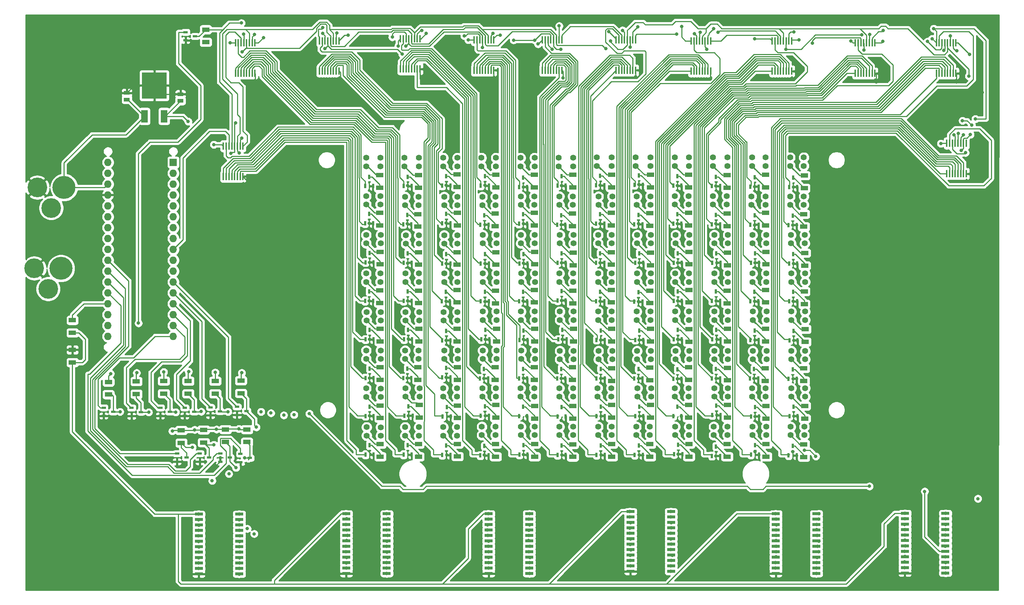
<source format=gbr>
%TF.GenerationSoftware,KiCad,Pcbnew,(5.1.6)-1*%
%TF.CreationDate,2021-11-11T13:14:54-05:00*%
%TF.ProjectId,ThermoPlate2_v1,54686572-6d6f-4506-9c61-7465325f7631,rev?*%
%TF.SameCoordinates,Original*%
%TF.FileFunction,Copper,L1,Top*%
%TF.FilePolarity,Positive*%
%FSLAX46Y46*%
G04 Gerber Fmt 4.6, Leading zero omitted, Abs format (unit mm)*
G04 Created by KiCad (PCBNEW (5.1.6)-1) date 2021-11-11 13:14:54*
%MOMM*%
%LPD*%
G01*
G04 APERTURE LIST*
%TA.AperFunction,SMDPad,CuDef*%
%ADD10R,1.752600X1.117600*%
%TD*%
%TA.AperFunction,SMDPad,CuDef*%
%ADD11R,0.450000X1.800000*%
%TD*%
%TA.AperFunction,SMDPad,CuDef*%
%ADD12R,1.390000X0.960000*%
%TD*%
%TA.AperFunction,SMDPad,CuDef*%
%ADD13R,1.600000X3.000000*%
%TD*%
%TA.AperFunction,SMDPad,CuDef*%
%ADD14R,5.800000X6.200000*%
%TD*%
%TA.AperFunction,SMDPad,CuDef*%
%ADD15R,1.950000X0.650000*%
%TD*%
%TA.AperFunction,ComponentPad*%
%ADD16C,5.360000*%
%TD*%
%TA.AperFunction,ComponentPad*%
%ADD17C,4.600000*%
%TD*%
%TA.AperFunction,ComponentPad*%
%ADD18C,1.400000*%
%TD*%
%TA.AperFunction,ComponentPad*%
%ADD19O,1.727200X1.727200*%
%TD*%
%TA.AperFunction,ComponentPad*%
%ADD20R,1.727200X1.727200*%
%TD*%
%TA.AperFunction,SMDPad,CuDef*%
%ADD21R,1.050000X0.600000*%
%TD*%
%TA.AperFunction,SMDPad,CuDef*%
%ADD22R,0.600000X1.050000*%
%TD*%
%TA.AperFunction,ViaPad*%
%ADD23C,0.800000*%
%TD*%
%TA.AperFunction,Conductor*%
%ADD24C,0.250000*%
%TD*%
%TA.AperFunction,Conductor*%
%ADD25C,0.254000*%
%TD*%
G04 APERTURE END LIST*
D10*
%TO.P,R109,2*%
%TO.N,GND*%
X40800000Y-109226800D03*
%TO.P,R109,1*%
%TO.N,Net-(IC12-Pad1)*%
X40800000Y-112173200D03*
%TD*%
%TO.P,R108,2*%
%TO.N,Net-(R108-Pad2)*%
X40800000Y-102326800D03*
%TO.P,R108,1*%
%TO.N,Net-(IC12-Pad1)*%
X40800000Y-105273200D03*
%TD*%
D11*
%TO.P,IC10,1*%
%TO.N,Net-(IC10-Pad1)*%
X150425000Y-43950000D03*
%TO.P,IC10,2*%
%TO.N,Net-(IC10-Pad2)*%
X151075000Y-43950000D03*
%TO.P,IC10,3*%
%TO.N,Net-(IC10-Pad3)*%
X151725000Y-43950000D03*
%TO.P,IC10,4*%
%TO.N,Net-(IC10-Pad4)*%
X152375000Y-43950000D03*
%TO.P,IC10,5*%
%TO.N,Net-(IC10-Pad5)*%
X153025000Y-43950000D03*
%TO.P,IC10,6*%
%TO.N,Net-(IC10-Pad6)*%
X153675000Y-43950000D03*
%TO.P,IC10,7*%
%TO.N,Net-(IC10-Pad7)*%
X154325000Y-43950000D03*
%TO.P,IC10,8*%
%TO.N,GND*%
X154975000Y-43950000D03*
%TO.P,IC10,9*%
%TO.N,Net-(IC10-Pad9)*%
X154975000Y-36850000D03*
%TO.P,IC10,10*%
%TO.N,+5V*%
X154325000Y-36850000D03*
%TO.P,IC10,11*%
%TO.N,Net-(IC10-Pad11)*%
X153675000Y-36850000D03*
%TO.P,IC10,12*%
%TO.N,Net-(IC10-Pad12)*%
X153025000Y-36850000D03*
%TO.P,IC10,13*%
%TO.N,Net-(IC10-Pad13)*%
X152375000Y-36850000D03*
%TO.P,IC10,14*%
%TO.N,Net-(IC10-Pad14)*%
X151725000Y-36850000D03*
%TO.P,IC10,15*%
%TO.N,Net-(IC10-Pad15)*%
X151075000Y-36850000D03*
%TO.P,IC10,16*%
%TO.N,+5V*%
X150425000Y-36850000D03*
%TD*%
%TO.P,IC11,16*%
%TO.N,+5V*%
X167625000Y-36850000D03*
%TO.P,IC11,15*%
%TO.N,Net-(IC11-Pad15)*%
X168275000Y-36850000D03*
%TO.P,IC11,14*%
%TO.N,Net-(IC10-Pad9)*%
X168925000Y-36850000D03*
%TO.P,IC11,13*%
%TO.N,Net-(IC10-Pad13)*%
X169575000Y-36850000D03*
%TO.P,IC11,12*%
%TO.N,Net-(IC10-Pad12)*%
X170225000Y-36850000D03*
%TO.P,IC11,11*%
%TO.N,Net-(IC10-Pad11)*%
X170875000Y-36850000D03*
%TO.P,IC11,10*%
%TO.N,+5V*%
X171525000Y-36850000D03*
%TO.P,IC11,9*%
%TO.N,Net-(IC11-Pad9)*%
X172175000Y-36850000D03*
%TO.P,IC11,8*%
%TO.N,GND*%
X172175000Y-43950000D03*
%TO.P,IC11,7*%
%TO.N,Net-(IC11-Pad7)*%
X171525000Y-43950000D03*
%TO.P,IC11,6*%
%TO.N,Net-(IC11-Pad6)*%
X170875000Y-43950000D03*
%TO.P,IC11,5*%
%TO.N,Net-(IC11-Pad5)*%
X170225000Y-43950000D03*
%TO.P,IC11,4*%
%TO.N,Net-(IC11-Pad4)*%
X169575000Y-43950000D03*
%TO.P,IC11,3*%
%TO.N,Net-(IC11-Pad3)*%
X168925000Y-43950000D03*
%TO.P,IC11,2*%
%TO.N,Net-(IC11-Pad2)*%
X168275000Y-43950000D03*
%TO.P,IC11,1*%
%TO.N,Net-(IC11-Pad1)*%
X167625000Y-43950000D03*
%TD*%
D10*
%TO.P,R36,2*%
%TO.N,Net-(Q36-Pad3)*%
X139600000Y-71273200D03*
%TO.P,R36,1*%
%TO.N,Net-(R36-Pad1)*%
X139600000Y-68326800D03*
%TD*%
D12*
%TO.P,C1,1*%
%TO.N,+5V*%
X66000000Y-51090000D03*
%TO.P,C1,2*%
%TO.N,GND*%
X66000000Y-49510000D03*
%TD*%
%TO.P,C2,2*%
%TO.N,GND*%
X53500000Y-49210000D03*
%TO.P,C2,1*%
%TO.N,+7.5V*%
X53500000Y-50790000D03*
%TD*%
D13*
%TO.P,IC1,1*%
%TO.N,+7.5V*%
X57615000Y-54679000D03*
%TO.P,IC1,3*%
%TO.N,+5V*%
X62185000Y-54679000D03*
D14*
%TO.P,IC1,4*%
%TO.N,GND*%
X59900000Y-47500000D03*
%TD*%
D11*
%TO.P,IC2,16*%
%TO.N,+5V*%
X76025000Y-61650000D03*
%TO.P,IC2,15*%
%TO.N,Net-(IC2-Pad15)*%
X76675000Y-61650000D03*
%TO.P,IC2,14*%
%TO.N,Net-(IC2-Pad14)*%
X77325000Y-61650000D03*
%TO.P,IC2,13*%
%TO.N,Net-(IC10-Pad13)*%
X77975000Y-61650000D03*
%TO.P,IC2,12*%
%TO.N,Net-(IC10-Pad12)*%
X78625000Y-61650000D03*
%TO.P,IC2,11*%
%TO.N,Net-(IC10-Pad11)*%
X79275000Y-61650000D03*
%TO.P,IC2,10*%
%TO.N,+5V*%
X79925000Y-61650000D03*
%TO.P,IC2,9*%
%TO.N,Net-(IC2-Pad9)*%
X80575000Y-61650000D03*
%TO.P,IC2,8*%
%TO.N,GND*%
X80575000Y-68750000D03*
%TO.P,IC2,7*%
%TO.N,Net-(IC2-Pad7)*%
X79925000Y-68750000D03*
%TO.P,IC2,6*%
%TO.N,Net-(IC2-Pad6)*%
X79275000Y-68750000D03*
%TO.P,IC2,5*%
%TO.N,Net-(IC2-Pad5)*%
X78625000Y-68750000D03*
%TO.P,IC2,4*%
%TO.N,Net-(IC2-Pad4)*%
X77975000Y-68750000D03*
%TO.P,IC2,3*%
%TO.N,Net-(IC2-Pad3)*%
X77325000Y-68750000D03*
%TO.P,IC2,2*%
%TO.N,Net-(IC2-Pad2)*%
X76675000Y-68750000D03*
%TO.P,IC2,1*%
%TO.N,Net-(IC2-Pad1)*%
X76025000Y-68750000D03*
%TD*%
D15*
%TO.P,IC3,1*%
%TO.N,Net-(IC12-Pad1)*%
X70275000Y-147615000D03*
%TO.P,IC3,2*%
%TO.N,Net-(IC3-Pad2)*%
X70275000Y-148885000D03*
%TO.P,IC3,3*%
%TO.N,Net-(IC3-Pad3)*%
X70275000Y-150155000D03*
%TO.P,IC3,4*%
%TO.N,Net-(IC3-Pad4)*%
X70275000Y-151425000D03*
%TO.P,IC3,5*%
%TO.N,Net-(IC3-Pad5)*%
X70275000Y-152695000D03*
%TO.P,IC3,6*%
%TO.N,Net-(IC3-Pad6)*%
X70275000Y-153965000D03*
%TO.P,IC3,7*%
%TO.N,Net-(IC3-Pad7)*%
X70275000Y-155235000D03*
%TO.P,IC3,8*%
%TO.N,Net-(IC3-Pad8)*%
X70275000Y-156505000D03*
%TO.P,IC3,9*%
%TO.N,Net-(IC3-Pad9)*%
X70275000Y-157775000D03*
%TO.P,IC3,10*%
%TO.N,Net-(IC12-Pad10)*%
X70275000Y-159045000D03*
%TO.P,IC3,11*%
%TO.N,Net-(IC12-Pad11)*%
X70275000Y-160315000D03*
%TO.P,IC3,12*%
%TO.N,GND*%
X70275000Y-161585000D03*
%TO.P,IC3,13*%
%TO.N,Net-(IC12-Pad13)*%
X79725000Y-161585000D03*
%TO.P,IC3,14*%
%TO.N,Net-(IC12-Pad14)*%
X79725000Y-160315000D03*
%TO.P,IC3,15*%
%TO.N,Net-(IC3-Pad15)*%
X79725000Y-159045000D03*
%TO.P,IC3,16*%
%TO.N,Net-(IC3-Pad16)*%
X79725000Y-157775000D03*
%TO.P,IC3,17*%
%TO.N,Net-(IC3-Pad17)*%
X79725000Y-156505000D03*
%TO.P,IC3,18*%
%TO.N,Net-(IC3-Pad18)*%
X79725000Y-155235000D03*
%TO.P,IC3,19*%
%TO.N,Net-(IC3-Pad19)*%
X79725000Y-153965000D03*
%TO.P,IC3,20*%
%TO.N,Net-(IC3-Pad20)*%
X79725000Y-152695000D03*
%TO.P,IC3,21*%
%TO.N,Net-(IC3-Pad21)*%
X79725000Y-151425000D03*
%TO.P,IC3,22*%
%TO.N,Net-(IC3-Pad22)*%
X79725000Y-150155000D03*
%TO.P,IC3,23*%
%TO.N,Net-(IC3-Pad23)*%
X79725000Y-148885000D03*
%TO.P,IC3,24*%
%TO.N,+15V*%
X79725000Y-147615000D03*
%TD*%
D11*
%TO.P,IC4,16*%
%TO.N,+5V*%
X78825000Y-37550000D03*
%TO.P,IC4,15*%
%TO.N,Net-(IC4-Pad15)*%
X79475000Y-37550000D03*
%TO.P,IC4,14*%
%TO.N,Net-(IC2-Pad9)*%
X80125000Y-37550000D03*
%TO.P,IC4,13*%
%TO.N,Net-(IC10-Pad13)*%
X80775000Y-37550000D03*
%TO.P,IC4,12*%
%TO.N,Net-(IC10-Pad12)*%
X81425000Y-37550000D03*
%TO.P,IC4,11*%
%TO.N,Net-(IC10-Pad11)*%
X82075000Y-37550000D03*
%TO.P,IC4,10*%
%TO.N,+5V*%
X82725000Y-37550000D03*
%TO.P,IC4,9*%
%TO.N,Net-(IC4-Pad9)*%
X83375000Y-37550000D03*
%TO.P,IC4,8*%
%TO.N,GND*%
X83375000Y-44650000D03*
%TO.P,IC4,7*%
%TO.N,Net-(IC4-Pad7)*%
X82725000Y-44650000D03*
%TO.P,IC4,6*%
%TO.N,Net-(IC4-Pad6)*%
X82075000Y-44650000D03*
%TO.P,IC4,5*%
%TO.N,Net-(IC4-Pad5)*%
X81425000Y-44650000D03*
%TO.P,IC4,4*%
%TO.N,Net-(IC4-Pad4)*%
X80775000Y-44650000D03*
%TO.P,IC4,3*%
%TO.N,Net-(IC4-Pad3)*%
X80125000Y-44650000D03*
%TO.P,IC4,2*%
%TO.N,Net-(IC4-Pad2)*%
X79475000Y-44650000D03*
%TO.P,IC4,1*%
%TO.N,Net-(IC4-Pad1)*%
X78825000Y-44650000D03*
%TD*%
%TO.P,IC5,1*%
%TO.N,Net-(IC5-Pad1)*%
X98425000Y-44150000D03*
%TO.P,IC5,2*%
%TO.N,Net-(IC5-Pad2)*%
X99075000Y-44150000D03*
%TO.P,IC5,3*%
%TO.N,Net-(IC5-Pad3)*%
X99725000Y-44150000D03*
%TO.P,IC5,4*%
%TO.N,Net-(IC5-Pad4)*%
X100375000Y-44150000D03*
%TO.P,IC5,5*%
%TO.N,Net-(IC5-Pad5)*%
X101025000Y-44150000D03*
%TO.P,IC5,6*%
%TO.N,Net-(IC5-Pad6)*%
X101675000Y-44150000D03*
%TO.P,IC5,7*%
%TO.N,Net-(IC5-Pad7)*%
X102325000Y-44150000D03*
%TO.P,IC5,8*%
%TO.N,GND*%
X102975000Y-44150000D03*
%TO.P,IC5,9*%
%TO.N,Net-(IC5-Pad9)*%
X102975000Y-37050000D03*
%TO.P,IC5,10*%
%TO.N,+5V*%
X102325000Y-37050000D03*
%TO.P,IC5,11*%
%TO.N,Net-(IC10-Pad11)*%
X101675000Y-37050000D03*
%TO.P,IC5,12*%
%TO.N,Net-(IC10-Pad12)*%
X101025000Y-37050000D03*
%TO.P,IC5,13*%
%TO.N,Net-(IC10-Pad13)*%
X100375000Y-37050000D03*
%TO.P,IC5,14*%
%TO.N,Net-(IC4-Pad9)*%
X99725000Y-37050000D03*
%TO.P,IC5,15*%
%TO.N,Net-(IC5-Pad15)*%
X99075000Y-37050000D03*
%TO.P,IC5,16*%
%TO.N,+5V*%
X98425000Y-37050000D03*
%TD*%
D15*
%TO.P,IC6,24*%
%TO.N,+15V*%
X114125000Y-147515000D03*
%TO.P,IC6,23*%
%TO.N,Net-(IC6-Pad23)*%
X114125000Y-148785000D03*
%TO.P,IC6,22*%
%TO.N,Net-(IC6-Pad22)*%
X114125000Y-150055000D03*
%TO.P,IC6,21*%
%TO.N,Net-(IC6-Pad21)*%
X114125000Y-151325000D03*
%TO.P,IC6,20*%
%TO.N,Net-(IC6-Pad20)*%
X114125000Y-152595000D03*
%TO.P,IC6,19*%
%TO.N,Net-(IC6-Pad19)*%
X114125000Y-153865000D03*
%TO.P,IC6,18*%
%TO.N,Net-(IC6-Pad18)*%
X114125000Y-155135000D03*
%TO.P,IC6,17*%
%TO.N,Net-(IC6-Pad17)*%
X114125000Y-156405000D03*
%TO.P,IC6,16*%
%TO.N,Net-(IC6-Pad16)*%
X114125000Y-157675000D03*
%TO.P,IC6,15*%
%TO.N,Net-(IC6-Pad15)*%
X114125000Y-158945000D03*
%TO.P,IC6,14*%
%TO.N,Net-(IC12-Pad14)*%
X114125000Y-160215000D03*
%TO.P,IC6,13*%
%TO.N,Net-(IC12-Pad13)*%
X114125000Y-161485000D03*
%TO.P,IC6,12*%
%TO.N,GND*%
X104675000Y-161485000D03*
%TO.P,IC6,11*%
%TO.N,Net-(IC12-Pad11)*%
X104675000Y-160215000D03*
%TO.P,IC6,10*%
%TO.N,Net-(IC12-Pad10)*%
X104675000Y-158945000D03*
%TO.P,IC6,9*%
%TO.N,Net-(IC6-Pad9)*%
X104675000Y-157675000D03*
%TO.P,IC6,8*%
%TO.N,Net-(IC6-Pad8)*%
X104675000Y-156405000D03*
%TO.P,IC6,7*%
%TO.N,Net-(IC6-Pad7)*%
X104675000Y-155135000D03*
%TO.P,IC6,6*%
%TO.N,Net-(IC6-Pad6)*%
X104675000Y-153865000D03*
%TO.P,IC6,5*%
%TO.N,Net-(IC6-Pad5)*%
X104675000Y-152595000D03*
%TO.P,IC6,4*%
%TO.N,Net-(IC6-Pad4)*%
X104675000Y-151325000D03*
%TO.P,IC6,3*%
%TO.N,Net-(IC6-Pad3)*%
X104675000Y-150055000D03*
%TO.P,IC6,2*%
%TO.N,Net-(IC6-Pad2)*%
X104675000Y-148785000D03*
%TO.P,IC6,1*%
%TO.N,Net-(IC12-Pad1)*%
X104675000Y-147515000D03*
%TD*%
D11*
%TO.P,IC7,16*%
%TO.N,+5V*%
X117325000Y-36550000D03*
%TO.P,IC7,15*%
%TO.N,Net-(IC7-Pad15)*%
X117975000Y-36550000D03*
%TO.P,IC7,14*%
%TO.N,Net-(IC5-Pad9)*%
X118625000Y-36550000D03*
%TO.P,IC7,13*%
%TO.N,Net-(IC10-Pad13)*%
X119275000Y-36550000D03*
%TO.P,IC7,12*%
%TO.N,Net-(IC10-Pad12)*%
X119925000Y-36550000D03*
%TO.P,IC7,11*%
%TO.N,Net-(IC10-Pad11)*%
X120575000Y-36550000D03*
%TO.P,IC7,10*%
%TO.N,+5V*%
X121225000Y-36550000D03*
%TO.P,IC7,9*%
%TO.N,Net-(IC7-Pad9)*%
X121875000Y-36550000D03*
%TO.P,IC7,8*%
%TO.N,GND*%
X121875000Y-43650000D03*
%TO.P,IC7,7*%
%TO.N,Net-(IC7-Pad7)*%
X121225000Y-43650000D03*
%TO.P,IC7,6*%
%TO.N,Net-(IC7-Pad6)*%
X120575000Y-43650000D03*
%TO.P,IC7,5*%
%TO.N,Net-(IC7-Pad5)*%
X119925000Y-43650000D03*
%TO.P,IC7,4*%
%TO.N,Net-(IC7-Pad4)*%
X119275000Y-43650000D03*
%TO.P,IC7,3*%
%TO.N,Net-(IC7-Pad3)*%
X118625000Y-43650000D03*
%TO.P,IC7,2*%
%TO.N,Net-(IC7-Pad2)*%
X117975000Y-43650000D03*
%TO.P,IC7,1*%
%TO.N,Net-(IC7-Pad1)*%
X117325000Y-43650000D03*
%TD*%
%TO.P,IC8,1*%
%TO.N,Net-(IC8-Pad1)*%
X134525000Y-43950000D03*
%TO.P,IC8,2*%
%TO.N,Net-(IC8-Pad2)*%
X135175000Y-43950000D03*
%TO.P,IC8,3*%
%TO.N,Net-(IC8-Pad3)*%
X135825000Y-43950000D03*
%TO.P,IC8,4*%
%TO.N,Net-(IC8-Pad4)*%
X136475000Y-43950000D03*
%TO.P,IC8,5*%
%TO.N,Net-(IC8-Pad5)*%
X137125000Y-43950000D03*
%TO.P,IC8,6*%
%TO.N,Net-(IC8-Pad6)*%
X137775000Y-43950000D03*
%TO.P,IC8,7*%
%TO.N,Net-(IC8-Pad7)*%
X138425000Y-43950000D03*
%TO.P,IC8,8*%
%TO.N,GND*%
X139075000Y-43950000D03*
%TO.P,IC8,9*%
%TO.N,Net-(IC10-Pad14)*%
X139075000Y-36850000D03*
%TO.P,IC8,10*%
%TO.N,+5V*%
X138425000Y-36850000D03*
%TO.P,IC8,11*%
%TO.N,Net-(IC10-Pad11)*%
X137775000Y-36850000D03*
%TO.P,IC8,12*%
%TO.N,Net-(IC10-Pad12)*%
X137125000Y-36850000D03*
%TO.P,IC8,13*%
%TO.N,Net-(IC10-Pad13)*%
X136475000Y-36850000D03*
%TO.P,IC8,14*%
%TO.N,Net-(IC7-Pad9)*%
X135825000Y-36850000D03*
%TO.P,IC8,15*%
%TO.N,Net-(IC8-Pad15)*%
X135175000Y-36850000D03*
%TO.P,IC8,16*%
%TO.N,+5V*%
X134525000Y-36850000D03*
%TD*%
D15*
%TO.P,IC9,24*%
%TO.N,+15V*%
X147325000Y-147515000D03*
%TO.P,IC9,23*%
%TO.N,Net-(IC9-Pad23)*%
X147325000Y-148785000D03*
%TO.P,IC9,22*%
%TO.N,Net-(IC9-Pad22)*%
X147325000Y-150055000D03*
%TO.P,IC9,21*%
%TO.N,Net-(IC9-Pad21)*%
X147325000Y-151325000D03*
%TO.P,IC9,20*%
%TO.N,Net-(IC9-Pad20)*%
X147325000Y-152595000D03*
%TO.P,IC9,19*%
%TO.N,Net-(IC9-Pad19)*%
X147325000Y-153865000D03*
%TO.P,IC9,18*%
%TO.N,Net-(IC9-Pad18)*%
X147325000Y-155135000D03*
%TO.P,IC9,17*%
%TO.N,Net-(IC9-Pad17)*%
X147325000Y-156405000D03*
%TO.P,IC9,16*%
%TO.N,Net-(IC9-Pad16)*%
X147325000Y-157675000D03*
%TO.P,IC9,15*%
%TO.N,Net-(IC9-Pad15)*%
X147325000Y-158945000D03*
%TO.P,IC9,14*%
%TO.N,Net-(IC12-Pad14)*%
X147325000Y-160215000D03*
%TO.P,IC9,13*%
%TO.N,Net-(IC12-Pad13)*%
X147325000Y-161485000D03*
%TO.P,IC9,12*%
%TO.N,GND*%
X137875000Y-161485000D03*
%TO.P,IC9,11*%
%TO.N,Net-(IC12-Pad11)*%
X137875000Y-160215000D03*
%TO.P,IC9,10*%
%TO.N,Net-(IC12-Pad10)*%
X137875000Y-158945000D03*
%TO.P,IC9,9*%
%TO.N,Net-(IC9-Pad9)*%
X137875000Y-157675000D03*
%TO.P,IC9,8*%
%TO.N,Net-(IC9-Pad8)*%
X137875000Y-156405000D03*
%TO.P,IC9,7*%
%TO.N,Net-(IC9-Pad7)*%
X137875000Y-155135000D03*
%TO.P,IC9,6*%
%TO.N,Net-(IC9-Pad6)*%
X137875000Y-153865000D03*
%TO.P,IC9,5*%
%TO.N,Net-(IC9-Pad5)*%
X137875000Y-152595000D03*
%TO.P,IC9,4*%
%TO.N,Net-(IC9-Pad4)*%
X137875000Y-151325000D03*
%TO.P,IC9,3*%
%TO.N,Net-(IC9-Pad3)*%
X137875000Y-150055000D03*
%TO.P,IC9,2*%
%TO.N,Net-(IC9-Pad2)*%
X137875000Y-148785000D03*
%TO.P,IC9,1*%
%TO.N,Net-(IC12-Pad1)*%
X137875000Y-147515000D03*
%TD*%
%TO.P,IC12,1*%
%TO.N,Net-(IC12-Pad1)*%
X170975000Y-147015000D03*
%TO.P,IC12,2*%
%TO.N,Net-(IC12-Pad2)*%
X170975000Y-148285000D03*
%TO.P,IC12,3*%
%TO.N,Net-(IC12-Pad3)*%
X170975000Y-149555000D03*
%TO.P,IC12,4*%
%TO.N,Net-(IC12-Pad4)*%
X170975000Y-150825000D03*
%TO.P,IC12,5*%
%TO.N,Net-(IC12-Pad5)*%
X170975000Y-152095000D03*
%TO.P,IC12,6*%
%TO.N,Net-(IC12-Pad6)*%
X170975000Y-153365000D03*
%TO.P,IC12,7*%
%TO.N,Net-(IC12-Pad7)*%
X170975000Y-154635000D03*
%TO.P,IC12,8*%
%TO.N,Net-(IC12-Pad8)*%
X170975000Y-155905000D03*
%TO.P,IC12,9*%
%TO.N,Net-(IC12-Pad9)*%
X170975000Y-157175000D03*
%TO.P,IC12,10*%
%TO.N,Net-(IC12-Pad10)*%
X170975000Y-158445000D03*
%TO.P,IC12,11*%
%TO.N,Net-(IC12-Pad11)*%
X170975000Y-159715000D03*
%TO.P,IC12,12*%
%TO.N,GND*%
X170975000Y-160985000D03*
%TO.P,IC12,13*%
%TO.N,Net-(IC12-Pad13)*%
X180425000Y-160985000D03*
%TO.P,IC12,14*%
%TO.N,Net-(IC12-Pad14)*%
X180425000Y-159715000D03*
%TO.P,IC12,15*%
%TO.N,Net-(IC12-Pad15)*%
X180425000Y-158445000D03*
%TO.P,IC12,16*%
%TO.N,Net-(IC12-Pad16)*%
X180425000Y-157175000D03*
%TO.P,IC12,17*%
%TO.N,Net-(IC12-Pad17)*%
X180425000Y-155905000D03*
%TO.P,IC12,18*%
%TO.N,Net-(IC12-Pad18)*%
X180425000Y-154635000D03*
%TO.P,IC12,19*%
%TO.N,Net-(IC12-Pad19)*%
X180425000Y-153365000D03*
%TO.P,IC12,20*%
%TO.N,Net-(IC12-Pad20)*%
X180425000Y-152095000D03*
%TO.P,IC12,21*%
%TO.N,Net-(IC12-Pad21)*%
X180425000Y-150825000D03*
%TO.P,IC12,22*%
%TO.N,Net-(IC12-Pad22)*%
X180425000Y-149555000D03*
%TO.P,IC12,23*%
%TO.N,Net-(IC12-Pad23)*%
X180425000Y-148285000D03*
%TO.P,IC12,24*%
%TO.N,+15V*%
X180425000Y-147015000D03*
%TD*%
D11*
%TO.P,IC13,16*%
%TO.N,+5V*%
X185125000Y-37050000D03*
%TO.P,IC13,15*%
%TO.N,Net-(IC13-Pad15)*%
X185775000Y-37050000D03*
%TO.P,IC13,14*%
%TO.N,Net-(IC11-Pad9)*%
X186425000Y-37050000D03*
%TO.P,IC13,13*%
%TO.N,Net-(IC10-Pad13)*%
X187075000Y-37050000D03*
%TO.P,IC13,12*%
%TO.N,Net-(IC10-Pad12)*%
X187725000Y-37050000D03*
%TO.P,IC13,11*%
%TO.N,Net-(IC10-Pad11)*%
X188375000Y-37050000D03*
%TO.P,IC13,10*%
%TO.N,+5V*%
X189025000Y-37050000D03*
%TO.P,IC13,9*%
%TO.N,Net-(IC13-Pad9)*%
X189675000Y-37050000D03*
%TO.P,IC13,8*%
%TO.N,GND*%
X189675000Y-44150000D03*
%TO.P,IC13,7*%
%TO.N,Net-(IC13-Pad7)*%
X189025000Y-44150000D03*
%TO.P,IC13,6*%
%TO.N,Net-(IC13-Pad6)*%
X188375000Y-44150000D03*
%TO.P,IC13,5*%
%TO.N,Net-(IC13-Pad5)*%
X187725000Y-44150000D03*
%TO.P,IC13,4*%
%TO.N,Net-(IC13-Pad4)*%
X187075000Y-44150000D03*
%TO.P,IC13,3*%
%TO.N,Net-(IC13-Pad3)*%
X186425000Y-44150000D03*
%TO.P,IC13,2*%
%TO.N,Net-(IC13-Pad2)*%
X185775000Y-44150000D03*
%TO.P,IC13,1*%
%TO.N,Net-(IC13-Pad1)*%
X185125000Y-44150000D03*
%TD*%
%TO.P,IC14,16*%
%TO.N,+5V*%
X204025000Y-37050000D03*
%TO.P,IC14,15*%
%TO.N,Net-(IC14-Pad15)*%
X204675000Y-37050000D03*
%TO.P,IC14,14*%
%TO.N,Net-(IC13-Pad9)*%
X205325000Y-37050000D03*
%TO.P,IC14,13*%
%TO.N,Net-(IC10-Pad13)*%
X205975000Y-37050000D03*
%TO.P,IC14,12*%
%TO.N,Net-(IC10-Pad12)*%
X206625000Y-37050000D03*
%TO.P,IC14,11*%
%TO.N,Net-(IC10-Pad11)*%
X207275000Y-37050000D03*
%TO.P,IC14,10*%
%TO.N,+5V*%
X207925000Y-37050000D03*
%TO.P,IC14,9*%
%TO.N,Net-(IC14-Pad9)*%
X208575000Y-37050000D03*
%TO.P,IC14,8*%
%TO.N,GND*%
X208575000Y-44150000D03*
%TO.P,IC14,7*%
%TO.N,Net-(IC14-Pad7)*%
X207925000Y-44150000D03*
%TO.P,IC14,6*%
%TO.N,Net-(IC14-Pad6)*%
X207275000Y-44150000D03*
%TO.P,IC14,5*%
%TO.N,Net-(IC14-Pad5)*%
X206625000Y-44150000D03*
%TO.P,IC14,4*%
%TO.N,Net-(IC14-Pad4)*%
X205975000Y-44150000D03*
%TO.P,IC14,3*%
%TO.N,Net-(IC14-Pad3)*%
X205325000Y-44150000D03*
%TO.P,IC14,2*%
%TO.N,Net-(IC14-Pad2)*%
X204675000Y-44150000D03*
%TO.P,IC14,1*%
%TO.N,Net-(IC14-Pad1)*%
X204025000Y-44150000D03*
%TD*%
D15*
%TO.P,IC15,1*%
%TO.N,Net-(IC12-Pad1)*%
X204875000Y-147515000D03*
%TO.P,IC15,2*%
%TO.N,Net-(IC15-Pad2)*%
X204875000Y-148785000D03*
%TO.P,IC15,3*%
%TO.N,Net-(IC15-Pad3)*%
X204875000Y-150055000D03*
%TO.P,IC15,4*%
%TO.N,Net-(IC15-Pad4)*%
X204875000Y-151325000D03*
%TO.P,IC15,5*%
%TO.N,Net-(IC15-Pad5)*%
X204875000Y-152595000D03*
%TO.P,IC15,6*%
%TO.N,Net-(IC15-Pad6)*%
X204875000Y-153865000D03*
%TO.P,IC15,7*%
%TO.N,Net-(IC15-Pad7)*%
X204875000Y-155135000D03*
%TO.P,IC15,8*%
%TO.N,Net-(IC15-Pad8)*%
X204875000Y-156405000D03*
%TO.P,IC15,9*%
%TO.N,Net-(IC15-Pad9)*%
X204875000Y-157675000D03*
%TO.P,IC15,10*%
%TO.N,Net-(IC12-Pad10)*%
X204875000Y-158945000D03*
%TO.P,IC15,11*%
%TO.N,Net-(IC12-Pad11)*%
X204875000Y-160215000D03*
%TO.P,IC15,12*%
%TO.N,GND*%
X204875000Y-161485000D03*
%TO.P,IC15,13*%
%TO.N,Net-(IC12-Pad13)*%
X214325000Y-161485000D03*
%TO.P,IC15,14*%
%TO.N,Net-(IC12-Pad14)*%
X214325000Y-160215000D03*
%TO.P,IC15,15*%
%TO.N,Net-(IC15-Pad15)*%
X214325000Y-158945000D03*
%TO.P,IC15,16*%
%TO.N,Net-(IC15-Pad16)*%
X214325000Y-157675000D03*
%TO.P,IC15,17*%
%TO.N,Net-(IC15-Pad17)*%
X214325000Y-156405000D03*
%TO.P,IC15,18*%
%TO.N,Net-(IC15-Pad18)*%
X214325000Y-155135000D03*
%TO.P,IC15,19*%
%TO.N,Net-(IC15-Pad19)*%
X214325000Y-153865000D03*
%TO.P,IC15,20*%
%TO.N,Net-(IC15-Pad20)*%
X214325000Y-152595000D03*
%TO.P,IC15,21*%
%TO.N,Net-(IC15-Pad21)*%
X214325000Y-151325000D03*
%TO.P,IC15,22*%
%TO.N,Net-(IC15-Pad22)*%
X214325000Y-150055000D03*
%TO.P,IC15,23*%
%TO.N,Net-(IC15-Pad23)*%
X214325000Y-148785000D03*
%TO.P,IC15,24*%
%TO.N,+15V*%
X214325000Y-147515000D03*
%TD*%
D11*
%TO.P,IC16,1*%
%TO.N,Net-(IC16-Pad1)*%
X223425000Y-44650000D03*
%TO.P,IC16,2*%
%TO.N,Net-(IC16-Pad2)*%
X224075000Y-44650000D03*
%TO.P,IC16,3*%
%TO.N,Net-(IC16-Pad3)*%
X224725000Y-44650000D03*
%TO.P,IC16,4*%
%TO.N,Net-(IC16-Pad4)*%
X225375000Y-44650000D03*
%TO.P,IC16,5*%
%TO.N,Net-(IC16-Pad5)*%
X226025000Y-44650000D03*
%TO.P,IC16,6*%
%TO.N,Net-(IC16-Pad6)*%
X226675000Y-44650000D03*
%TO.P,IC16,7*%
%TO.N,Net-(IC16-Pad7)*%
X227325000Y-44650000D03*
%TO.P,IC16,8*%
%TO.N,GND*%
X227975000Y-44650000D03*
%TO.P,IC16,9*%
%TO.N,Net-(IC16-Pad9)*%
X227975000Y-37550000D03*
%TO.P,IC16,10*%
%TO.N,+5V*%
X227325000Y-37550000D03*
%TO.P,IC16,11*%
%TO.N,Net-(IC10-Pad11)*%
X226675000Y-37550000D03*
%TO.P,IC16,12*%
%TO.N,Net-(IC10-Pad12)*%
X226025000Y-37550000D03*
%TO.P,IC16,13*%
%TO.N,Net-(IC10-Pad13)*%
X225375000Y-37550000D03*
%TO.P,IC16,14*%
%TO.N,Net-(IC14-Pad9)*%
X224725000Y-37550000D03*
%TO.P,IC16,15*%
%TO.N,Net-(IC16-Pad15)*%
X224075000Y-37550000D03*
%TO.P,IC16,16*%
%TO.N,+5V*%
X223425000Y-37550000D03*
%TD*%
%TO.P,IC17,1*%
%TO.N,Net-(IC17-Pad1)*%
X242325000Y-44650000D03*
%TO.P,IC17,2*%
%TO.N,Net-(IC17-Pad2)*%
X242975000Y-44650000D03*
%TO.P,IC17,3*%
%TO.N,Net-(IC17-Pad3)*%
X243625000Y-44650000D03*
%TO.P,IC17,4*%
%TO.N,Net-(IC17-Pad4)*%
X244275000Y-44650000D03*
%TO.P,IC17,5*%
%TO.N,Net-(IC17-Pad5)*%
X244925000Y-44650000D03*
%TO.P,IC17,6*%
%TO.N,Net-(IC17-Pad6)*%
X245575000Y-44650000D03*
%TO.P,IC17,7*%
%TO.N,Net-(IC17-Pad7)*%
X246225000Y-44650000D03*
%TO.P,IC17,8*%
%TO.N,GND*%
X246875000Y-44650000D03*
%TO.P,IC17,9*%
%TO.N,Net-(IC17-Pad9)*%
X246875000Y-37550000D03*
%TO.P,IC17,10*%
%TO.N,+5V*%
X246225000Y-37550000D03*
%TO.P,IC17,11*%
%TO.N,Net-(IC10-Pad11)*%
X245575000Y-37550000D03*
%TO.P,IC17,12*%
%TO.N,Net-(IC10-Pad12)*%
X244925000Y-37550000D03*
%TO.P,IC17,13*%
%TO.N,Net-(IC10-Pad13)*%
X244275000Y-37550000D03*
%TO.P,IC17,14*%
%TO.N,Net-(IC16-Pad9)*%
X243625000Y-37550000D03*
%TO.P,IC17,15*%
%TO.N,Net-(IC17-Pad15)*%
X242975000Y-37550000D03*
%TO.P,IC17,16*%
%TO.N,+5V*%
X242325000Y-37550000D03*
%TD*%
D15*
%TO.P,IC18,24*%
%TO.N,+15V*%
X244425000Y-147415000D03*
%TO.P,IC18,23*%
%TO.N,Net-(IC18-Pad23)*%
X244425000Y-148685000D03*
%TO.P,IC18,22*%
%TO.N,Net-(IC18-Pad22)*%
X244425000Y-149955000D03*
%TO.P,IC18,21*%
%TO.N,Net-(IC18-Pad21)*%
X244425000Y-151225000D03*
%TO.P,IC18,20*%
%TO.N,Net-(IC18-Pad20)*%
X244425000Y-152495000D03*
%TO.P,IC18,19*%
%TO.N,Net-(IC18-Pad19)*%
X244425000Y-153765000D03*
%TO.P,IC18,18*%
%TO.N,Net-(IC18-Pad18)*%
X244425000Y-155035000D03*
%TO.P,IC18,17*%
%TO.N,Net-(IC18-Pad17)*%
X244425000Y-156305000D03*
%TO.P,IC18,16*%
%TO.N,Net-(IC18-Pad16)*%
X244425000Y-157575000D03*
%TO.P,IC18,15*%
%TO.N,Net-(IC18-Pad15)*%
X244425000Y-158845000D03*
%TO.P,IC18,14*%
%TO.N,Net-(IC12-Pad14)*%
X244425000Y-160115000D03*
%TO.P,IC18,13*%
%TO.N,Net-(IC12-Pad13)*%
X244425000Y-161385000D03*
%TO.P,IC18,12*%
%TO.N,GND*%
X234975000Y-161385000D03*
%TO.P,IC18,11*%
%TO.N,Net-(IC12-Pad11)*%
X234975000Y-160115000D03*
%TO.P,IC18,10*%
%TO.N,Net-(IC12-Pad10)*%
X234975000Y-158845000D03*
%TO.P,IC18,9*%
%TO.N,Net-(IC18-Pad9)*%
X234975000Y-157575000D03*
%TO.P,IC18,8*%
%TO.N,Net-(IC18-Pad8)*%
X234975000Y-156305000D03*
%TO.P,IC18,7*%
%TO.N,Net-(IC18-Pad7)*%
X234975000Y-155035000D03*
%TO.P,IC18,6*%
%TO.N,Net-(IC18-Pad6)*%
X234975000Y-153765000D03*
%TO.P,IC18,5*%
%TO.N,Net-(IC18-Pad5)*%
X234975000Y-152495000D03*
%TO.P,IC18,4*%
%TO.N,Net-(IC18-Pad4)*%
X234975000Y-151225000D03*
%TO.P,IC18,3*%
%TO.N,Net-(IC18-Pad3)*%
X234975000Y-149955000D03*
%TO.P,IC18,2*%
%TO.N,Net-(IC18-Pad2)*%
X234975000Y-148685000D03*
%TO.P,IC18,1*%
%TO.N,Net-(IC12-Pad1)*%
X234975000Y-147415000D03*
%TD*%
D11*
%TO.P,IC19,1*%
%TO.N,Net-(IC19-Pad1)*%
X244750000Y-68100000D03*
%TO.P,IC19,2*%
%TO.N,Net-(IC19-Pad2)*%
X245400000Y-68100000D03*
%TO.P,IC19,3*%
%TO.N,Net-(IC19-Pad3)*%
X246050000Y-68100000D03*
%TO.P,IC19,4*%
%TO.N,Net-(IC19-Pad4)*%
X246700000Y-68100000D03*
%TO.P,IC19,5*%
%TO.N,Net-(IC19-Pad5)*%
X247350000Y-68100000D03*
%TO.P,IC19,6*%
%TO.N,Net-(IC19-Pad6)*%
X248000000Y-68100000D03*
%TO.P,IC19,7*%
%TO.N,Net-(IC19-Pad7)*%
X248650000Y-68100000D03*
%TO.P,IC19,8*%
%TO.N,GND*%
X249300000Y-68100000D03*
%TO.P,IC19,9*%
%TO.N,Net-(IC19-Pad9)*%
X249300000Y-61000000D03*
%TO.P,IC19,10*%
%TO.N,+5V*%
X248650000Y-61000000D03*
%TO.P,IC19,11*%
%TO.N,Net-(IC10-Pad11)*%
X248000000Y-61000000D03*
%TO.P,IC19,12*%
%TO.N,Net-(IC10-Pad12)*%
X247350000Y-61000000D03*
%TO.P,IC19,13*%
%TO.N,Net-(IC10-Pad13)*%
X246700000Y-61000000D03*
%TO.P,IC19,14*%
%TO.N,Net-(IC17-Pad9)*%
X246050000Y-61000000D03*
%TO.P,IC19,15*%
%TO.N,Net-(IC19-Pad15)*%
X245400000Y-61000000D03*
%TO.P,IC19,16*%
%TO.N,+5V*%
X244750000Y-61000000D03*
%TD*%
D16*
%TO.P,J1,3*%
%TO.N,+7.5V*%
X38850000Y-71300000D03*
D17*
%TO.P,J1,2*%
%TO.N,GND*%
X32600000Y-71300000D03*
%TO.P,J1,1*%
%TO.N,Net-(J1-Pad1)*%
X35850000Y-76100000D03*
%TD*%
%TO.P,J2,1*%
%TO.N,Net-(J2-Pad1)*%
X35150000Y-95000000D03*
%TO.P,J2,2*%
%TO.N,GND*%
X31900000Y-90200000D03*
D16*
%TO.P,J2,3*%
%TO.N,+15V*%
X38150000Y-90200000D03*
%TD*%
D10*
%TO.P,R1,2*%
%TO.N,Net-(IC18-Pad15)*%
X49200000Y-119673200D03*
%TO.P,R1,1*%
%TO.N,+15V*%
X49200000Y-116726800D03*
%TD*%
%TO.P,R2,1*%
%TO.N,+15V*%
X55700000Y-116600000D03*
%TO.P,R2,2*%
%TO.N,Net-(IC15-Pad15)*%
X55700000Y-119546400D03*
%TD*%
%TO.P,R3,2*%
%TO.N,Net-(IC12-Pad15)*%
X62100000Y-119446400D03*
%TO.P,R3,1*%
%TO.N,+15V*%
X62100000Y-116500000D03*
%TD*%
%TO.P,R4,1*%
%TO.N,+15V*%
X67800000Y-116526800D03*
%TO.P,R4,2*%
%TO.N,Net-(IC9-Pad15)*%
X67800000Y-119473200D03*
%TD*%
%TO.P,R5,2*%
%TO.N,Net-(IC6-Pad15)*%
X74100000Y-119473200D03*
%TO.P,R5,1*%
%TO.N,+15V*%
X74100000Y-116526800D03*
%TD*%
%TO.P,R6,1*%
%TO.N,+15V*%
X80100000Y-116426800D03*
%TO.P,R6,2*%
%TO.N,Net-(IC3-Pad15)*%
X80100000Y-119373200D03*
%TD*%
%TO.P,R7,2*%
%TO.N,Net-(IC12-Pad13)*%
X66200000Y-130973200D03*
%TO.P,R7,1*%
%TO.N,+15V*%
X66200000Y-128026800D03*
%TD*%
%TO.P,R8,1*%
%TO.N,+15V*%
X71400000Y-127926800D03*
%TO.P,R8,2*%
%TO.N,Net-(IC12-Pad14)*%
X71400000Y-130873200D03*
%TD*%
%TO.P,R9,2*%
%TO.N,Net-(IC12-Pad11)*%
X76500000Y-130773200D03*
%TO.P,R9,1*%
%TO.N,+15V*%
X76500000Y-127826800D03*
%TD*%
%TO.P,R10,1*%
%TO.N,+15V*%
X81500000Y-127826800D03*
%TO.P,R10,2*%
%TO.N,Net-(IC12-Pad10)*%
X81500000Y-130773200D03*
%TD*%
%TO.P,R11,2*%
%TO.N,Net-(Q11-Pad3)*%
X112500000Y-71373200D03*
%TO.P,R11,1*%
%TO.N,Net-(R11-Pad1)*%
X112500000Y-68426800D03*
%TD*%
%TO.P,R12,1*%
%TO.N,Net-(R12-Pad1)*%
X112500000Y-77226800D03*
%TO.P,R12,2*%
%TO.N,Net-(Q12-Pad3)*%
X112500000Y-80173200D03*
%TD*%
%TO.P,R13,1*%
%TO.N,Net-(R13-Pad1)*%
X112600000Y-86326800D03*
%TO.P,R13,2*%
%TO.N,Net-(Q13-Pad3)*%
X112600000Y-89273200D03*
%TD*%
%TO.P,R14,2*%
%TO.N,Net-(Q14-Pad3)*%
X112500000Y-98273200D03*
%TO.P,R14,1*%
%TO.N,Net-(R14-Pad1)*%
X112500000Y-95326800D03*
%TD*%
%TO.P,R15,1*%
%TO.N,Net-(R15-Pad1)*%
X112600000Y-104326800D03*
%TO.P,R15,2*%
%TO.N,Net-(Q15-Pad3)*%
X112600000Y-107273200D03*
%TD*%
%TO.P,R16,1*%
%TO.N,Net-(R16-Pad1)*%
X112600000Y-113326800D03*
%TO.P,R16,2*%
%TO.N,Net-(Q16-Pad3)*%
X112600000Y-116273200D03*
%TD*%
%TO.P,R17,2*%
%TO.N,Net-(Q17-Pad3)*%
X112600000Y-125173200D03*
%TO.P,R17,1*%
%TO.N,Net-(R17-Pad1)*%
X112600000Y-122226800D03*
%TD*%
%TO.P,R18,2*%
%TO.N,Net-(Q18-Pad3)*%
X112600000Y-134173200D03*
%TO.P,R18,1*%
%TO.N,Net-(R18-Pad1)*%
X112600000Y-131226800D03*
%TD*%
%TO.P,R19,1*%
%TO.N,+5V*%
X71900000Y-37373200D03*
%TO.P,R19,2*%
%TO.N,Net-(IC10-Pad13)*%
X71900000Y-34426800D03*
%TD*%
%TO.P,R20,2*%
%TO.N,Net-(Q20-Pad3)*%
X121500000Y-71373200D03*
%TO.P,R20,1*%
%TO.N,Net-(R20-Pad1)*%
X121500000Y-68426800D03*
%TD*%
%TO.P,R21,1*%
%TO.N,Net-(R21-Pad1)*%
X121400000Y-77526800D03*
%TO.P,R21,2*%
%TO.N,Net-(Q21-Pad3)*%
X121400000Y-80473200D03*
%TD*%
%TO.P,R22,1*%
%TO.N,Net-(R22-Pad1)*%
X121500000Y-86426800D03*
%TO.P,R22,2*%
%TO.N,Net-(Q22-Pad3)*%
X121500000Y-89373200D03*
%TD*%
%TO.P,R23,2*%
%TO.N,Net-(Q23-Pad3)*%
X121500000Y-98346400D03*
%TO.P,R23,1*%
%TO.N,Net-(R23-Pad1)*%
X121500000Y-95400000D03*
%TD*%
%TO.P,R24,2*%
%TO.N,Net-(Q24-Pad3)*%
X121600000Y-107273200D03*
%TO.P,R24,1*%
%TO.N,Net-(R24-Pad1)*%
X121600000Y-104326800D03*
%TD*%
%TO.P,R25,2*%
%TO.N,Net-(Q25-Pad3)*%
X121400000Y-116273200D03*
%TO.P,R25,1*%
%TO.N,Net-(R25-Pad1)*%
X121400000Y-113326800D03*
%TD*%
%TO.P,R26,2*%
%TO.N,Net-(Q26-Pad3)*%
X121700000Y-125073200D03*
%TO.P,R26,1*%
%TO.N,Net-(R26-Pad1)*%
X121700000Y-122126800D03*
%TD*%
%TO.P,R27,1*%
%TO.N,Net-(R27-Pad1)*%
X121500000Y-131226800D03*
%TO.P,R27,2*%
%TO.N,Net-(Q27-Pad3)*%
X121500000Y-134173200D03*
%TD*%
%TO.P,R28,2*%
%TO.N,Net-(Q28-Pad3)*%
X130500000Y-71173200D03*
%TO.P,R28,1*%
%TO.N,Net-(R28-Pad1)*%
X130500000Y-68226800D03*
%TD*%
%TO.P,R29,1*%
%TO.N,Net-(R29-Pad1)*%
X130600000Y-77226800D03*
%TO.P,R29,2*%
%TO.N,Net-(Q29-Pad3)*%
X130600000Y-80173200D03*
%TD*%
%TO.P,R30,2*%
%TO.N,Net-(Q30-Pad3)*%
X130500000Y-89373200D03*
%TO.P,R30,1*%
%TO.N,Net-(R30-Pad1)*%
X130500000Y-86426800D03*
%TD*%
%TO.P,R31,1*%
%TO.N,Net-(R31-Pad1)*%
X130500000Y-95226800D03*
%TO.P,R31,2*%
%TO.N,Net-(Q31-Pad3)*%
X130500000Y-98173200D03*
%TD*%
%TO.P,R32,1*%
%TO.N,Net-(R32-Pad1)*%
X130500000Y-104326800D03*
%TO.P,R32,2*%
%TO.N,Net-(Q32-Pad3)*%
X130500000Y-107273200D03*
%TD*%
%TO.P,R33,1*%
%TO.N,Net-(R33-Pad1)*%
X130600000Y-113326800D03*
%TO.P,R33,2*%
%TO.N,Net-(Q33-Pad3)*%
X130600000Y-116273200D03*
%TD*%
%TO.P,R34,2*%
%TO.N,Net-(Q34-Pad3)*%
X130600000Y-125173200D03*
%TO.P,R34,1*%
%TO.N,Net-(R34-Pad1)*%
X130600000Y-122226800D03*
%TD*%
%TO.P,R35,1*%
%TO.N,Net-(R35-Pad1)*%
X130600000Y-131200000D03*
%TO.P,R35,2*%
%TO.N,Net-(Q35-Pad3)*%
X130600000Y-134146400D03*
%TD*%
%TO.P,R37,1*%
%TO.N,Net-(R37-Pad1)*%
X139400000Y-77426800D03*
%TO.P,R37,2*%
%TO.N,Net-(Q37-Pad3)*%
X139400000Y-80373200D03*
%TD*%
%TO.P,R38,1*%
%TO.N,Net-(R38-Pad1)*%
X139600000Y-86426800D03*
%TO.P,R38,2*%
%TO.N,Net-(Q38-Pad3)*%
X139600000Y-89373200D03*
%TD*%
%TO.P,R39,2*%
%TO.N,Net-(Q39-Pad3)*%
X139500000Y-98373200D03*
%TO.P,R39,1*%
%TO.N,Net-(R39-Pad1)*%
X139500000Y-95426800D03*
%TD*%
%TO.P,R40,2*%
%TO.N,Net-(Q40-Pad3)*%
X139700000Y-107273200D03*
%TO.P,R40,1*%
%TO.N,Net-(R40-Pad1)*%
X139700000Y-104326800D03*
%TD*%
%TO.P,R41,1*%
%TO.N,Net-(R41-Pad1)*%
X139400000Y-113326800D03*
%TO.P,R41,2*%
%TO.N,Net-(Q41-Pad3)*%
X139400000Y-116273200D03*
%TD*%
%TO.P,R42,1*%
%TO.N,Net-(R42-Pad1)*%
X139600000Y-122126800D03*
%TO.P,R42,2*%
%TO.N,Net-(Q42-Pad3)*%
X139600000Y-125073200D03*
%TD*%
%TO.P,R43,2*%
%TO.N,Net-(Q43-Pad3)*%
X139500000Y-134173200D03*
%TO.P,R43,1*%
%TO.N,Net-(R43-Pad1)*%
X139500000Y-131226800D03*
%TD*%
%TO.P,R44,2*%
%TO.N,Net-(Q44-Pad3)*%
X148500000Y-71273200D03*
%TO.P,R44,1*%
%TO.N,Net-(R44-Pad1)*%
X148500000Y-68326800D03*
%TD*%
%TO.P,R45,1*%
%TO.N,Net-(R45-Pad1)*%
X148500000Y-77226800D03*
%TO.P,R45,2*%
%TO.N,Net-(Q45-Pad3)*%
X148500000Y-80173200D03*
%TD*%
%TO.P,R46,1*%
%TO.N,Net-(R46-Pad1)*%
X148600000Y-86326800D03*
%TO.P,R46,2*%
%TO.N,Net-(Q46-Pad3)*%
X148600000Y-89273200D03*
%TD*%
%TO.P,R47,1*%
%TO.N,Net-(R47-Pad1)*%
X148500000Y-95226800D03*
%TO.P,R47,2*%
%TO.N,Net-(Q47-Pad3)*%
X148500000Y-98173200D03*
%TD*%
%TO.P,R48,2*%
%TO.N,Net-(Q48-Pad3)*%
X148600000Y-107273200D03*
%TO.P,R48,1*%
%TO.N,Net-(R48-Pad1)*%
X148600000Y-104326800D03*
%TD*%
%TO.P,R49,1*%
%TO.N,Net-(R49-Pad1)*%
X148500000Y-113326800D03*
%TO.P,R49,2*%
%TO.N,Net-(Q49-Pad3)*%
X148500000Y-116273200D03*
%TD*%
%TO.P,R50,1*%
%TO.N,Net-(R50-Pad1)*%
X148600000Y-122326800D03*
%TO.P,R50,2*%
%TO.N,Net-(Q50-Pad3)*%
X148600000Y-125273200D03*
%TD*%
%TO.P,R51,2*%
%TO.N,Net-(Q51-Pad3)*%
X148600000Y-134173200D03*
%TO.P,R51,1*%
%TO.N,Net-(R51-Pad1)*%
X148600000Y-131226800D03*
%TD*%
%TO.P,R52,2*%
%TO.N,Net-(Q52-Pad3)*%
X157500000Y-71273200D03*
%TO.P,R52,1*%
%TO.N,Net-(R52-Pad1)*%
X157500000Y-68326800D03*
%TD*%
%TO.P,R53,1*%
%TO.N,Net-(R53-Pad1)*%
X157400000Y-77426800D03*
%TO.P,R53,2*%
%TO.N,Net-(Q53-Pad3)*%
X157400000Y-80373200D03*
%TD*%
%TO.P,R54,1*%
%TO.N,Net-(R54-Pad1)*%
X157600000Y-86526800D03*
%TO.P,R54,2*%
%TO.N,Net-(Q54-Pad3)*%
X157600000Y-89473200D03*
%TD*%
%TO.P,R55,2*%
%TO.N,Net-(Q55-Pad3)*%
X157500000Y-98373200D03*
%TO.P,R55,1*%
%TO.N,Net-(R55-Pad1)*%
X157500000Y-95426800D03*
%TD*%
%TO.P,R56,2*%
%TO.N,Net-(Q56-Pad3)*%
X157700000Y-107273200D03*
%TO.P,R56,1*%
%TO.N,Net-(R56-Pad1)*%
X157700000Y-104326800D03*
%TD*%
%TO.P,R57,2*%
%TO.N,Net-(Q57-Pad3)*%
X157400000Y-116273200D03*
%TO.P,R57,1*%
%TO.N,Net-(R57-Pad1)*%
X157400000Y-113326800D03*
%TD*%
%TO.P,R58,2*%
%TO.N,Net-(Q58-Pad3)*%
X157500000Y-125273200D03*
%TO.P,R58,1*%
%TO.N,Net-(R58-Pad1)*%
X157500000Y-122326800D03*
%TD*%
%TO.P,R59,1*%
%TO.N,Net-(R59-Pad1)*%
X157500000Y-131300000D03*
%TO.P,R59,2*%
%TO.N,Net-(Q59-Pad3)*%
X157500000Y-134246400D03*
%TD*%
%TO.P,R60,1*%
%TO.N,Net-(R60-Pad1)*%
X166600000Y-68326800D03*
%TO.P,R60,2*%
%TO.N,Net-(Q60-Pad3)*%
X166600000Y-71273200D03*
%TD*%
%TO.P,R61,2*%
%TO.N,Net-(Q61-Pad3)*%
X166500000Y-80173200D03*
%TO.P,R61,1*%
%TO.N,Net-(R61-Pad1)*%
X166500000Y-77226800D03*
%TD*%
%TO.P,R62,1*%
%TO.N,Net-(R62-Pad1)*%
X166500000Y-86426800D03*
%TO.P,R62,2*%
%TO.N,Net-(Q62-Pad3)*%
X166500000Y-89373200D03*
%TD*%
%TO.P,R63,2*%
%TO.N,Net-(Q63-Pad3)*%
X166500000Y-98173200D03*
%TO.P,R63,1*%
%TO.N,Net-(R63-Pad1)*%
X166500000Y-95226800D03*
%TD*%
%TO.P,R64,2*%
%TO.N,Net-(Q64-Pad3)*%
X166600000Y-107273200D03*
%TO.P,R64,1*%
%TO.N,Net-(R64-Pad1)*%
X166600000Y-104326800D03*
%TD*%
%TO.P,R65,1*%
%TO.N,Net-(R65-Pad1)*%
X166600000Y-113526800D03*
%TO.P,R65,2*%
%TO.N,Net-(Q65-Pad3)*%
X166600000Y-116473200D03*
%TD*%
%TO.P,R66,1*%
%TO.N,Net-(R66-Pad1)*%
X166600000Y-122126800D03*
%TO.P,R66,2*%
%TO.N,Net-(Q66-Pad3)*%
X166600000Y-125073200D03*
%TD*%
%TO.P,R67,2*%
%TO.N,Net-(Q67-Pad3)*%
X166600000Y-134173200D03*
%TO.P,R67,1*%
%TO.N,Net-(R67-Pad1)*%
X166600000Y-131226800D03*
%TD*%
%TO.P,R68,2*%
%TO.N,Net-(Q68-Pad3)*%
X175600000Y-71273200D03*
%TO.P,R68,1*%
%TO.N,Net-(R68-Pad1)*%
X175600000Y-68326800D03*
%TD*%
%TO.P,R69,1*%
%TO.N,Net-(R69-Pad1)*%
X175500000Y-77326800D03*
%TO.P,R69,2*%
%TO.N,Net-(Q69-Pad3)*%
X175500000Y-80273200D03*
%TD*%
%TO.P,R70,1*%
%TO.N,Net-(R70-Pad1)*%
X175600000Y-86526800D03*
%TO.P,R70,2*%
%TO.N,Net-(Q70-Pad3)*%
X175600000Y-89473200D03*
%TD*%
%TO.P,R71,2*%
%TO.N,Net-(Q71-Pad3)*%
X175500000Y-98346400D03*
%TO.P,R71,1*%
%TO.N,Net-(R71-Pad1)*%
X175500000Y-95400000D03*
%TD*%
%TO.P,R72,1*%
%TO.N,Net-(R72-Pad1)*%
X175600000Y-104326800D03*
%TO.P,R72,2*%
%TO.N,Net-(Q72-Pad3)*%
X175600000Y-107273200D03*
%TD*%
%TO.P,R73,2*%
%TO.N,Net-(Q73-Pad3)*%
X175500000Y-116313001D03*
%TO.P,R73,1*%
%TO.N,Net-(R73-Pad1)*%
X175500000Y-113366601D03*
%TD*%
%TO.P,R74,2*%
%TO.N,Net-(Q74-Pad3)*%
X175600000Y-125073200D03*
%TO.P,R74,1*%
%TO.N,Net-(R74-Pad1)*%
X175600000Y-122126800D03*
%TD*%
%TO.P,R75,1*%
%TO.N,Net-(R75-Pad1)*%
X175500000Y-131226800D03*
%TO.P,R75,2*%
%TO.N,Net-(Q75-Pad3)*%
X175500000Y-134173200D03*
%TD*%
%TO.P,R76,1*%
%TO.N,Net-(R76-Pad1)*%
X184500000Y-68326800D03*
%TO.P,R76,2*%
%TO.N,Net-(Q76-Pad3)*%
X184500000Y-71273200D03*
%TD*%
%TO.P,R77,2*%
%TO.N,Net-(Q77-Pad3)*%
X184500000Y-80173200D03*
%TO.P,R77,1*%
%TO.N,Net-(R77-Pad1)*%
X184500000Y-77226800D03*
%TD*%
%TO.P,R78,2*%
%TO.N,Net-(Q78-Pad3)*%
X184600000Y-89273200D03*
%TO.P,R78,1*%
%TO.N,Net-(R78-Pad1)*%
X184600000Y-86326800D03*
%TD*%
%TO.P,R79,1*%
%TO.N,Net-(R79-Pad1)*%
X184600000Y-95226800D03*
%TO.P,R79,2*%
%TO.N,Net-(Q79-Pad3)*%
X184600000Y-98173200D03*
%TD*%
%TO.P,R80,1*%
%TO.N,Net-(R80-Pad1)*%
X184600000Y-104426800D03*
%TO.P,R80,2*%
%TO.N,Net-(Q80-Pad3)*%
X184600000Y-107373200D03*
%TD*%
%TO.P,R81,2*%
%TO.N,Net-(Q81-Pad3)*%
X184500000Y-116273200D03*
%TO.P,R81,1*%
%TO.N,Net-(R81-Pad1)*%
X184500000Y-113326800D03*
%TD*%
%TO.P,R82,2*%
%TO.N,Net-(Q82-Pad3)*%
X184500000Y-125073200D03*
%TO.P,R82,1*%
%TO.N,Net-(R82-Pad1)*%
X184500000Y-122126800D03*
%TD*%
%TO.P,R83,1*%
%TO.N,Net-(R83-Pad1)*%
X184600000Y-131226800D03*
%TO.P,R83,2*%
%TO.N,Net-(Q83-Pad3)*%
X184600000Y-134173200D03*
%TD*%
%TO.P,R84,1*%
%TO.N,Net-(R84-Pad1)*%
X193500000Y-68426800D03*
%TO.P,R84,2*%
%TO.N,Net-(Q84-Pad3)*%
X193500000Y-71373200D03*
%TD*%
%TO.P,R85,2*%
%TO.N,Net-(Q85-Pad3)*%
X193500000Y-80373200D03*
%TO.P,R85,1*%
%TO.N,Net-(R85-Pad1)*%
X193500000Y-77426800D03*
%TD*%
%TO.P,R86,2*%
%TO.N,Net-(Q86-Pad3)*%
X193600000Y-89473200D03*
%TO.P,R86,1*%
%TO.N,Net-(R86-Pad1)*%
X193600000Y-86526800D03*
%TD*%
%TO.P,R87,1*%
%TO.N,Net-(R87-Pad1)*%
X193500000Y-95426800D03*
%TO.P,R87,2*%
%TO.N,Net-(Q87-Pad3)*%
X193500000Y-98373200D03*
%TD*%
%TO.P,R88,1*%
%TO.N,Net-(R88-Pad1)*%
X193600000Y-104326800D03*
%TO.P,R88,2*%
%TO.N,Net-(Q88-Pad3)*%
X193600000Y-107273200D03*
%TD*%
%TO.P,R89,2*%
%TO.N,Net-(Q89-Pad3)*%
X193600000Y-116373200D03*
%TO.P,R89,1*%
%TO.N,Net-(R89-Pad1)*%
X193600000Y-113426800D03*
%TD*%
%TO.P,R90,2*%
%TO.N,Net-(Q90-Pad3)*%
X193600000Y-125073200D03*
%TO.P,R90,1*%
%TO.N,Net-(R90-Pad1)*%
X193600000Y-122126800D03*
%TD*%
%TO.P,R91,1*%
%TO.N,Net-(R91-Pad1)*%
X193500000Y-131226800D03*
%TO.P,R91,2*%
%TO.N,Net-(Q91-Pad3)*%
X193500000Y-134173200D03*
%TD*%
%TO.P,R92,1*%
%TO.N,Net-(R92-Pad1)*%
X202500000Y-68326800D03*
%TO.P,R92,2*%
%TO.N,Net-(Q92-Pad3)*%
X202500000Y-71273200D03*
%TD*%
%TO.P,R93,2*%
%TO.N,Net-(Q93-Pad3)*%
X202500000Y-80173200D03*
%TO.P,R93,1*%
%TO.N,Net-(R93-Pad1)*%
X202500000Y-77226800D03*
%TD*%
%TO.P,R94,2*%
%TO.N,Net-(Q94-Pad3)*%
X202600000Y-89273200D03*
%TO.P,R94,1*%
%TO.N,Net-(R94-Pad1)*%
X202600000Y-86326800D03*
%TD*%
%TO.P,R95,1*%
%TO.N,Net-(R95-Pad1)*%
X202500000Y-95226800D03*
%TO.P,R95,2*%
%TO.N,Net-(Q95-Pad3)*%
X202500000Y-98173200D03*
%TD*%
%TO.P,R96,1*%
%TO.N,Net-(R96-Pad1)*%
X202500000Y-104326800D03*
%TO.P,R96,2*%
%TO.N,Net-(Q96-Pad3)*%
X202500000Y-107273200D03*
%TD*%
%TO.P,R97,2*%
%TO.N,Net-(Q97-Pad3)*%
X202400000Y-116473200D03*
%TO.P,R97,1*%
%TO.N,Net-(R97-Pad1)*%
X202400000Y-113526800D03*
%TD*%
%TO.P,R98,2*%
%TO.N,Net-(Q98-Pad3)*%
X202600000Y-125273200D03*
%TO.P,R98,1*%
%TO.N,Net-(R98-Pad1)*%
X202600000Y-122326800D03*
%TD*%
%TO.P,R99,1*%
%TO.N,Net-(R99-Pad1)*%
X202600000Y-131226800D03*
%TO.P,R99,2*%
%TO.N,Net-(Q99-Pad3)*%
X202600000Y-134173200D03*
%TD*%
%TO.P,R100,1*%
%TO.N,Net-(R100-Pad1)*%
X211500000Y-68526800D03*
%TO.P,R100,2*%
%TO.N,Net-(Q100-Pad3)*%
X211500000Y-71473200D03*
%TD*%
%TO.P,R101,2*%
%TO.N,Net-(Q101-Pad3)*%
X211400000Y-80473200D03*
%TO.P,R101,1*%
%TO.N,Net-(R101-Pad1)*%
X211400000Y-77526800D03*
%TD*%
%TO.P,R102,2*%
%TO.N,Net-(Q102-Pad3)*%
X211600000Y-89573200D03*
%TO.P,R102,1*%
%TO.N,Net-(R102-Pad1)*%
X211600000Y-86626800D03*
%TD*%
%TO.P,R103,1*%
%TO.N,Net-(R103-Pad1)*%
X211500000Y-95626800D03*
%TO.P,R103,2*%
%TO.N,Net-(Q103-Pad3)*%
X211500000Y-98573200D03*
%TD*%
%TO.P,R104,1*%
%TO.N,Net-(R104-Pad1)*%
X211700000Y-104426800D03*
%TO.P,R104,2*%
%TO.N,Net-(Q104-Pad3)*%
X211700000Y-107373200D03*
%TD*%
%TO.P,R105,2*%
%TO.N,Net-(Q105-Pad3)*%
X211400000Y-116473200D03*
%TO.P,R105,1*%
%TO.N,Net-(R105-Pad1)*%
X211400000Y-113526800D03*
%TD*%
%TO.P,R106,2*%
%TO.N,Net-(Q106-Pad3)*%
X211600000Y-125273200D03*
%TO.P,R106,1*%
%TO.N,Net-(R106-Pad1)*%
X211600000Y-122326800D03*
%TD*%
%TO.P,R107,1*%
%TO.N,Net-(R107-Pad1)*%
X211400000Y-131326800D03*
%TO.P,R107,2*%
%TO.N,Net-(Q107-Pad3)*%
X211400000Y-134273200D03*
%TD*%
D18*
%TO.P,RT1,1*%
%TO.N,+15V*%
X112605000Y-64393500D03*
%TO.P,RT1,2*%
%TO.N,Net-(IC3-Pad9)*%
X112605000Y-66362000D03*
%TD*%
%TO.P,RT2,1*%
%TO.N,+15V*%
X109305000Y-64393500D03*
%TO.P,RT2,2*%
%TO.N,Net-(R11-Pad1)*%
X109305000Y-66362000D03*
%TD*%
%TO.P,RT3,2*%
%TO.N,Net-(IC3-Pad8)*%
X112605000Y-75262000D03*
%TO.P,RT3,1*%
%TO.N,+15V*%
X112605000Y-73293500D03*
%TD*%
%TO.P,RT4,1*%
%TO.N,+15V*%
X109305000Y-73293500D03*
%TO.P,RT4,2*%
%TO.N,Net-(R12-Pad1)*%
X109305000Y-75262000D03*
%TD*%
%TO.P,RT5,2*%
%TO.N,Net-(IC3-Pad7)*%
X112705000Y-84362000D03*
%TO.P,RT5,1*%
%TO.N,+15V*%
X112705000Y-82393500D03*
%TD*%
%TO.P,RT6,1*%
%TO.N,+15V*%
X109305000Y-82393500D03*
%TO.P,RT6,2*%
%TO.N,Net-(R13-Pad1)*%
X109305000Y-84362000D03*
%TD*%
%TO.P,RT7,2*%
%TO.N,Net-(IC3-Pad6)*%
X112605000Y-93362000D03*
%TO.P,RT7,1*%
%TO.N,+15V*%
X112605000Y-91393500D03*
%TD*%
%TO.P,RT8,1*%
%TO.N,+15V*%
X109305000Y-91393500D03*
%TO.P,RT8,2*%
%TO.N,Net-(R14-Pad1)*%
X109305000Y-93362000D03*
%TD*%
%TO.P,RT9,2*%
%TO.N,Net-(IC3-Pad5)*%
X112705000Y-102362000D03*
%TO.P,RT9,1*%
%TO.N,+15V*%
X112705000Y-100393500D03*
%TD*%
%TO.P,RT10,2*%
%TO.N,Net-(R15-Pad1)*%
X109405000Y-102362000D03*
%TO.P,RT10,1*%
%TO.N,+15V*%
X109405000Y-100393500D03*
%TD*%
%TO.P,RT11,2*%
%TO.N,Net-(IC3-Pad4)*%
X112700000Y-111362000D03*
%TO.P,RT11,1*%
%TO.N,+15V*%
X112700000Y-109393500D03*
%TD*%
%TO.P,RT12,1*%
%TO.N,+15V*%
X109305000Y-109393500D03*
%TO.P,RT12,2*%
%TO.N,Net-(R16-Pad1)*%
X109305000Y-111362000D03*
%TD*%
%TO.P,RT13,1*%
%TO.N,+15V*%
X112705000Y-118293500D03*
%TO.P,RT13,2*%
%TO.N,Net-(IC3-Pad3)*%
X112705000Y-120262000D03*
%TD*%
%TO.P,RT14,2*%
%TO.N,Net-(R17-Pad1)*%
X109305000Y-120200000D03*
%TO.P,RT14,1*%
%TO.N,+15V*%
X109305000Y-118231500D03*
%TD*%
%TO.P,RT15,1*%
%TO.N,+15V*%
X112700000Y-127331500D03*
%TO.P,RT15,2*%
%TO.N,Net-(IC3-Pad2)*%
X112700000Y-129300000D03*
%TD*%
%TO.P,RT16,2*%
%TO.N,Net-(R18-Pad1)*%
X109405000Y-129262000D03*
%TO.P,RT16,1*%
%TO.N,+15V*%
X109405000Y-127293500D03*
%TD*%
%TO.P,RT17,2*%
%TO.N,Net-(IC3-Pad23)*%
X121605000Y-66362000D03*
%TO.P,RT17,1*%
%TO.N,+15V*%
X121605000Y-64393500D03*
%TD*%
%TO.P,RT18,2*%
%TO.N,Net-(R20-Pad1)*%
X118205000Y-66362000D03*
%TO.P,RT18,1*%
%TO.N,+15V*%
X118205000Y-64393500D03*
%TD*%
%TO.P,RT19,1*%
%TO.N,+15V*%
X121505000Y-73493500D03*
%TO.P,RT19,2*%
%TO.N,Net-(IC3-Pad22)*%
X121505000Y-75462000D03*
%TD*%
%TO.P,RT20,2*%
%TO.N,Net-(R21-Pad1)*%
X118405000Y-75462000D03*
%TO.P,RT20,1*%
%TO.N,+15V*%
X118405000Y-73493500D03*
%TD*%
%TO.P,RT21,2*%
%TO.N,Net-(IC3-Pad21)*%
X121605000Y-84462000D03*
%TO.P,RT21,1*%
%TO.N,+15V*%
X121605000Y-82493500D03*
%TD*%
%TO.P,RT22,1*%
%TO.N,+15V*%
X118605000Y-82493500D03*
%TO.P,RT22,2*%
%TO.N,Net-(R22-Pad1)*%
X118605000Y-84462000D03*
%TD*%
%TO.P,RT23,2*%
%TO.N,Net-(IC3-Pad20)*%
X121605000Y-93362000D03*
%TO.P,RT23,1*%
%TO.N,+15V*%
X121605000Y-91393500D03*
%TD*%
%TO.P,RT24,1*%
%TO.N,+15V*%
X118505000Y-91393500D03*
%TO.P,RT24,2*%
%TO.N,Net-(R23-Pad1)*%
X118505000Y-93362000D03*
%TD*%
%TO.P,RT25,2*%
%TO.N,Net-(IC3-Pad19)*%
X121705000Y-102362000D03*
%TO.P,RT25,1*%
%TO.N,+15V*%
X121705000Y-100393500D03*
%TD*%
%TO.P,RT26,1*%
%TO.N,+15V*%
X118505000Y-100393500D03*
%TO.P,RT26,2*%
%TO.N,Net-(R24-Pad1)*%
X118505000Y-102362000D03*
%TD*%
%TO.P,RT27,1*%
%TO.N,+15V*%
X121505000Y-109393500D03*
%TO.P,RT27,2*%
%TO.N,Net-(IC3-Pad18)*%
X121505000Y-111362000D03*
%TD*%
%TO.P,RT28,2*%
%TO.N,Net-(R25-Pad1)*%
X118405000Y-111362000D03*
%TO.P,RT28,1*%
%TO.N,+15V*%
X118405000Y-109393500D03*
%TD*%
%TO.P,RT29,1*%
%TO.N,+15V*%
X121805000Y-118193500D03*
%TO.P,RT29,2*%
%TO.N,Net-(IC3-Pad17)*%
X121805000Y-120162000D03*
%TD*%
%TO.P,RT30,1*%
%TO.N,+15V*%
X118505000Y-118193500D03*
%TO.P,RT30,2*%
%TO.N,Net-(R26-Pad1)*%
X118505000Y-120162000D03*
%TD*%
%TO.P,RT31,2*%
%TO.N,Net-(IC3-Pad16)*%
X121605000Y-129262000D03*
%TO.P,RT31,1*%
%TO.N,+15V*%
X121605000Y-127293500D03*
%TD*%
%TO.P,RT32,1*%
%TO.N,+15V*%
X118405000Y-127293500D03*
%TO.P,RT32,2*%
%TO.N,Net-(R27-Pad1)*%
X118405000Y-129262000D03*
%TD*%
%TO.P,RT33,2*%
%TO.N,Net-(IC6-Pad9)*%
X130605000Y-66362000D03*
%TO.P,RT33,1*%
%TO.N,+15V*%
X130605000Y-64393500D03*
%TD*%
%TO.P,RT34,1*%
%TO.N,+15V*%
X127305000Y-64393500D03*
%TO.P,RT34,2*%
%TO.N,Net-(R28-Pad1)*%
X127305000Y-66362000D03*
%TD*%
%TO.P,RT35,2*%
%TO.N,Net-(IC6-Pad8)*%
X130605000Y-75462000D03*
%TO.P,RT35,1*%
%TO.N,+15V*%
X130605000Y-73493500D03*
%TD*%
%TO.P,RT36,2*%
%TO.N,Net-(R29-Pad1)*%
X127505000Y-75462000D03*
%TO.P,RT36,1*%
%TO.N,+15V*%
X127505000Y-73493500D03*
%TD*%
%TO.P,RT37,1*%
%TO.N,+15V*%
X130605000Y-82493500D03*
%TO.P,RT37,2*%
%TO.N,Net-(IC6-Pad7)*%
X130605000Y-84462000D03*
%TD*%
%TO.P,RT38,2*%
%TO.N,Net-(R30-Pad1)*%
X127505000Y-84462000D03*
%TO.P,RT38,1*%
%TO.N,+15V*%
X127505000Y-82493500D03*
%TD*%
%TO.P,RT39,2*%
%TO.N,Net-(IC6-Pad6)*%
X130605000Y-93362000D03*
%TO.P,RT39,1*%
%TO.N,+15V*%
X130605000Y-91393500D03*
%TD*%
%TO.P,RT40,1*%
%TO.N,+15V*%
X127505000Y-91393500D03*
%TO.P,RT40,2*%
%TO.N,Net-(R31-Pad1)*%
X127505000Y-93362000D03*
%TD*%
%TO.P,RT41,1*%
%TO.N,+15V*%
X130605000Y-100393500D03*
%TO.P,RT41,2*%
%TO.N,Net-(IC6-Pad5)*%
X130605000Y-102362000D03*
%TD*%
%TO.P,RT42,2*%
%TO.N,Net-(R32-Pad1)*%
X127405000Y-102362000D03*
%TO.P,RT42,1*%
%TO.N,+15V*%
X127405000Y-100393500D03*
%TD*%
%TO.P,RT43,2*%
%TO.N,Net-(IC6-Pad4)*%
X130705000Y-111362000D03*
%TO.P,RT43,1*%
%TO.N,+15V*%
X130705000Y-109393500D03*
%TD*%
%TO.P,RT44,2*%
%TO.N,Net-(R33-Pad1)*%
X127505000Y-111362000D03*
%TO.P,RT44,1*%
%TO.N,+15V*%
X127505000Y-109393500D03*
%TD*%
%TO.P,RT45,1*%
%TO.N,+15V*%
X130505000Y-118193500D03*
%TO.P,RT45,2*%
%TO.N,Net-(IC6-Pad3)*%
X130505000Y-120162000D03*
%TD*%
%TO.P,RT46,1*%
%TO.N,+15V*%
X127305000Y-118193500D03*
%TO.P,RT46,2*%
%TO.N,Net-(R34-Pad1)*%
X127305000Y-120162000D03*
%TD*%
%TO.P,RT47,2*%
%TO.N,Net-(IC6-Pad2)*%
X130505000Y-129262000D03*
%TO.P,RT47,1*%
%TO.N,+15V*%
X130505000Y-127293500D03*
%TD*%
%TO.P,RT48,2*%
%TO.N,Net-(R35-Pad1)*%
X127305000Y-129262000D03*
%TO.P,RT48,1*%
%TO.N,+15V*%
X127305000Y-127293500D03*
%TD*%
%TO.P,RT49,1*%
%TO.N,+15V*%
X139605000Y-64393500D03*
%TO.P,RT49,2*%
%TO.N,Net-(IC6-Pad23)*%
X139605000Y-66362000D03*
%TD*%
%TO.P,RT50,1*%
%TO.N,+15V*%
X136205000Y-64393500D03*
%TO.P,RT50,2*%
%TO.N,Net-(R36-Pad1)*%
X136205000Y-66362000D03*
%TD*%
%TO.P,RT51,2*%
%TO.N,Net-(IC6-Pad22)*%
X139505000Y-75462000D03*
%TO.P,RT51,1*%
%TO.N,+15V*%
X139505000Y-73493500D03*
%TD*%
%TO.P,RT52,1*%
%TO.N,+15V*%
X136405000Y-73493500D03*
%TO.P,RT52,2*%
%TO.N,Net-(R37-Pad1)*%
X136405000Y-75462000D03*
%TD*%
%TO.P,RT53,2*%
%TO.N,Net-(IC6-Pad21)*%
X139705000Y-84362000D03*
%TO.P,RT53,1*%
%TO.N,+15V*%
X139705000Y-82393500D03*
%TD*%
%TO.P,RT54,1*%
%TO.N,+15V*%
X136505000Y-82393500D03*
%TO.P,RT54,2*%
%TO.N,Net-(R38-Pad1)*%
X136505000Y-84362000D03*
%TD*%
%TO.P,RT55,2*%
%TO.N,Net-(IC6-Pad20)*%
X139705000Y-93362000D03*
%TO.P,RT55,1*%
%TO.N,+15V*%
X139705000Y-91393500D03*
%TD*%
%TO.P,RT56,1*%
%TO.N,+15V*%
X136505000Y-91393500D03*
%TO.P,RT56,2*%
%TO.N,Net-(R39-Pad1)*%
X136505000Y-93362000D03*
%TD*%
%TO.P,RT57,1*%
%TO.N,+15V*%
X139705000Y-100293500D03*
%TO.P,RT57,2*%
%TO.N,Net-(IC6-Pad19)*%
X139705000Y-102262000D03*
%TD*%
%TO.P,RT58,2*%
%TO.N,Net-(R40-Pad1)*%
X136505000Y-102262000D03*
%TO.P,RT58,1*%
%TO.N,+15V*%
X136505000Y-100293500D03*
%TD*%
%TO.P,RT59,1*%
%TO.N,+15V*%
X139705000Y-109393500D03*
%TO.P,RT59,2*%
%TO.N,Net-(IC6-Pad18)*%
X139705000Y-111362000D03*
%TD*%
%TO.P,RT60,1*%
%TO.N,+15V*%
X136505000Y-109393500D03*
%TO.P,RT60,2*%
%TO.N,Net-(R41-Pad1)*%
X136505000Y-111362000D03*
%TD*%
%TO.P,RT61,2*%
%TO.N,Net-(IC6-Pad17)*%
X139605000Y-120162000D03*
%TO.P,RT61,1*%
%TO.N,+15V*%
X139605000Y-118193500D03*
%TD*%
%TO.P,RT62,1*%
%TO.N,+15V*%
X136405000Y-118193500D03*
%TO.P,RT62,2*%
%TO.N,Net-(R42-Pad1)*%
X136405000Y-120162000D03*
%TD*%
%TO.P,RT63,2*%
%TO.N,Net-(IC6-Pad16)*%
X139505000Y-129162000D03*
%TO.P,RT63,1*%
%TO.N,+15V*%
X139505000Y-127193500D03*
%TD*%
%TO.P,RT64,2*%
%TO.N,Net-(R43-Pad1)*%
X136305000Y-129162000D03*
%TO.P,RT64,1*%
%TO.N,+15V*%
X136305000Y-127193500D03*
%TD*%
%TO.P,RT65,2*%
%TO.N,Net-(IC9-Pad9)*%
X148605000Y-66362000D03*
%TO.P,RT65,1*%
%TO.N,+15V*%
X148605000Y-64393500D03*
%TD*%
%TO.P,RT66,1*%
%TO.N,+15V*%
X145305000Y-64393500D03*
%TO.P,RT66,2*%
%TO.N,Net-(R44-Pad1)*%
X145305000Y-66362000D03*
%TD*%
%TO.P,RT67,2*%
%TO.N,Net-(IC9-Pad8)*%
X148505000Y-75362000D03*
%TO.P,RT67,1*%
%TO.N,+15V*%
X148505000Y-73393500D03*
%TD*%
%TO.P,RT68,1*%
%TO.N,+15V*%
X145405000Y-73393500D03*
%TO.P,RT68,2*%
%TO.N,Net-(R45-Pad1)*%
X145405000Y-75362000D03*
%TD*%
%TO.P,RT69,2*%
%TO.N,Net-(IC9-Pad7)*%
X148605000Y-84362000D03*
%TO.P,RT69,1*%
%TO.N,+15V*%
X148605000Y-82393500D03*
%TD*%
%TO.P,RT70,1*%
%TO.N,+15V*%
X145405000Y-82393500D03*
%TO.P,RT70,2*%
%TO.N,Net-(R46-Pad1)*%
X145405000Y-84362000D03*
%TD*%
%TO.P,RT71,2*%
%TO.N,Net-(IC9-Pad6)*%
X148705000Y-93362000D03*
%TO.P,RT71,1*%
%TO.N,+15V*%
X148705000Y-91393500D03*
%TD*%
%TO.P,RT72,1*%
%TO.N,+15V*%
X145505000Y-91393500D03*
%TO.P,RT72,2*%
%TO.N,Net-(R47-Pad1)*%
X145505000Y-93362000D03*
%TD*%
%TO.P,RT73,1*%
%TO.N,+15V*%
X148605000Y-100293500D03*
%TO.P,RT73,2*%
%TO.N,Net-(IC9-Pad5)*%
X148605000Y-102262000D03*
%TD*%
%TO.P,RT74,1*%
%TO.N,+15V*%
X145405000Y-100293500D03*
%TO.P,RT74,2*%
%TO.N,Net-(R48-Pad1)*%
X145405000Y-102262000D03*
%TD*%
%TO.P,RT75,2*%
%TO.N,Net-(IC9-Pad4)*%
X148705000Y-111362000D03*
%TO.P,RT75,1*%
%TO.N,+15V*%
X148705000Y-109393500D03*
%TD*%
%TO.P,RT76,1*%
%TO.N,+15V*%
X145505000Y-109393500D03*
%TO.P,RT76,2*%
%TO.N,Net-(R49-Pad1)*%
X145505000Y-111362000D03*
%TD*%
%TO.P,RT77,2*%
%TO.N,Net-(IC9-Pad3)*%
X148505000Y-120162000D03*
%TO.P,RT77,1*%
%TO.N,+15V*%
X148505000Y-118193500D03*
%TD*%
%TO.P,RT78,1*%
%TO.N,+15V*%
X145305000Y-118193500D03*
%TO.P,RT78,2*%
%TO.N,Net-(R50-Pad1)*%
X145305000Y-120162000D03*
%TD*%
%TO.P,RT79,2*%
%TO.N,Net-(IC9-Pad2)*%
X148605000Y-129162000D03*
%TO.P,RT79,1*%
%TO.N,+15V*%
X148605000Y-127193500D03*
%TD*%
%TO.P,RT80,2*%
%TO.N,Net-(R51-Pad1)*%
X145405000Y-129162000D03*
%TO.P,RT80,1*%
%TO.N,+15V*%
X145405000Y-127193500D03*
%TD*%
%TO.P,RT81,2*%
%TO.N,Net-(IC9-Pad23)*%
X157605000Y-66362000D03*
%TO.P,RT81,1*%
%TO.N,+15V*%
X157605000Y-64393500D03*
%TD*%
%TO.P,RT82,2*%
%TO.N,Net-(R52-Pad1)*%
X154205000Y-66362000D03*
%TO.P,RT82,1*%
%TO.N,+15V*%
X154205000Y-64393500D03*
%TD*%
%TO.P,RT83,1*%
%TO.N,+15V*%
X157505000Y-73393500D03*
%TO.P,RT83,2*%
%TO.N,Net-(IC9-Pad22)*%
X157505000Y-75362000D03*
%TD*%
%TO.P,RT84,1*%
%TO.N,+15V*%
X154405000Y-73393500D03*
%TO.P,RT84,2*%
%TO.N,Net-(R53-Pad1)*%
X154405000Y-75362000D03*
%TD*%
%TO.P,RT85,1*%
%TO.N,+15V*%
X157705000Y-82393500D03*
%TO.P,RT85,2*%
%TO.N,Net-(IC9-Pad21)*%
X157705000Y-84362000D03*
%TD*%
%TO.P,RT86,2*%
%TO.N,Net-(R54-Pad1)*%
X154505000Y-84362000D03*
%TO.P,RT86,1*%
%TO.N,+15V*%
X154505000Y-82393500D03*
%TD*%
%TO.P,RT87,1*%
%TO.N,+15V*%
X157605000Y-91393500D03*
%TO.P,RT87,2*%
%TO.N,Net-(IC9-Pad20)*%
X157605000Y-93362000D03*
%TD*%
%TO.P,RT88,2*%
%TO.N,Net-(R55-Pad1)*%
X154405000Y-93362000D03*
%TO.P,RT88,1*%
%TO.N,+15V*%
X154405000Y-91393500D03*
%TD*%
%TO.P,RT89,1*%
%TO.N,+15V*%
X157705000Y-100293500D03*
%TO.P,RT89,2*%
%TO.N,Net-(IC9-Pad19)*%
X157705000Y-102262000D03*
%TD*%
%TO.P,RT90,1*%
%TO.N,+15V*%
X154505000Y-100293500D03*
%TO.P,RT90,2*%
%TO.N,Net-(R56-Pad1)*%
X154505000Y-102262000D03*
%TD*%
%TO.P,RT91,2*%
%TO.N,Net-(IC9-Pad18)*%
X157705000Y-111462000D03*
%TO.P,RT91,1*%
%TO.N,+15V*%
X157705000Y-109493500D03*
%TD*%
%TO.P,RT92,2*%
%TO.N,Net-(R57-Pad1)*%
X154505000Y-111462000D03*
%TO.P,RT92,1*%
%TO.N,+15V*%
X154505000Y-109493500D03*
%TD*%
%TO.P,RT93,1*%
%TO.N,+15V*%
X157605000Y-118193500D03*
%TO.P,RT93,2*%
%TO.N,Net-(IC9-Pad17)*%
X157605000Y-120162000D03*
%TD*%
%TO.P,RT94,2*%
%TO.N,Net-(R58-Pad1)*%
X154405000Y-120162000D03*
%TO.P,RT94,1*%
%TO.N,+15V*%
X154405000Y-118193500D03*
%TD*%
%TO.P,RT95,2*%
%TO.N,Net-(IC9-Pad16)*%
X157605000Y-129162000D03*
%TO.P,RT95,1*%
%TO.N,+15V*%
X157605000Y-127193500D03*
%TD*%
%TO.P,RT96,1*%
%TO.N,+15V*%
X154405000Y-127193500D03*
%TO.P,RT96,2*%
%TO.N,Net-(R59-Pad1)*%
X154405000Y-129162000D03*
%TD*%
%TO.P,RT97,1*%
%TO.N,+15V*%
X166605000Y-64293500D03*
%TO.P,RT97,2*%
%TO.N,Net-(IC12-Pad9)*%
X166605000Y-66262000D03*
%TD*%
%TO.P,RT98,2*%
%TO.N,Net-(R60-Pad1)*%
X163105000Y-66262000D03*
%TO.P,RT98,1*%
%TO.N,+15V*%
X163105000Y-64293500D03*
%TD*%
%TO.P,RT99,1*%
%TO.N,+15V*%
X166705000Y-73393500D03*
%TO.P,RT99,2*%
%TO.N,Net-(IC12-Pad8)*%
X166705000Y-75362000D03*
%TD*%
%TO.P,RT100,2*%
%TO.N,Net-(R61-Pad1)*%
X163505000Y-75362000D03*
%TO.P,RT100,1*%
%TO.N,+15V*%
X163505000Y-73393500D03*
%TD*%
%TO.P,RT101,1*%
%TO.N,+15V*%
X166605000Y-82393500D03*
%TO.P,RT101,2*%
%TO.N,Net-(IC12-Pad7)*%
X166605000Y-84362000D03*
%TD*%
%TO.P,RT102,1*%
%TO.N,+15V*%
X163405000Y-82393500D03*
%TO.P,RT102,2*%
%TO.N,Net-(R62-Pad1)*%
X163405000Y-84362000D03*
%TD*%
%TO.P,RT103,2*%
%TO.N,Net-(IC12-Pad6)*%
X166605000Y-93362000D03*
%TO.P,RT103,1*%
%TO.N,+15V*%
X166605000Y-91393500D03*
%TD*%
%TO.P,RT104,1*%
%TO.N,+15V*%
X163405000Y-91393500D03*
%TO.P,RT104,2*%
%TO.N,Net-(R63-Pad1)*%
X163405000Y-93362000D03*
%TD*%
%TO.P,RT105,2*%
%TO.N,Net-(IC12-Pad5)*%
X166605000Y-102262000D03*
%TO.P,RT105,1*%
%TO.N,+15V*%
X166605000Y-100293500D03*
%TD*%
%TO.P,RT106,1*%
%TO.N,+15V*%
X163405000Y-100293500D03*
%TO.P,RT106,2*%
%TO.N,Net-(R64-Pad1)*%
X163405000Y-102262000D03*
%TD*%
%TO.P,RT107,1*%
%TO.N,+15V*%
X166705000Y-109493500D03*
%TO.P,RT107,2*%
%TO.N,Net-(IC12-Pad4)*%
X166705000Y-111462000D03*
%TD*%
%TO.P,RT108,1*%
%TO.N,+15V*%
X163505000Y-109493500D03*
%TO.P,RT108,2*%
%TO.N,Net-(R65-Pad1)*%
X163505000Y-111462000D03*
%TD*%
%TO.P,RT109,2*%
%TO.N,Net-(IC12-Pad3)*%
X166505000Y-120162000D03*
%TO.P,RT109,1*%
%TO.N,+15V*%
X166505000Y-118193500D03*
%TD*%
%TO.P,RT110,2*%
%TO.N,Net-(R66-Pad1)*%
X163305000Y-120162000D03*
%TO.P,RT110,1*%
%TO.N,+15V*%
X163305000Y-118193500D03*
%TD*%
%TO.P,RT111,1*%
%TO.N,+15V*%
X166605000Y-127193500D03*
%TO.P,RT111,2*%
%TO.N,Net-(IC12-Pad2)*%
X166605000Y-129162000D03*
%TD*%
%TO.P,RT112,1*%
%TO.N,+15V*%
X163405000Y-127193500D03*
%TO.P,RT112,2*%
%TO.N,Net-(R67-Pad1)*%
X163405000Y-129162000D03*
%TD*%
%TO.P,RT113,1*%
%TO.N,+15V*%
X175605000Y-64293500D03*
%TO.P,RT113,2*%
%TO.N,Net-(IC12-Pad23)*%
X175605000Y-66262000D03*
%TD*%
%TO.P,RT114,2*%
%TO.N,Net-(R68-Pad1)*%
X172205000Y-66262000D03*
%TO.P,RT114,1*%
%TO.N,+15V*%
X172205000Y-64293500D03*
%TD*%
%TO.P,RT115,1*%
%TO.N,+15V*%
X175605000Y-73393500D03*
%TO.P,RT115,2*%
%TO.N,Net-(IC12-Pad22)*%
X175605000Y-75362000D03*
%TD*%
%TO.P,RT116,2*%
%TO.N,Net-(R69-Pad1)*%
X172405000Y-75362000D03*
%TO.P,RT116,1*%
%TO.N,+15V*%
X172405000Y-73393500D03*
%TD*%
%TO.P,RT117,1*%
%TO.N,+15V*%
X175705000Y-82393500D03*
%TO.P,RT117,2*%
%TO.N,Net-(IC12-Pad21)*%
X175705000Y-84362000D03*
%TD*%
%TO.P,RT118,2*%
%TO.N,Net-(R70-Pad1)*%
X172505000Y-84362000D03*
%TO.P,RT118,1*%
%TO.N,+15V*%
X172505000Y-82393500D03*
%TD*%
%TO.P,RT119,1*%
%TO.N,+15V*%
X175705000Y-91393500D03*
%TO.P,RT119,2*%
%TO.N,Net-(IC12-Pad20)*%
X175705000Y-93362000D03*
%TD*%
%TO.P,RT120,2*%
%TO.N,Net-(R71-Pad1)*%
X172505000Y-93362000D03*
%TO.P,RT120,1*%
%TO.N,+15V*%
X172505000Y-91393500D03*
%TD*%
%TO.P,RT121,2*%
%TO.N,Net-(IC12-Pad19)*%
X175605000Y-102262000D03*
%TO.P,RT121,1*%
%TO.N,+15V*%
X175605000Y-100293500D03*
%TD*%
%TO.P,RT122,1*%
%TO.N,+15V*%
X172405000Y-100293500D03*
%TO.P,RT122,2*%
%TO.N,Net-(R72-Pad1)*%
X172405000Y-102262000D03*
%TD*%
%TO.P,RT123,1*%
%TO.N,+15V*%
X175705000Y-109493500D03*
%TO.P,RT123,2*%
%TO.N,Net-(IC12-Pad18)*%
X175705000Y-111462000D03*
%TD*%
%TO.P,RT124,1*%
%TO.N,+15V*%
X172505000Y-109493500D03*
%TO.P,RT124,2*%
%TO.N,Net-(R73-Pad1)*%
X172505000Y-111462000D03*
%TD*%
%TO.P,RT125,2*%
%TO.N,Net-(IC12-Pad17)*%
X175805000Y-120162000D03*
%TO.P,RT125,1*%
%TO.N,+15V*%
X175805000Y-118193500D03*
%TD*%
%TO.P,RT126,1*%
%TO.N,+15V*%
X172605000Y-118193500D03*
%TO.P,RT126,2*%
%TO.N,Net-(R74-Pad1)*%
X172605000Y-120162000D03*
%TD*%
%TO.P,RT127,2*%
%TO.N,Net-(IC12-Pad16)*%
X175505000Y-129162000D03*
%TO.P,RT127,1*%
%TO.N,+15V*%
X175505000Y-127193500D03*
%TD*%
%TO.P,RT128,2*%
%TO.N,Net-(R75-Pad1)*%
X172305000Y-129162000D03*
%TO.P,RT128,1*%
%TO.N,+15V*%
X172305000Y-127193500D03*
%TD*%
%TO.P,RT129,1*%
%TO.N,+15V*%
X184605000Y-64293500D03*
%TO.P,RT129,2*%
%TO.N,Net-(IC15-Pad9)*%
X184605000Y-66262000D03*
%TD*%
%TO.P,RT130,1*%
%TO.N,+15V*%
X181305000Y-64293500D03*
%TO.P,RT130,2*%
%TO.N,Net-(R76-Pad1)*%
X181305000Y-66262000D03*
%TD*%
%TO.P,RT131,2*%
%TO.N,Net-(IC15-Pad8)*%
X184505000Y-75262000D03*
%TO.P,RT131,1*%
%TO.N,+15V*%
X184505000Y-73293500D03*
%TD*%
%TO.P,RT132,2*%
%TO.N,Net-(R77-Pad1)*%
X181305000Y-75262000D03*
%TO.P,RT132,1*%
%TO.N,+15V*%
X181305000Y-73293500D03*
%TD*%
%TO.P,RT133,1*%
%TO.N,+15V*%
X184705000Y-82393500D03*
%TO.P,RT133,2*%
%TO.N,Net-(IC15-Pad7)*%
X184705000Y-84362000D03*
%TD*%
%TO.P,RT134,2*%
%TO.N,Net-(R78-Pad1)*%
X181505000Y-84362000D03*
%TO.P,RT134,1*%
%TO.N,+15V*%
X181505000Y-82393500D03*
%TD*%
%TO.P,RT135,1*%
%TO.N,+15V*%
X184605000Y-91393500D03*
%TO.P,RT135,2*%
%TO.N,Net-(IC15-Pad6)*%
X184605000Y-93362000D03*
%TD*%
%TO.P,RT136,2*%
%TO.N,Net-(R79-Pad1)*%
X181405000Y-93368500D03*
%TO.P,RT136,1*%
%TO.N,+15V*%
X181405000Y-91400000D03*
%TD*%
%TO.P,RT137,2*%
%TO.N,Net-(IC15-Pad5)*%
X184605000Y-102262000D03*
%TO.P,RT137,1*%
%TO.N,+15V*%
X184605000Y-100293500D03*
%TD*%
%TO.P,RT138,2*%
%TO.N,Net-(R80-Pad1)*%
X181405000Y-102262000D03*
%TO.P,RT138,1*%
%TO.N,+15V*%
X181405000Y-100293500D03*
%TD*%
%TO.P,RT139,1*%
%TO.N,+15V*%
X184705000Y-109493500D03*
%TO.P,RT139,2*%
%TO.N,Net-(IC15-Pad4)*%
X184705000Y-111462000D03*
%TD*%
%TO.P,RT140,2*%
%TO.N,Net-(R81-Pad1)*%
X181505000Y-111462000D03*
%TO.P,RT140,1*%
%TO.N,+15V*%
X181505000Y-109493500D03*
%TD*%
%TO.P,RT141,1*%
%TO.N,+15V*%
X184505000Y-118193500D03*
%TO.P,RT141,2*%
%TO.N,Net-(IC15-Pad3)*%
X184505000Y-120162000D03*
%TD*%
%TO.P,RT142,1*%
%TO.N,+15V*%
X181305000Y-118193500D03*
%TO.P,RT142,2*%
%TO.N,Net-(R82-Pad1)*%
X181305000Y-120162000D03*
%TD*%
%TO.P,RT143,2*%
%TO.N,Net-(IC15-Pad2)*%
X184605000Y-129162000D03*
%TO.P,RT143,1*%
%TO.N,+15V*%
X184605000Y-127193500D03*
%TD*%
%TO.P,RT144,2*%
%TO.N,Net-(R83-Pad1)*%
X181405000Y-129162000D03*
%TO.P,RT144,1*%
%TO.N,+15V*%
X181405000Y-127193500D03*
%TD*%
%TO.P,RT145,1*%
%TO.N,+15V*%
X193605000Y-64293500D03*
%TO.P,RT145,2*%
%TO.N,Net-(IC15-Pad23)*%
X193605000Y-66262000D03*
%TD*%
%TO.P,RT146,1*%
%TO.N,+15V*%
X190205000Y-64293500D03*
%TO.P,RT146,2*%
%TO.N,Net-(R84-Pad1)*%
X190205000Y-66262000D03*
%TD*%
%TO.P,RT147,1*%
%TO.N,+15V*%
X193405000Y-73293500D03*
%TO.P,RT147,2*%
%TO.N,Net-(IC15-Pad22)*%
X193405000Y-75262000D03*
%TD*%
%TO.P,RT148,2*%
%TO.N,Net-(R85-Pad1)*%
X190205000Y-75262000D03*
%TO.P,RT148,1*%
%TO.N,+15V*%
X190205000Y-73293500D03*
%TD*%
%TO.P,RT149,2*%
%TO.N,Net-(IC15-Pad21)*%
X193705000Y-84362000D03*
%TO.P,RT149,1*%
%TO.N,+15V*%
X193705000Y-82393500D03*
%TD*%
%TO.P,RT150,1*%
%TO.N,+15V*%
X190505000Y-82393500D03*
%TO.P,RT150,2*%
%TO.N,Net-(R86-Pad1)*%
X190505000Y-84362000D03*
%TD*%
%TO.P,RT151,2*%
%TO.N,Net-(IC15-Pad20)*%
X193705000Y-93362000D03*
%TO.P,RT151,1*%
%TO.N,+15V*%
X193705000Y-91393500D03*
%TD*%
%TO.P,RT152,1*%
%TO.N,+15V*%
X190505000Y-91393500D03*
%TO.P,RT152,2*%
%TO.N,Net-(R87-Pad1)*%
X190505000Y-93362000D03*
%TD*%
%TO.P,RT153,1*%
%TO.N,+15V*%
X193705000Y-100293500D03*
%TO.P,RT153,2*%
%TO.N,Net-(IC15-Pad19)*%
X193705000Y-102262000D03*
%TD*%
%TO.P,RT154,2*%
%TO.N,Net-(R88-Pad1)*%
X190505000Y-102262000D03*
%TO.P,RT154,1*%
%TO.N,+15V*%
X190505000Y-100293500D03*
%TD*%
%TO.P,RT155,1*%
%TO.N,+15V*%
X193705000Y-109493500D03*
%TO.P,RT155,2*%
%TO.N,Net-(IC15-Pad18)*%
X193705000Y-111462000D03*
%TD*%
%TO.P,RT156,1*%
%TO.N,+15V*%
X190505000Y-109493500D03*
%TO.P,RT156,2*%
%TO.N,Net-(R89-Pad1)*%
X190505000Y-111462000D03*
%TD*%
%TO.P,RT157,2*%
%TO.N,Net-(IC15-Pad17)*%
X193705000Y-120162000D03*
%TO.P,RT157,1*%
%TO.N,+15V*%
X193705000Y-118193500D03*
%TD*%
%TO.P,RT158,1*%
%TO.N,+15V*%
X190505000Y-118193500D03*
%TO.P,RT158,2*%
%TO.N,Net-(R90-Pad1)*%
X190505000Y-120162000D03*
%TD*%
%TO.P,RT159,2*%
%TO.N,Net-(IC15-Pad16)*%
X193605000Y-129162000D03*
%TO.P,RT159,1*%
%TO.N,+15V*%
X193605000Y-127193500D03*
%TD*%
%TO.P,RT160,2*%
%TO.N,Net-(R91-Pad1)*%
X190405000Y-129162000D03*
%TO.P,RT160,1*%
%TO.N,+15V*%
X190405000Y-127193500D03*
%TD*%
%TO.P,RT161,2*%
%TO.N,Net-(IC18-Pad9)*%
X202505000Y-66262000D03*
%TO.P,RT161,1*%
%TO.N,+15V*%
X202505000Y-64293500D03*
%TD*%
%TO.P,RT162,1*%
%TO.N,+15V*%
X199305000Y-64293500D03*
%TO.P,RT162,2*%
%TO.N,Net-(R92-Pad1)*%
X199305000Y-66262000D03*
%TD*%
%TO.P,RT163,2*%
%TO.N,Net-(IC18-Pad8)*%
X202505000Y-75362000D03*
%TO.P,RT163,1*%
%TO.N,+15V*%
X202505000Y-73393500D03*
%TD*%
%TO.P,RT164,2*%
%TO.N,Net-(R93-Pad1)*%
X199205000Y-75362000D03*
%TO.P,RT164,1*%
%TO.N,+15V*%
X199205000Y-73393500D03*
%TD*%
%TO.P,RT165,2*%
%TO.N,Net-(IC18-Pad7)*%
X202605000Y-84362000D03*
%TO.P,RT165,1*%
%TO.N,+15V*%
X202605000Y-82393500D03*
%TD*%
%TO.P,RT166,1*%
%TO.N,+15V*%
X199405000Y-82393500D03*
%TO.P,RT166,2*%
%TO.N,Net-(R94-Pad1)*%
X199405000Y-84362000D03*
%TD*%
%TO.P,RT167,2*%
%TO.N,Net-(IC18-Pad6)*%
X202605000Y-93362000D03*
%TO.P,RT167,1*%
%TO.N,+15V*%
X202605000Y-91393500D03*
%TD*%
%TO.P,RT168,1*%
%TO.N,+15V*%
X199405000Y-91393500D03*
%TO.P,RT168,2*%
%TO.N,Net-(R95-Pad1)*%
X199405000Y-93362000D03*
%TD*%
%TO.P,RT169,1*%
%TO.N,+15V*%
X202705000Y-100293500D03*
%TO.P,RT169,2*%
%TO.N,Net-(IC18-Pad5)*%
X202705000Y-102262000D03*
%TD*%
%TO.P,RT170,1*%
%TO.N,+15V*%
X199505000Y-100293500D03*
%TO.P,RT170,2*%
%TO.N,Net-(R96-Pad1)*%
X199505000Y-102262000D03*
%TD*%
%TO.P,RT171,2*%
%TO.N,Net-(IC18-Pad4)*%
X202705000Y-111462000D03*
%TO.P,RT171,1*%
%TO.N,+15V*%
X202705000Y-109493500D03*
%TD*%
%TO.P,RT172,2*%
%TO.N,Net-(R97-Pad1)*%
X199505000Y-111462000D03*
%TO.P,RT172,1*%
%TO.N,+15V*%
X199505000Y-109493500D03*
%TD*%
%TO.P,RT173,1*%
%TO.N,+15V*%
X202505000Y-118193500D03*
%TO.P,RT173,2*%
%TO.N,Net-(IC18-Pad3)*%
X202505000Y-120162000D03*
%TD*%
%TO.P,RT174,2*%
%TO.N,Net-(R98-Pad1)*%
X199305000Y-120162000D03*
%TO.P,RT174,1*%
%TO.N,+15V*%
X199305000Y-118193500D03*
%TD*%
%TO.P,RT175,2*%
%TO.N,Net-(IC18-Pad2)*%
X202605000Y-129162000D03*
%TO.P,RT175,1*%
%TO.N,+15V*%
X202605000Y-127193500D03*
%TD*%
%TO.P,RT176,1*%
%TO.N,+15V*%
X199405000Y-127193500D03*
%TO.P,RT176,2*%
%TO.N,Net-(R99-Pad1)*%
X199405000Y-129162000D03*
%TD*%
%TO.P,RT177,2*%
%TO.N,Net-(IC18-Pad23)*%
X211405000Y-66262000D03*
%TO.P,RT177,1*%
%TO.N,+15V*%
X211405000Y-64293500D03*
%TD*%
%TO.P,RT178,2*%
%TO.N,Net-(R100-Pad1)*%
X208205000Y-66262000D03*
%TO.P,RT178,1*%
%TO.N,+15V*%
X208205000Y-64293500D03*
%TD*%
%TO.P,RT179,1*%
%TO.N,+15V*%
X211405000Y-73393500D03*
%TO.P,RT179,2*%
%TO.N,Net-(IC18-Pad22)*%
X211405000Y-75362000D03*
%TD*%
%TO.P,RT180,1*%
%TO.N,+15V*%
X208205000Y-73393500D03*
%TO.P,RT180,2*%
%TO.N,Net-(R101-Pad1)*%
X208205000Y-75362000D03*
%TD*%
%TO.P,RT181,2*%
%TO.N,Net-(IC18-Pad21)*%
X211605000Y-84362000D03*
%TO.P,RT181,1*%
%TO.N,+15V*%
X211605000Y-82393500D03*
%TD*%
%TO.P,RT182,1*%
%TO.N,+15V*%
X208405000Y-82393500D03*
%TO.P,RT182,2*%
%TO.N,Net-(R102-Pad1)*%
X208405000Y-84362000D03*
%TD*%
%TO.P,RT183,2*%
%TO.N,Net-(IC18-Pad20)*%
X211705000Y-93362000D03*
%TO.P,RT183,1*%
%TO.N,+15V*%
X211705000Y-91393500D03*
%TD*%
%TO.P,RT184,1*%
%TO.N,+15V*%
X208505000Y-91393500D03*
%TO.P,RT184,2*%
%TO.N,Net-(R103-Pad1)*%
X208505000Y-93362000D03*
%TD*%
%TO.P,RT185,1*%
%TO.N,+15V*%
X211705000Y-100293500D03*
%TO.P,RT185,2*%
%TO.N,Net-(IC18-Pad19)*%
X211705000Y-102262000D03*
%TD*%
%TO.P,RT186,2*%
%TO.N,Net-(R104-Pad1)*%
X208505000Y-102262000D03*
%TO.P,RT186,1*%
%TO.N,+15V*%
X208505000Y-100293500D03*
%TD*%
%TO.P,RT187,2*%
%TO.N,Net-(IC18-Pad18)*%
X211705000Y-111462000D03*
%TO.P,RT187,1*%
%TO.N,+15V*%
X211705000Y-109493500D03*
%TD*%
%TO.P,RT188,1*%
%TO.N,+15V*%
X208505000Y-109493500D03*
%TO.P,RT188,2*%
%TO.N,Net-(R105-Pad1)*%
X208505000Y-111462000D03*
%TD*%
%TO.P,RT189,2*%
%TO.N,Net-(IC18-Pad17)*%
X211705000Y-120162000D03*
%TO.P,RT189,1*%
%TO.N,+15V*%
X211705000Y-118193500D03*
%TD*%
%TO.P,RT190,1*%
%TO.N,+15V*%
X208505000Y-118193500D03*
%TO.P,RT190,2*%
%TO.N,Net-(R106-Pad1)*%
X208505000Y-120162000D03*
%TD*%
%TO.P,RT191,1*%
%TO.N,+15V*%
X211505000Y-127193500D03*
%TO.P,RT191,2*%
%TO.N,Net-(IC18-Pad16)*%
X211505000Y-129162000D03*
%TD*%
%TO.P,RT192,2*%
%TO.N,Net-(R107-Pad1)*%
X208305000Y-129162000D03*
%TO.P,RT192,1*%
%TO.N,+15V*%
X208305000Y-127193500D03*
%TD*%
D19*
%TO.P,XA1,*%
%TO.N,*%
X49080000Y-83220000D03*
%TO.P,XA1,RST2*%
%TO.N,Net-(XA1-PadRST2)*%
X64320000Y-75600000D03*
D20*
%TO.P,XA1,MOSI*%
%TO.N,Net-(XA1-PadMOSI)*%
X64320000Y-65440000D03*
D19*
%TO.P,XA1,SCK*%
%TO.N,Net-(XA1-PadSCK)*%
X49080000Y-65440000D03*
%TO.P,XA1,A0*%
%TO.N,Net-(R108-Pad2)*%
X49080000Y-98460000D03*
%TO.P,XA1,VIN*%
%TO.N,+7.5V*%
X49080000Y-70520000D03*
%TO.P,XA1,GND2*%
%TO.N,Net-(XA1-PadGND2)*%
X64320000Y-78140000D03*
%TO.P,XA1,GND1*%
%TO.N,GND*%
X49080000Y-73060000D03*
%TO.P,XA1,5V*%
%TO.N,Net-(XA1-Pad5V)*%
X49080000Y-78140000D03*
%TO.P,XA1,3V3*%
%TO.N,Net-(XA1-Pad3V3)*%
X49080000Y-103540000D03*
%TO.P,XA1,RST1*%
%TO.N,Net-(XA1-PadRST1)*%
X49080000Y-75600000D03*
%TO.P,XA1,SS*%
%TO.N,Net-(XA1-PadSS)*%
X64320000Y-67980000D03*
%TO.P,XA1,D0*%
%TO.N,Net-(XA1-PadD0)*%
X64320000Y-73060000D03*
%TO.P,XA1,D1*%
%TO.N,Net-(XA1-PadD1)*%
X64320000Y-70520000D03*
%TO.P,XA1,D2*%
%TO.N,Net-(XA1-PadD2)*%
X64320000Y-80680000D03*
%TO.P,XA1,D3*%
%TO.N,Net-(XA1-PadD3)*%
X64320000Y-83220000D03*
%TO.P,XA1,D4*%
%TO.N,Net-(IC2-Pad14)*%
X64320000Y-85760000D03*
%TO.P,XA1,D5*%
%TO.N,Net-(IC10-Pad12)*%
X64320000Y-88300000D03*
%TO.P,XA1,D6*%
%TO.N,Net-(IC10-Pad11)*%
X64320000Y-90840000D03*
%TO.P,XA1,D7*%
%TO.N,Net-(Q6-Pad1)*%
X64320000Y-93380000D03*
%TO.P,XA1,D8*%
%TO.N,Net-(Q5-Pad1)*%
X64320000Y-95920000D03*
%TO.P,XA1,D9*%
%TO.N,Net-(Q4-Pad1)*%
X64320000Y-98460000D03*
%TO.P,XA1,D10*%
%TO.N,Net-(Q3-Pad1)*%
X64320000Y-101000000D03*
%TO.P,XA1,AREF*%
%TO.N,Net-(XA1-PadAREF)*%
X49080000Y-101000000D03*
%TO.P,XA1,D13*%
%TO.N,Net-(Q19-Pad1)*%
X49080000Y-106080000D03*
%TO.P,XA1,D12*%
%TO.N,Net-(Q1-Pad1)*%
X64320000Y-106080000D03*
%TO.P,XA1,D11*%
%TO.N,Net-(Q2-Pad1)*%
X64320000Y-103540000D03*
%TO.P,XA1,*%
%TO.N,*%
X49080000Y-80680000D03*
%TO.P,XA1,A1*%
%TO.N,Net-(Q10-Pad1)*%
X49080000Y-95920000D03*
%TO.P,XA1,A2*%
%TO.N,Net-(Q9-Pad1)*%
X49080000Y-93380000D03*
%TO.P,XA1,A3*%
%TO.N,Net-(Q8-Pad1)*%
X49080000Y-90840000D03*
%TO.P,XA1,A4*%
%TO.N,Net-(Q7-Pad1)*%
X49080000Y-88300000D03*
%TO.P,XA1,A5*%
%TO.N,Net-(XA1-PadA5)*%
X49080000Y-85760000D03*
%TO.P,XA1,MISO*%
%TO.N,Net-(XA1-PadMISO)*%
X49080000Y-67980000D03*
%TD*%
D21*
%TO.P,Q1,3*%
%TO.N,Net-(IC18-Pad15)*%
X50300000Y-123700000D03*
%TO.P,Q1,2*%
%TO.N,GND*%
X48100000Y-124650000D03*
%TO.P,Q1,1*%
%TO.N,Net-(Q1-Pad1)*%
X48100000Y-122750000D03*
%TD*%
%TO.P,Q2,1*%
%TO.N,Net-(Q2-Pad1)*%
X54600000Y-122800000D03*
%TO.P,Q2,2*%
%TO.N,GND*%
X54600000Y-124700000D03*
%TO.P,Q2,3*%
%TO.N,Net-(IC15-Pad15)*%
X56800000Y-123750000D03*
%TD*%
%TO.P,Q3,1*%
%TO.N,Net-(Q3-Pad1)*%
X61300000Y-122750000D03*
%TO.P,Q3,2*%
%TO.N,GND*%
X61300000Y-124650000D03*
%TO.P,Q3,3*%
%TO.N,Net-(IC12-Pad15)*%
X63500000Y-123700000D03*
%TD*%
%TO.P,Q4,1*%
%TO.N,Net-(Q4-Pad1)*%
X67000000Y-122750000D03*
%TO.P,Q4,2*%
%TO.N,GND*%
X67000000Y-124650000D03*
%TO.P,Q4,3*%
%TO.N,Net-(IC9-Pad15)*%
X69200000Y-123700000D03*
%TD*%
%TO.P,Q5,3*%
%TO.N,Net-(IC6-Pad15)*%
X75200000Y-123600000D03*
%TO.P,Q5,2*%
%TO.N,GND*%
X73000000Y-124550000D03*
%TO.P,Q5,1*%
%TO.N,Net-(Q5-Pad1)*%
X73000000Y-122650000D03*
%TD*%
%TO.P,Q6,1*%
%TO.N,Net-(Q6-Pad1)*%
X79200000Y-122550000D03*
%TO.P,Q6,2*%
%TO.N,GND*%
X79200000Y-124450000D03*
%TO.P,Q6,3*%
%TO.N,Net-(IC3-Pad15)*%
X81400000Y-123500000D03*
%TD*%
%TO.P,Q7,3*%
%TO.N,Net-(IC12-Pad13)*%
X67400000Y-134400000D03*
%TO.P,Q7,2*%
%TO.N,GND*%
X65200000Y-135350000D03*
%TO.P,Q7,1*%
%TO.N,Net-(Q7-Pad1)*%
X65200000Y-133450000D03*
%TD*%
%TO.P,Q8,3*%
%TO.N,Net-(IC12-Pad14)*%
X72700000Y-134400000D03*
%TO.P,Q8,2*%
%TO.N,GND*%
X70500000Y-135350000D03*
%TO.P,Q8,1*%
%TO.N,Net-(Q8-Pad1)*%
X70500000Y-133450000D03*
%TD*%
%TO.P,Q9,1*%
%TO.N,Net-(Q9-Pad1)*%
X75300000Y-133450000D03*
%TO.P,Q9,2*%
%TO.N,GND*%
X75300000Y-135350000D03*
%TO.P,Q9,3*%
%TO.N,Net-(IC12-Pad11)*%
X77500000Y-134400000D03*
%TD*%
%TO.P,Q10,1*%
%TO.N,Net-(Q10-Pad1)*%
X80000000Y-133550000D03*
%TO.P,Q10,2*%
%TO.N,GND*%
X80000000Y-135450000D03*
%TO.P,Q10,3*%
%TO.N,Net-(IC12-Pad10)*%
X82200000Y-134500000D03*
%TD*%
D22*
%TO.P,Q11,3*%
%TO.N,Net-(Q11-Pad3)*%
X110000000Y-68800000D03*
%TO.P,Q11,2*%
%TO.N,GND*%
X110950000Y-71000000D03*
%TO.P,Q11,1*%
%TO.N,Net-(IC2-Pad15)*%
X109050000Y-71000000D03*
%TD*%
%TO.P,Q12,3*%
%TO.N,Net-(Q12-Pad3)*%
X110000000Y-77500000D03*
%TO.P,Q12,2*%
%TO.N,GND*%
X110950000Y-79700000D03*
%TO.P,Q12,1*%
%TO.N,Net-(IC2-Pad1)*%
X109050000Y-79700000D03*
%TD*%
%TO.P,Q13,1*%
%TO.N,Net-(IC2-Pad2)*%
X109150000Y-88800000D03*
%TO.P,Q13,2*%
%TO.N,GND*%
X111050000Y-88800000D03*
%TO.P,Q13,3*%
%TO.N,Net-(Q13-Pad3)*%
X110100000Y-86600000D03*
%TD*%
%TO.P,Q14,3*%
%TO.N,Net-(Q14-Pad3)*%
X110000000Y-95600000D03*
%TO.P,Q14,2*%
%TO.N,GND*%
X110950000Y-97800000D03*
%TO.P,Q14,1*%
%TO.N,Net-(IC2-Pad3)*%
X109050000Y-97800000D03*
%TD*%
%TO.P,Q15,3*%
%TO.N,Net-(Q15-Pad3)*%
X110100000Y-104600000D03*
%TO.P,Q15,2*%
%TO.N,GND*%
X111050000Y-106800000D03*
%TO.P,Q15,1*%
%TO.N,Net-(IC2-Pad4)*%
X109150000Y-106800000D03*
%TD*%
%TO.P,Q16,1*%
%TO.N,Net-(IC2-Pad5)*%
X109150000Y-115800000D03*
%TO.P,Q16,2*%
%TO.N,GND*%
X111050000Y-115800000D03*
%TO.P,Q16,3*%
%TO.N,Net-(Q16-Pad3)*%
X110100000Y-113600000D03*
%TD*%
%TO.P,Q17,3*%
%TO.N,Net-(Q17-Pad3)*%
X110100000Y-122500000D03*
%TO.P,Q17,2*%
%TO.N,GND*%
X111050000Y-124700000D03*
%TO.P,Q17,1*%
%TO.N,Net-(IC2-Pad6)*%
X109150000Y-124700000D03*
%TD*%
%TO.P,Q18,3*%
%TO.N,Net-(Q18-Pad3)*%
X110100000Y-131500000D03*
%TO.P,Q18,2*%
%TO.N,GND*%
X111050000Y-133700000D03*
%TO.P,Q18,1*%
%TO.N,Net-(IC2-Pad7)*%
X109150000Y-133700000D03*
%TD*%
D21*
%TO.P,Q19,3*%
%TO.N,Net-(IC10-Pad13)*%
X69400000Y-36000000D03*
%TO.P,Q19,2*%
%TO.N,GND*%
X67200000Y-36950000D03*
%TO.P,Q19,1*%
%TO.N,Net-(Q19-Pad1)*%
X67200000Y-35050000D03*
%TD*%
D22*
%TO.P,Q20,1*%
%TO.N,Net-(IC4-Pad15)*%
X118050000Y-71000000D03*
%TO.P,Q20,2*%
%TO.N,GND*%
X119950000Y-71000000D03*
%TO.P,Q20,3*%
%TO.N,Net-(Q20-Pad3)*%
X119000000Y-68800000D03*
%TD*%
%TO.P,Q21,1*%
%TO.N,Net-(IC4-Pad1)*%
X117950000Y-79900000D03*
%TO.P,Q21,2*%
%TO.N,GND*%
X119850000Y-79900000D03*
%TO.P,Q21,3*%
%TO.N,Net-(Q21-Pad3)*%
X118900000Y-77700000D03*
%TD*%
%TO.P,Q22,1*%
%TO.N,Net-(IC4-Pad2)*%
X118050000Y-88900000D03*
%TO.P,Q22,2*%
%TO.N,GND*%
X119950000Y-88900000D03*
%TO.P,Q22,3*%
%TO.N,Net-(Q22-Pad3)*%
X119000000Y-86700000D03*
%TD*%
%TO.P,Q23,1*%
%TO.N,Net-(IC4-Pad3)*%
X118050000Y-97800000D03*
%TO.P,Q23,2*%
%TO.N,GND*%
X119950000Y-97800000D03*
%TO.P,Q23,3*%
%TO.N,Net-(Q23-Pad3)*%
X119000000Y-95600000D03*
%TD*%
%TO.P,Q24,3*%
%TO.N,Net-(Q24-Pad3)*%
X119100000Y-104600000D03*
%TO.P,Q24,2*%
%TO.N,GND*%
X120050000Y-106800000D03*
%TO.P,Q24,1*%
%TO.N,Net-(IC4-Pad4)*%
X118150000Y-106800000D03*
%TD*%
%TO.P,Q25,1*%
%TO.N,Net-(IC4-Pad5)*%
X117950000Y-115800000D03*
%TO.P,Q25,2*%
%TO.N,GND*%
X119850000Y-115800000D03*
%TO.P,Q25,3*%
%TO.N,Net-(Q25-Pad3)*%
X118900000Y-113600000D03*
%TD*%
%TO.P,Q26,3*%
%TO.N,Net-(Q26-Pad3)*%
X119200000Y-122400000D03*
%TO.P,Q26,2*%
%TO.N,GND*%
X120150000Y-124600000D03*
%TO.P,Q26,1*%
%TO.N,Net-(IC4-Pad6)*%
X118250000Y-124600000D03*
%TD*%
%TO.P,Q27,3*%
%TO.N,Net-(Q27-Pad3)*%
X119000000Y-131500000D03*
%TO.P,Q27,2*%
%TO.N,GND*%
X119950000Y-133700000D03*
%TO.P,Q27,1*%
%TO.N,Net-(IC4-Pad7)*%
X118050000Y-133700000D03*
%TD*%
%TO.P,Q28,3*%
%TO.N,Net-(Q28-Pad3)*%
X128000000Y-68700000D03*
%TO.P,Q28,2*%
%TO.N,GND*%
X128950000Y-70900000D03*
%TO.P,Q28,1*%
%TO.N,Net-(IC5-Pad15)*%
X127050000Y-70900000D03*
%TD*%
%TO.P,Q29,3*%
%TO.N,Net-(Q29-Pad3)*%
X128000000Y-77500000D03*
%TO.P,Q29,2*%
%TO.N,GND*%
X128950000Y-79700000D03*
%TO.P,Q29,1*%
%TO.N,Net-(IC5-Pad1)*%
X127050000Y-79700000D03*
%TD*%
%TO.P,Q30,1*%
%TO.N,Net-(IC5-Pad2)*%
X127050000Y-89100000D03*
%TO.P,Q30,2*%
%TO.N,GND*%
X128950000Y-89100000D03*
%TO.P,Q30,3*%
%TO.N,Net-(Q30-Pad3)*%
X128000000Y-86900000D03*
%TD*%
%TO.P,Q31,3*%
%TO.N,Net-(Q31-Pad3)*%
X127900000Y-95700000D03*
%TO.P,Q31,2*%
%TO.N,GND*%
X128850000Y-97900000D03*
%TO.P,Q31,1*%
%TO.N,Net-(IC5-Pad3)*%
X126950000Y-97900000D03*
%TD*%
%TO.P,Q32,3*%
%TO.N,Net-(Q32-Pad3)*%
X128000000Y-104800000D03*
%TO.P,Q32,2*%
%TO.N,GND*%
X128950000Y-107000000D03*
%TO.P,Q32,1*%
%TO.N,Net-(IC5-Pad4)*%
X127050000Y-107000000D03*
%TD*%
%TO.P,Q33,1*%
%TO.N,Net-(IC5-Pad5)*%
X127050000Y-115700000D03*
%TO.P,Q33,2*%
%TO.N,GND*%
X128950000Y-115700000D03*
%TO.P,Q33,3*%
%TO.N,Net-(Q33-Pad3)*%
X128000000Y-113500000D03*
%TD*%
%TO.P,Q34,3*%
%TO.N,Net-(Q34-Pad3)*%
X128100000Y-122600000D03*
%TO.P,Q34,2*%
%TO.N,GND*%
X129050000Y-124800000D03*
%TO.P,Q34,1*%
%TO.N,Net-(IC5-Pad6)*%
X127150000Y-124800000D03*
%TD*%
%TO.P,Q35,3*%
%TO.N,Net-(Q35-Pad3)*%
X128000000Y-131600000D03*
%TO.P,Q35,2*%
%TO.N,GND*%
X128950000Y-133800000D03*
%TO.P,Q35,1*%
%TO.N,Net-(IC5-Pad7)*%
X127050000Y-133800000D03*
%TD*%
%TO.P,Q36,1*%
%TO.N,Net-(IC7-Pad15)*%
X136050000Y-70900000D03*
%TO.P,Q36,2*%
%TO.N,GND*%
X137950000Y-70900000D03*
%TO.P,Q36,3*%
%TO.N,Net-(Q36-Pad3)*%
X137000000Y-68700000D03*
%TD*%
%TO.P,Q37,3*%
%TO.N,Net-(Q37-Pad3)*%
X136900000Y-77800000D03*
%TO.P,Q37,2*%
%TO.N,GND*%
X137850000Y-80000000D03*
%TO.P,Q37,1*%
%TO.N,Net-(IC7-Pad1)*%
X135950000Y-80000000D03*
%TD*%
%TO.P,Q38,1*%
%TO.N,Net-(IC7-Pad2)*%
X136050000Y-89100000D03*
%TO.P,Q38,2*%
%TO.N,GND*%
X137950000Y-89100000D03*
%TO.P,Q38,3*%
%TO.N,Net-(Q38-Pad3)*%
X137000000Y-86900000D03*
%TD*%
%TO.P,Q39,1*%
%TO.N,Net-(IC7-Pad3)*%
X136050000Y-97900000D03*
%TO.P,Q39,2*%
%TO.N,GND*%
X137950000Y-97900000D03*
%TO.P,Q39,3*%
%TO.N,Net-(Q39-Pad3)*%
X137000000Y-95700000D03*
%TD*%
%TO.P,Q40,1*%
%TO.N,Net-(IC7-Pad4)*%
X136150000Y-106800000D03*
%TO.P,Q40,2*%
%TO.N,GND*%
X138050000Y-106800000D03*
%TO.P,Q40,3*%
%TO.N,Net-(Q40-Pad3)*%
X137100000Y-104600000D03*
%TD*%
%TO.P,Q41,3*%
%TO.N,Net-(Q41-Pad3)*%
X136800000Y-113700000D03*
%TO.P,Q41,2*%
%TO.N,GND*%
X137750000Y-115900000D03*
%TO.P,Q41,1*%
%TO.N,Net-(IC7-Pad5)*%
X135850000Y-115900000D03*
%TD*%
%TO.P,Q42,3*%
%TO.N,Net-(Q42-Pad3)*%
X137000000Y-122400000D03*
%TO.P,Q42,2*%
%TO.N,GND*%
X137950000Y-124600000D03*
%TO.P,Q42,1*%
%TO.N,Net-(IC7-Pad6)*%
X136050000Y-124600000D03*
%TD*%
%TO.P,Q43,1*%
%TO.N,Net-(IC7-Pad7)*%
X135950000Y-133900000D03*
%TO.P,Q43,2*%
%TO.N,GND*%
X137850000Y-133900000D03*
%TO.P,Q43,3*%
%TO.N,Net-(Q43-Pad3)*%
X136900000Y-131700000D03*
%TD*%
%TO.P,Q44,3*%
%TO.N,Net-(Q44-Pad3)*%
X145900000Y-69000000D03*
%TO.P,Q44,2*%
%TO.N,GND*%
X146850000Y-71200000D03*
%TO.P,Q44,1*%
%TO.N,Net-(IC8-Pad15)*%
X144950000Y-71200000D03*
%TD*%
%TO.P,Q45,3*%
%TO.N,Net-(Q45-Pad3)*%
X145900000Y-77600000D03*
%TO.P,Q45,2*%
%TO.N,GND*%
X146850000Y-79800000D03*
%TO.P,Q45,1*%
%TO.N,Net-(IC8-Pad1)*%
X144950000Y-79800000D03*
%TD*%
%TO.P,Q46,1*%
%TO.N,Net-(IC8-Pad2)*%
X145050000Y-89100000D03*
%TO.P,Q46,2*%
%TO.N,GND*%
X146950000Y-89100000D03*
%TO.P,Q46,3*%
%TO.N,Net-(Q46-Pad3)*%
X146000000Y-86900000D03*
%TD*%
%TO.P,Q47,1*%
%TO.N,Net-(IC8-Pad3)*%
X144950000Y-97900000D03*
%TO.P,Q47,2*%
%TO.N,GND*%
X146850000Y-97900000D03*
%TO.P,Q47,3*%
%TO.N,Net-(Q47-Pad3)*%
X145900000Y-95700000D03*
%TD*%
%TO.P,Q48,1*%
%TO.N,Net-(IC8-Pad4)*%
X145050000Y-106900000D03*
%TO.P,Q48,2*%
%TO.N,GND*%
X146950000Y-106900000D03*
%TO.P,Q48,3*%
%TO.N,Net-(Q48-Pad3)*%
X146000000Y-104700000D03*
%TD*%
%TO.P,Q49,1*%
%TO.N,Net-(IC8-Pad5)*%
X144950000Y-115900000D03*
%TO.P,Q49,2*%
%TO.N,GND*%
X146850000Y-115900000D03*
%TO.P,Q49,3*%
%TO.N,Net-(Q49-Pad3)*%
X145900000Y-113700000D03*
%TD*%
%TO.P,Q50,1*%
%TO.N,Net-(IC8-Pad6)*%
X144950000Y-124700000D03*
%TO.P,Q50,2*%
%TO.N,GND*%
X146850000Y-124700000D03*
%TO.P,Q50,3*%
%TO.N,Net-(Q50-Pad3)*%
X145900000Y-122500000D03*
%TD*%
%TO.P,Q51,3*%
%TO.N,Net-(Q51-Pad3)*%
X146000000Y-131500000D03*
%TO.P,Q51,2*%
%TO.N,GND*%
X146950000Y-133700000D03*
%TO.P,Q51,1*%
%TO.N,Net-(IC8-Pad7)*%
X145050000Y-133700000D03*
%TD*%
%TO.P,Q52,3*%
%TO.N,Net-(Q52-Pad3)*%
X154900000Y-68700000D03*
%TO.P,Q52,2*%
%TO.N,GND*%
X155850000Y-70900000D03*
%TO.P,Q52,1*%
%TO.N,Net-(IC10-Pad15)*%
X153950000Y-70900000D03*
%TD*%
%TO.P,Q53,1*%
%TO.N,Net-(IC10-Pad1)*%
X153850000Y-80000000D03*
%TO.P,Q53,2*%
%TO.N,GND*%
X155750000Y-80000000D03*
%TO.P,Q53,3*%
%TO.N,Net-(Q53-Pad3)*%
X154800000Y-77800000D03*
%TD*%
%TO.P,Q54,1*%
%TO.N,Net-(IC10-Pad2)*%
X153950000Y-88900000D03*
%TO.P,Q54,2*%
%TO.N,GND*%
X155850000Y-88900000D03*
%TO.P,Q54,3*%
%TO.N,Net-(Q54-Pad3)*%
X154900000Y-86700000D03*
%TD*%
%TO.P,Q55,1*%
%TO.N,Net-(IC10-Pad3)*%
X153950000Y-97700000D03*
%TO.P,Q55,2*%
%TO.N,GND*%
X155850000Y-97700000D03*
%TO.P,Q55,3*%
%TO.N,Net-(Q55-Pad3)*%
X154900000Y-95500000D03*
%TD*%
%TO.P,Q56,1*%
%TO.N,Net-(IC10-Pad4)*%
X154150000Y-106800000D03*
%TO.P,Q56,2*%
%TO.N,GND*%
X156050000Y-106800000D03*
%TO.P,Q56,3*%
%TO.N,Net-(Q56-Pad3)*%
X155100000Y-104600000D03*
%TD*%
%TO.P,Q57,3*%
%TO.N,Net-(Q57-Pad3)*%
X154800000Y-113700000D03*
%TO.P,Q57,2*%
%TO.N,GND*%
X155750000Y-115900000D03*
%TO.P,Q57,1*%
%TO.N,Net-(IC10-Pad5)*%
X153850000Y-115900000D03*
%TD*%
%TO.P,Q58,1*%
%TO.N,Net-(IC10-Pad6)*%
X153950000Y-124800000D03*
%TO.P,Q58,2*%
%TO.N,GND*%
X155850000Y-124800000D03*
%TO.P,Q58,3*%
%TO.N,Net-(Q58-Pad3)*%
X154900000Y-122600000D03*
%TD*%
%TO.P,Q59,3*%
%TO.N,Net-(Q59-Pad3)*%
X154900000Y-131600000D03*
%TO.P,Q59,2*%
%TO.N,GND*%
X155850000Y-133800000D03*
%TO.P,Q59,1*%
%TO.N,Net-(IC10-Pad7)*%
X153950000Y-133800000D03*
%TD*%
%TO.P,Q60,3*%
%TO.N,Net-(Q60-Pad3)*%
X163900000Y-68600000D03*
%TO.P,Q60,2*%
%TO.N,GND*%
X164850000Y-70800000D03*
%TO.P,Q60,1*%
%TO.N,Net-(IC11-Pad15)*%
X162950000Y-70800000D03*
%TD*%
%TO.P,Q61,1*%
%TO.N,Net-(IC11-Pad1)*%
X162950000Y-79800000D03*
%TO.P,Q61,2*%
%TO.N,GND*%
X164850000Y-79800000D03*
%TO.P,Q61,3*%
%TO.N,Net-(Q61-Pad3)*%
X163900000Y-77600000D03*
%TD*%
%TO.P,Q62,3*%
%TO.N,Net-(Q62-Pad3)*%
X163900000Y-86700000D03*
%TO.P,Q62,2*%
%TO.N,GND*%
X164850000Y-88900000D03*
%TO.P,Q62,1*%
%TO.N,Net-(IC11-Pad2)*%
X162950000Y-88900000D03*
%TD*%
%TO.P,Q63,1*%
%TO.N,Net-(IC11-Pad3)*%
X162950000Y-97900000D03*
%TO.P,Q63,2*%
%TO.N,GND*%
X164850000Y-97900000D03*
%TO.P,Q63,3*%
%TO.N,Net-(Q63-Pad3)*%
X163900000Y-95700000D03*
%TD*%
%TO.P,Q64,1*%
%TO.N,Net-(IC11-Pad4)*%
X163050000Y-106900000D03*
%TO.P,Q64,2*%
%TO.N,GND*%
X164950000Y-106900000D03*
%TO.P,Q64,3*%
%TO.N,Net-(Q64-Pad3)*%
X164000000Y-104700000D03*
%TD*%
%TO.P,Q65,3*%
%TO.N,Net-(Q65-Pad3)*%
X164000000Y-113700000D03*
%TO.P,Q65,2*%
%TO.N,GND*%
X164950000Y-115900000D03*
%TO.P,Q65,1*%
%TO.N,Net-(IC11-Pad5)*%
X163050000Y-115900000D03*
%TD*%
%TO.P,Q66,3*%
%TO.N,Net-(Q66-Pad3)*%
X164000000Y-122500000D03*
%TO.P,Q66,2*%
%TO.N,GND*%
X164950000Y-124700000D03*
%TO.P,Q66,1*%
%TO.N,Net-(IC11-Pad6)*%
X163050000Y-124700000D03*
%TD*%
%TO.P,Q67,3*%
%TO.N,Net-(Q67-Pad3)*%
X164000000Y-131600000D03*
%TO.P,Q67,2*%
%TO.N,GND*%
X164950000Y-133800000D03*
%TO.P,Q67,1*%
%TO.N,Net-(IC11-Pad7)*%
X163050000Y-133800000D03*
%TD*%
%TO.P,Q68,1*%
%TO.N,Net-(IC13-Pad15)*%
X171950000Y-70700000D03*
%TO.P,Q68,2*%
%TO.N,GND*%
X173850000Y-70700000D03*
%TO.P,Q68,3*%
%TO.N,Net-(Q68-Pad3)*%
X172900000Y-68500000D03*
%TD*%
%TO.P,Q69,1*%
%TO.N,Net-(IC13-Pad1)*%
X171850000Y-79900000D03*
%TO.P,Q69,2*%
%TO.N,GND*%
X173750000Y-79900000D03*
%TO.P,Q69,3*%
%TO.N,Net-(Q69-Pad3)*%
X172800000Y-77700000D03*
%TD*%
%TO.P,Q70,3*%
%TO.N,Net-(Q70-Pad3)*%
X173000000Y-86700000D03*
%TO.P,Q70,2*%
%TO.N,GND*%
X173950000Y-88900000D03*
%TO.P,Q70,1*%
%TO.N,Net-(IC13-Pad2)*%
X172050000Y-88900000D03*
%TD*%
%TO.P,Q71,3*%
%TO.N,Net-(Q71-Pad3)*%
X172800000Y-95800000D03*
%TO.P,Q71,2*%
%TO.N,GND*%
X173750000Y-98000000D03*
%TO.P,Q71,1*%
%TO.N,Net-(IC13-Pad3)*%
X171850000Y-98000000D03*
%TD*%
%TO.P,Q72,1*%
%TO.N,Net-(IC13-Pad4)*%
X172050000Y-106900000D03*
%TO.P,Q72,2*%
%TO.N,GND*%
X173950000Y-106900000D03*
%TO.P,Q72,3*%
%TO.N,Net-(Q72-Pad3)*%
X173000000Y-104700000D03*
%TD*%
%TO.P,Q73,3*%
%TO.N,Net-(Q73-Pad3)*%
X172800000Y-113700000D03*
%TO.P,Q73,2*%
%TO.N,GND*%
X173750000Y-115900000D03*
%TO.P,Q73,1*%
%TO.N,Net-(IC13-Pad5)*%
X171850000Y-115900000D03*
%TD*%
%TO.P,Q74,1*%
%TO.N,Net-(IC13-Pad6)*%
X172050000Y-124700000D03*
%TO.P,Q74,2*%
%TO.N,GND*%
X173950000Y-124700000D03*
%TO.P,Q74,3*%
%TO.N,Net-(Q74-Pad3)*%
X173000000Y-122500000D03*
%TD*%
%TO.P,Q75,3*%
%TO.N,Net-(Q75-Pad3)*%
X172900000Y-131600000D03*
%TO.P,Q75,2*%
%TO.N,GND*%
X173850000Y-133800000D03*
%TO.P,Q75,1*%
%TO.N,Net-(IC13-Pad7)*%
X171950000Y-133800000D03*
%TD*%
%TO.P,Q76,1*%
%TO.N,Net-(IC14-Pad15)*%
X180950000Y-70900000D03*
%TO.P,Q76,2*%
%TO.N,GND*%
X182850000Y-70900000D03*
%TO.P,Q76,3*%
%TO.N,Net-(Q76-Pad3)*%
X181900000Y-68700000D03*
%TD*%
%TO.P,Q77,1*%
%TO.N,Net-(IC14-Pad1)*%
X180950000Y-79800000D03*
%TO.P,Q77,2*%
%TO.N,GND*%
X182850000Y-79800000D03*
%TO.P,Q77,3*%
%TO.N,Net-(Q77-Pad3)*%
X181900000Y-77600000D03*
%TD*%
%TO.P,Q78,1*%
%TO.N,Net-(IC14-Pad2)*%
X181050000Y-88900000D03*
%TO.P,Q78,2*%
%TO.N,GND*%
X182950000Y-88900000D03*
%TO.P,Q78,3*%
%TO.N,Net-(Q78-Pad3)*%
X182000000Y-86700000D03*
%TD*%
%TO.P,Q79,3*%
%TO.N,Net-(Q79-Pad3)*%
X182000000Y-95600000D03*
%TO.P,Q79,2*%
%TO.N,GND*%
X182950000Y-97800000D03*
%TO.P,Q79,1*%
%TO.N,Net-(IC14-Pad3)*%
X181050000Y-97800000D03*
%TD*%
%TO.P,Q80,1*%
%TO.N,Net-(IC14-Pad4)*%
X181050000Y-106800000D03*
%TO.P,Q80,2*%
%TO.N,GND*%
X182950000Y-106800000D03*
%TO.P,Q80,3*%
%TO.N,Net-(Q80-Pad3)*%
X182000000Y-104600000D03*
%TD*%
%TO.P,Q81,3*%
%TO.N,Net-(Q81-Pad3)*%
X181900000Y-113800000D03*
%TO.P,Q81,2*%
%TO.N,GND*%
X182850000Y-116000000D03*
%TO.P,Q81,1*%
%TO.N,Net-(IC14-Pad5)*%
X180950000Y-116000000D03*
%TD*%
%TO.P,Q82,3*%
%TO.N,Net-(Q82-Pad3)*%
X181900000Y-122500000D03*
%TO.P,Q82,2*%
%TO.N,GND*%
X182850000Y-124700000D03*
%TO.P,Q82,1*%
%TO.N,Net-(IC14-Pad6)*%
X180950000Y-124700000D03*
%TD*%
%TO.P,Q83,1*%
%TO.N,Net-(IC14-Pad7)*%
X181150000Y-133600000D03*
%TO.P,Q83,2*%
%TO.N,GND*%
X183050000Y-133600000D03*
%TO.P,Q83,3*%
%TO.N,Net-(Q83-Pad3)*%
X182100000Y-131400000D03*
%TD*%
%TO.P,Q84,1*%
%TO.N,Net-(IC16-Pad15)*%
X189950000Y-71000000D03*
%TO.P,Q84,2*%
%TO.N,GND*%
X191850000Y-71000000D03*
%TO.P,Q84,3*%
%TO.N,Net-(Q84-Pad3)*%
X190900000Y-68800000D03*
%TD*%
%TO.P,Q85,3*%
%TO.N,Net-(Q85-Pad3)*%
X190900000Y-77700000D03*
%TO.P,Q85,2*%
%TO.N,GND*%
X191850000Y-79900000D03*
%TO.P,Q85,1*%
%TO.N,Net-(IC16-Pad1)*%
X189950000Y-79900000D03*
%TD*%
%TO.P,Q86,3*%
%TO.N,Net-(Q86-Pad3)*%
X191000000Y-86700000D03*
%TO.P,Q86,2*%
%TO.N,GND*%
X191950000Y-88900000D03*
%TO.P,Q86,1*%
%TO.N,Net-(IC16-Pad2)*%
X190050000Y-88900000D03*
%TD*%
%TO.P,Q87,1*%
%TO.N,Net-(IC16-Pad3)*%
X189950000Y-97800000D03*
%TO.P,Q87,2*%
%TO.N,GND*%
X191850000Y-97800000D03*
%TO.P,Q87,3*%
%TO.N,Net-(Q87-Pad3)*%
X190900000Y-95600000D03*
%TD*%
%TO.P,Q88,3*%
%TO.N,Net-(Q88-Pad3)*%
X191000000Y-104600000D03*
%TO.P,Q88,2*%
%TO.N,GND*%
X191950000Y-106800000D03*
%TO.P,Q88,1*%
%TO.N,Net-(IC16-Pad4)*%
X190050000Y-106800000D03*
%TD*%
%TO.P,Q89,1*%
%TO.N,Net-(IC16-Pad5)*%
X189950000Y-115900000D03*
%TO.P,Q89,2*%
%TO.N,GND*%
X191850000Y-115900000D03*
%TO.P,Q89,3*%
%TO.N,Net-(Q89-Pad3)*%
X190900000Y-113700000D03*
%TD*%
%TO.P,Q90,3*%
%TO.N,Net-(Q90-Pad3)*%
X191000000Y-122300000D03*
%TO.P,Q90,2*%
%TO.N,GND*%
X191950000Y-124500000D03*
%TO.P,Q90,1*%
%TO.N,Net-(IC16-Pad6)*%
X190050000Y-124500000D03*
%TD*%
%TO.P,Q91,3*%
%TO.N,Net-(Q91-Pad3)*%
X190900000Y-131800000D03*
%TO.P,Q91,2*%
%TO.N,GND*%
X191850000Y-134000000D03*
%TO.P,Q91,1*%
%TO.N,Net-(IC16-Pad7)*%
X189950000Y-134000000D03*
%TD*%
%TO.P,Q92,1*%
%TO.N,Net-(IC17-Pad15)*%
X198950000Y-71100000D03*
%TO.P,Q92,2*%
%TO.N,GND*%
X200850000Y-71100000D03*
%TO.P,Q92,3*%
%TO.N,Net-(Q92-Pad3)*%
X199900000Y-68900000D03*
%TD*%
%TO.P,Q93,3*%
%TO.N,Net-(Q93-Pad3)*%
X199900000Y-77800000D03*
%TO.P,Q93,2*%
%TO.N,GND*%
X200850000Y-80000000D03*
%TO.P,Q93,1*%
%TO.N,Net-(IC17-Pad1)*%
X198950000Y-80000000D03*
%TD*%
%TO.P,Q94,1*%
%TO.N,Net-(IC17-Pad2)*%
X199050000Y-88900000D03*
%TO.P,Q94,2*%
%TO.N,GND*%
X200950000Y-88900000D03*
%TO.P,Q94,3*%
%TO.N,Net-(Q94-Pad3)*%
X200000000Y-86700000D03*
%TD*%
%TO.P,Q95,1*%
%TO.N,Net-(IC17-Pad3)*%
X198900000Y-97900000D03*
%TO.P,Q95,2*%
%TO.N,GND*%
X200800000Y-97900000D03*
%TO.P,Q95,3*%
%TO.N,Net-(Q95-Pad3)*%
X199850000Y-95700000D03*
%TD*%
%TO.P,Q96,3*%
%TO.N,Net-(Q96-Pad3)*%
X199900000Y-104700000D03*
%TO.P,Q96,2*%
%TO.N,GND*%
X200850000Y-106900000D03*
%TO.P,Q96,1*%
%TO.N,Net-(IC17-Pad4)*%
X198950000Y-106900000D03*
%TD*%
%TO.P,Q97,3*%
%TO.N,Net-(Q97-Pad3)*%
X199800000Y-113700000D03*
%TO.P,Q97,2*%
%TO.N,GND*%
X200750000Y-115900000D03*
%TO.P,Q97,1*%
%TO.N,Net-(IC17-Pad5)*%
X198850000Y-115900000D03*
%TD*%
%TO.P,Q98,1*%
%TO.N,Net-(IC17-Pad6)*%
X199050000Y-124800000D03*
%TO.P,Q98,2*%
%TO.N,GND*%
X200950000Y-124800000D03*
%TO.P,Q98,3*%
%TO.N,Net-(Q98-Pad3)*%
X200000000Y-122600000D03*
%TD*%
%TO.P,Q99,1*%
%TO.N,Net-(IC17-Pad7)*%
X199050000Y-133700000D03*
%TO.P,Q99,2*%
%TO.N,GND*%
X200950000Y-133700000D03*
%TO.P,Q99,3*%
%TO.N,Net-(Q99-Pad3)*%
X200000000Y-131500000D03*
%TD*%
%TO.P,Q100,1*%
%TO.N,Net-(IC19-Pad15)*%
X207950000Y-71200000D03*
%TO.P,Q100,2*%
%TO.N,GND*%
X209850000Y-71200000D03*
%TO.P,Q100,3*%
%TO.N,Net-(Q100-Pad3)*%
X208900000Y-69000000D03*
%TD*%
%TO.P,Q101,1*%
%TO.N,Net-(IC19-Pad1)*%
X207850000Y-80100000D03*
%TO.P,Q101,2*%
%TO.N,GND*%
X209750000Y-80100000D03*
%TO.P,Q101,3*%
%TO.N,Net-(Q101-Pad3)*%
X208800000Y-77900000D03*
%TD*%
%TO.P,Q102,3*%
%TO.N,Net-(Q102-Pad3)*%
X208900000Y-86900000D03*
%TO.P,Q102,2*%
%TO.N,GND*%
X209850000Y-89100000D03*
%TO.P,Q102,1*%
%TO.N,Net-(IC19-Pad2)*%
X207950000Y-89100000D03*
%TD*%
%TO.P,Q103,1*%
%TO.N,Net-(IC19-Pad3)*%
X207950000Y-97900000D03*
%TO.P,Q103,2*%
%TO.N,GND*%
X209850000Y-97900000D03*
%TO.P,Q103,3*%
%TO.N,Net-(Q103-Pad3)*%
X208900000Y-95700000D03*
%TD*%
%TO.P,Q104,3*%
%TO.N,Net-(Q104-Pad3)*%
X209000000Y-104800000D03*
%TO.P,Q104,2*%
%TO.N,GND*%
X209950000Y-107000000D03*
%TO.P,Q104,1*%
%TO.N,Net-(IC19-Pad4)*%
X208050000Y-107000000D03*
%TD*%
%TO.P,Q105,3*%
%TO.N,Net-(Q105-Pad3)*%
X208800000Y-113800000D03*
%TO.P,Q105,2*%
%TO.N,GND*%
X209750000Y-116000000D03*
%TO.P,Q105,1*%
%TO.N,Net-(IC19-Pad5)*%
X207850000Y-116000000D03*
%TD*%
%TO.P,Q106,3*%
%TO.N,Net-(Q106-Pad3)*%
X209000000Y-122500000D03*
%TO.P,Q106,2*%
%TO.N,GND*%
X209950000Y-124700000D03*
%TO.P,Q106,1*%
%TO.N,Net-(IC19-Pad6)*%
X208050000Y-124700000D03*
%TD*%
%TO.P,Q107,1*%
%TO.N,Net-(IC19-Pad7)*%
X207850000Y-133900000D03*
%TO.P,Q107,2*%
%TO.N,GND*%
X209750000Y-133900000D03*
%TO.P,Q107,3*%
%TO.N,Net-(Q107-Pad3)*%
X208800000Y-131700000D03*
%TD*%
D23*
%TO.N,+5V*%
X67800000Y-55900000D03*
X73800000Y-61300000D03*
X77600000Y-37500000D03*
X241700000Y-34200000D03*
X222400000Y-37100000D03*
X133150000Y-36850000D03*
X149400000Y-37800000D03*
X99200000Y-34000000D03*
X165900000Y-34900000D03*
X182900000Y-33700000D03*
X209050000Y-34950000D03*
X251400000Y-55300000D03*
X250250000Y-58950000D03*
X83300000Y-35600000D03*
X102500000Y-35200000D03*
X122300000Y-34600000D03*
X138900000Y-35300000D03*
X154325000Y-33575000D03*
X172700000Y-33800000D03*
X190400000Y-34200000D03*
X199900000Y-36600000D03*
X229900000Y-34600000D03*
X247100000Y-39400000D03*
X241300000Y-36600000D03*
X248100000Y-62700000D03*
X243350000Y-61050000D03*
X80300000Y-59800000D03*
X116820169Y-38254481D03*
X71900000Y-37373200D03*
%TO.N,GND*%
X182800000Y-124700000D03*
X146800000Y-124700000D03*
X129000000Y-124800000D03*
X252200000Y-69900000D03*
X252200000Y-73000000D03*
X255300000Y-49100000D03*
X253000000Y-49100000D03*
X247000000Y-48800000D03*
X247000000Y-46700000D03*
X242700000Y-49500000D03*
X155200000Y-45700000D03*
X107300000Y-37300000D03*
X105100000Y-32900000D03*
X103300000Y-47000000D03*
X83400000Y-47100000D03*
X139000000Y-48100000D03*
X146300000Y-47700000D03*
X81950000Y-71350000D03*
X172200000Y-45500000D03*
X189600000Y-46000000D03*
X210000000Y-44500000D03*
X228300000Y-46700000D03*
X61700000Y-134600000D03*
X61500000Y-131900000D03*
X66800000Y-136200000D03*
X69300000Y-136900000D03*
X71800000Y-135400000D03*
X73400000Y-137200000D03*
X75300000Y-134500000D03*
X78700000Y-132600000D03*
X81300000Y-136700000D03*
X107300000Y-130700000D03*
X123400000Y-46300000D03*
X119200000Y-46500000D03*
X111000000Y-75100000D03*
X110000000Y-79700000D03*
X110100000Y-88800000D03*
X110000000Y-97800000D03*
X110100000Y-106800000D03*
X110100000Y-115800000D03*
X110100000Y-124600000D03*
X106200000Y-125600000D03*
X100900000Y-75700000D03*
X119000000Y-70900000D03*
X118900000Y-79800000D03*
X119000000Y-89000000D03*
X119000000Y-97800000D03*
X119200000Y-106700000D03*
X118900000Y-115800000D03*
X119200000Y-124600000D03*
X116200000Y-138600000D03*
X69300000Y-51100000D03*
X124700000Y-136700000D03*
X128100000Y-133800000D03*
X128000000Y-115700000D03*
X128000000Y-107000000D03*
X128000000Y-97900000D03*
X128000000Y-89100000D03*
X128000000Y-79600000D03*
X128000000Y-70800000D03*
X137000000Y-70800000D03*
X137000000Y-80000000D03*
X137000000Y-89100000D03*
X137000000Y-98000000D03*
X137100000Y-106800000D03*
X136800000Y-115900000D03*
X136900000Y-133800000D03*
X146000000Y-133700000D03*
X146000000Y-115800000D03*
X146000000Y-106800000D03*
X145900000Y-97800000D03*
X146000000Y-89000000D03*
X146000000Y-79800000D03*
X146000000Y-71200000D03*
X163900000Y-70800000D03*
X163900000Y-79800000D03*
X163900000Y-88900000D03*
X163900000Y-97900000D03*
X164000000Y-106900000D03*
X164000000Y-115900000D03*
X164100000Y-124700000D03*
X164100000Y-133800000D03*
X173000000Y-133800000D03*
X173100000Y-124700000D03*
X172800000Y-115900000D03*
X173000000Y-106900000D03*
X172800000Y-98000000D03*
X173000000Y-88900000D03*
X172800000Y-79800000D03*
X172900000Y-70600000D03*
X181900000Y-70900000D03*
X181900000Y-79800000D03*
X182000000Y-88900000D03*
X182000000Y-97800000D03*
X182000000Y-106800000D03*
X181900000Y-116000000D03*
X182100000Y-133600000D03*
X190900000Y-134000000D03*
X191100000Y-124500000D03*
X191000000Y-115900000D03*
X191100000Y-106800000D03*
X191000000Y-97800000D03*
X191100000Y-88900000D03*
X190900000Y-79800000D03*
X190900000Y-71000000D03*
X199900000Y-71100000D03*
X199900000Y-80100000D03*
X200000000Y-88900000D03*
X199900000Y-97900000D03*
X200000000Y-106900000D03*
X199800000Y-115900000D03*
X200000000Y-124800000D03*
X200000000Y-133000000D03*
X208800000Y-133000000D03*
X209100000Y-124700000D03*
X208900000Y-116000000D03*
X209100000Y-107000000D03*
X208900000Y-97900000D03*
X209000000Y-89100000D03*
X208800000Y-80100000D03*
X209000000Y-71200000D03*
X154900000Y-70900000D03*
X154800000Y-80000000D03*
X154900000Y-88900000D03*
X154900000Y-97700000D03*
X155100000Y-106800000D03*
X154800000Y-115900000D03*
X154800000Y-125700000D03*
X155000000Y-133800000D03*
X137100000Y-124600000D03*
%TO.N,Net-(IC10-Pad13)*%
X80200000Y-32900000D03*
X80700000Y-35500000D03*
X99687500Y-38887500D03*
X143700000Y-36900000D03*
X136400000Y-38600000D03*
X191400000Y-35100000D03*
X187200000Y-35100000D03*
X169100000Y-34600000D03*
X148600000Y-36900000D03*
X225400000Y-39200000D03*
X246400000Y-59000000D03*
X244063947Y-39259950D03*
X117741474Y-40172233D03*
X118600000Y-38300000D03*
%TO.N,Net-(IC10-Pad12)*%
X78900000Y-56200000D03*
X80400000Y-39600000D03*
X249900000Y-45300000D03*
X247400000Y-58700000D03*
X77800000Y-63300000D03*
X166300000Y-37100000D03*
X154700000Y-39000000D03*
%TO.N,Net-(IC10-Pad11)*%
X170900000Y-38500000D03*
X188800000Y-39000000D03*
X207200000Y-39000000D03*
X226800000Y-35600000D03*
X245600000Y-35900000D03*
X248400000Y-55700000D03*
X250550000Y-56750000D03*
X248600000Y-59000000D03*
X224884201Y-35676513D03*
X79737500Y-63262500D03*
X165200000Y-38900000D03*
%TO.N,Net-(IC12-Pad1)*%
X235000000Y-147400000D03*
X204800000Y-147500000D03*
X170800000Y-147000000D03*
X137800000Y-147500000D03*
X104600000Y-147500000D03*
X70200000Y-147600000D03*
%TO.N,Net-(IC3-Pad2)*%
X70200000Y-148900000D03*
%TO.N,Net-(IC3-Pad3)*%
X70300000Y-150200000D03*
%TO.N,Net-(IC3-Pad4)*%
X70200000Y-151400000D03*
%TO.N,Net-(IC3-Pad5)*%
X70100000Y-152700000D03*
%TO.N,Net-(IC3-Pad6)*%
X70200000Y-154000000D03*
%TO.N,Net-(IC3-Pad7)*%
X70300000Y-155300000D03*
%TO.N,Net-(IC3-Pad8)*%
X70300000Y-156500000D03*
%TO.N,Net-(IC3-Pad9)*%
X70200000Y-157800000D03*
%TO.N,Net-(IC12-Pad10)*%
X234900000Y-158800000D03*
X204800000Y-158900000D03*
X170900000Y-158400000D03*
X137900000Y-158900000D03*
X104700000Y-159000000D03*
X70200000Y-159000000D03*
X81000000Y-134500000D03*
%TO.N,Net-(IC12-Pad11)*%
X234900000Y-160100000D03*
X204800000Y-160200000D03*
X171000000Y-159700000D03*
X137900000Y-160200000D03*
X104700000Y-160200000D03*
X70200000Y-160300000D03*
X78950000Y-136750000D03*
%TO.N,Net-(IC12-Pad13)*%
X244500000Y-161400000D03*
X180400000Y-161000000D03*
X147400000Y-161500000D03*
X114100000Y-161500000D03*
X79700000Y-161600000D03*
X68800000Y-132000000D03*
X214300000Y-161500000D03*
X73400000Y-139800000D03*
%TO.N,Net-(IC12-Pad14)*%
X244500000Y-160100000D03*
X214300000Y-160200000D03*
X180400000Y-159700000D03*
X147400000Y-160200000D03*
X114100000Y-160200000D03*
X79700000Y-160300000D03*
X73800000Y-131400000D03*
X77300000Y-138200000D03*
%TO.N,Net-(IC3-Pad15)*%
X79800000Y-159000000D03*
X83700000Y-127300000D03*
%TO.N,Net-(IC3-Pad16)*%
X79800000Y-157800000D03*
%TO.N,Net-(IC3-Pad17)*%
X79900000Y-156500000D03*
%TO.N,Net-(IC3-Pad18)*%
X79700000Y-155200000D03*
%TO.N,Net-(IC3-Pad19)*%
X79800000Y-154000000D03*
%TO.N,Net-(IC3-Pad20)*%
X79900000Y-152700000D03*
%TO.N,Net-(IC3-Pad21)*%
X79700000Y-151400000D03*
%TO.N,Net-(IC3-Pad22)*%
X79700000Y-150100000D03*
X81600000Y-151000000D03*
%TO.N,Net-(IC3-Pad23)*%
X79700000Y-148900000D03*
X83200000Y-152200000D03*
%TO.N,+15V*%
X244500000Y-147400000D03*
X180400000Y-147000000D03*
X147400000Y-147500000D03*
X114100000Y-147500000D03*
X79700000Y-147600000D03*
X80300000Y-114600000D03*
X74100000Y-114500000D03*
X67900000Y-114300000D03*
X62100000Y-114400000D03*
X55800000Y-114600000D03*
X49700000Y-114800000D03*
X64100000Y-128200000D03*
X69300000Y-127900000D03*
X74400000Y-127800000D03*
X79600000Y-127700000D03*
X214900000Y-147500000D03*
X252000000Y-144000000D03*
%TO.N,Net-(IC4-Pad9)*%
X85350000Y-36350000D03*
X99175160Y-35350160D03*
%TO.N,Net-(IC5-Pad9)*%
X105100000Y-35700000D03*
X115400000Y-36200000D03*
%TO.N,Net-(IC6-Pad23)*%
X114400000Y-148700000D03*
%TO.N,Net-(IC6-Pad22)*%
X114100000Y-150000000D03*
%TO.N,Net-(IC6-Pad21)*%
X114100000Y-151300000D03*
%TO.N,Net-(IC6-Pad20)*%
X114300000Y-152600000D03*
%TO.N,Net-(IC6-Pad19)*%
X114200000Y-153900000D03*
%TO.N,Net-(IC6-Pad18)*%
X114100000Y-155100000D03*
%TO.N,Net-(IC6-Pad17)*%
X114200000Y-156500000D03*
%TO.N,Net-(IC6-Pad16)*%
X114300000Y-157700000D03*
%TO.N,Net-(IC6-Pad15)*%
X114100000Y-158900000D03*
X84800000Y-123700000D03*
X77100000Y-123700000D03*
%TO.N,Net-(IC6-Pad9)*%
X104800000Y-157700000D03*
%TO.N,Net-(IC6-Pad8)*%
X104600000Y-156400000D03*
%TO.N,Net-(IC6-Pad7)*%
X104600000Y-155100000D03*
%TO.N,Net-(IC6-Pad6)*%
X104800000Y-153800000D03*
%TO.N,Net-(IC6-Pad5)*%
X104900000Y-152600000D03*
%TO.N,Net-(IC6-Pad4)*%
X104800000Y-151300000D03*
%TO.N,Net-(IC6-Pad3)*%
X104600000Y-150000000D03*
%TO.N,Net-(IC6-Pad2)*%
X104800000Y-148700000D03*
%TO.N,Net-(IC7-Pad9)*%
X123350000Y-35350000D03*
X132200000Y-35900000D03*
%TO.N,Net-(IC10-Pad14)*%
X140600000Y-35700000D03*
X152680726Y-39006046D03*
%TO.N,Net-(IC9-Pad23)*%
X147300000Y-148800000D03*
%TO.N,Net-(IC9-Pad22)*%
X147400000Y-150100000D03*
%TO.N,Net-(IC9-Pad21)*%
X147300000Y-151400000D03*
%TO.N,Net-(IC9-Pad20)*%
X147300000Y-152600000D03*
%TO.N,Net-(IC9-Pad19)*%
X147200000Y-153800000D03*
%TO.N,Net-(IC9-Pad18)*%
X147500000Y-155100000D03*
%TO.N,Net-(IC9-Pad17)*%
X147300000Y-156400000D03*
%TO.N,Net-(IC9-Pad16)*%
X147500000Y-157700000D03*
%TO.N,Net-(IC9-Pad15)*%
X147400000Y-158900000D03*
X87100000Y-124000000D03*
X70850000Y-123650000D03*
%TO.N,Net-(IC9-Pad9)*%
X137900000Y-157700000D03*
%TO.N,Net-(IC9-Pad8)*%
X137900000Y-156400000D03*
%TO.N,Net-(IC9-Pad7)*%
X137800000Y-155100000D03*
%TO.N,Net-(IC9-Pad6)*%
X137900000Y-153900000D03*
%TO.N,Net-(IC9-Pad5)*%
X137700000Y-152600000D03*
%TO.N,Net-(IC9-Pad4)*%
X137500000Y-151300000D03*
%TO.N,Net-(IC9-Pad3)*%
X137600000Y-150100000D03*
%TO.N,Net-(IC9-Pad2)*%
X137800000Y-148800000D03*
%TO.N,Net-(IC11-Pad9)*%
X181700000Y-35500000D03*
X185912500Y-35387500D03*
%TO.N,Net-(IC12-Pad2)*%
X170800000Y-148300000D03*
%TO.N,Net-(IC12-Pad3)*%
X171000000Y-149600000D03*
%TO.N,Net-(IC12-Pad4)*%
X170850000Y-150850000D03*
%TO.N,Net-(IC12-Pad5)*%
X170800000Y-152100000D03*
%TO.N,Net-(IC12-Pad6)*%
X171000000Y-153400000D03*
%TO.N,Net-(IC12-Pad7)*%
X170900000Y-154700000D03*
%TO.N,Net-(IC12-Pad8)*%
X171050000Y-155950000D03*
%TO.N,Net-(IC12-Pad9)*%
X170900000Y-157200000D03*
%TO.N,Net-(IC12-Pad15)*%
X180500000Y-158400000D03*
X90100000Y-124500000D03*
X64900000Y-123800000D03*
%TO.N,Net-(IC12-Pad16)*%
X180700000Y-157200000D03*
%TO.N,Net-(IC12-Pad17)*%
X180400000Y-155900000D03*
%TO.N,Net-(IC12-Pad18)*%
X180500000Y-154600000D03*
%TO.N,Net-(IC12-Pad19)*%
X180400000Y-153400000D03*
%TO.N,Net-(IC12-Pad20)*%
X180400000Y-152100000D03*
%TO.N,Net-(IC12-Pad21)*%
X180500000Y-150800000D03*
%TO.N,Net-(IC12-Pad22)*%
X180500000Y-149600000D03*
%TO.N,Net-(IC12-Pad23)*%
X180400000Y-148300000D03*
%TO.N,Net-(IC14-Pad9)*%
X213400000Y-37600000D03*
X210300000Y-36800000D03*
%TO.N,Net-(IC15-Pad2)*%
X204900000Y-148800000D03*
%TO.N,Net-(IC15-Pad3)*%
X205000000Y-150100000D03*
%TO.N,Net-(IC15-Pad4)*%
X204900000Y-151300000D03*
%TO.N,Net-(IC15-Pad5)*%
X204900000Y-152600000D03*
%TO.N,Net-(IC15-Pad6)*%
X204900000Y-153800000D03*
%TO.N,Net-(IC15-Pad7)*%
X204900000Y-155100000D03*
%TO.N,Net-(IC15-Pad8)*%
X204900000Y-156400000D03*
%TO.N,Net-(IC15-Pad9)*%
X204900000Y-157600000D03*
%TO.N,Net-(IC15-Pad15)*%
X214400000Y-158900000D03*
X92500000Y-124400000D03*
X58600000Y-123800000D03*
%TO.N,Net-(IC15-Pad16)*%
X214500000Y-157700000D03*
%TO.N,Net-(IC15-Pad17)*%
X214800000Y-156400000D03*
%TO.N,Net-(IC15-Pad18)*%
X214600000Y-155100000D03*
%TO.N,Net-(IC15-Pad19)*%
X214900000Y-153900000D03*
%TO.N,Net-(IC15-Pad20)*%
X214500000Y-152600000D03*
%TO.N,Net-(IC15-Pad21)*%
X214450000Y-151250000D03*
%TO.N,Net-(IC15-Pad22)*%
X214400000Y-150000000D03*
%TO.N,Net-(IC15-Pad23)*%
X214800000Y-148800000D03*
%TO.N,Net-(IC16-Pad9)*%
X240264998Y-37200000D03*
X229800000Y-37200000D03*
%TO.N,Net-(IC17-Pad9)*%
X250050000Y-40250000D03*
X249100000Y-63200000D03*
%TO.N,Net-(IC18-Pad23)*%
X244500000Y-148700000D03*
%TO.N,Net-(IC18-Pad22)*%
X244500000Y-150000000D03*
%TO.N,Net-(IC18-Pad21)*%
X244500000Y-151200000D03*
%TO.N,Net-(IC18-Pad20)*%
X244400000Y-152500000D03*
%TO.N,Net-(IC18-Pad19)*%
X244300000Y-153800000D03*
%TO.N,Net-(IC18-Pad18)*%
X244400000Y-155100000D03*
%TO.N,Net-(IC18-Pad17)*%
X239600000Y-142300000D03*
%TO.N,Net-(IC18-Pad16)*%
X214200000Y-134100000D03*
X211500000Y-132700000D03*
X244400000Y-157600000D03*
%TO.N,Net-(IC18-Pad15)*%
X226700000Y-141100000D03*
X96050000Y-124150000D03*
X51900000Y-123700000D03*
X244500000Y-158900000D03*
%TO.N,Net-(IC18-Pad9)*%
X235000000Y-157500000D03*
%TO.N,Net-(IC18-Pad8)*%
X234900000Y-156300000D03*
%TO.N,Net-(IC18-Pad7)*%
X235100000Y-155000000D03*
%TO.N,Net-(IC18-Pad6)*%
X235000000Y-153700000D03*
%TO.N,Net-(IC18-Pad5)*%
X235000000Y-152500000D03*
%TO.N,Net-(IC18-Pad4)*%
X235000000Y-151200000D03*
%TO.N,Net-(IC18-Pad3)*%
X234900000Y-150000000D03*
%TO.N,Net-(IC18-Pad2)*%
X235000000Y-148700000D03*
%TO.N,Net-(Q19-Pad1)*%
X56200000Y-103000000D03*
%TD*%
D24*
%TO.N,+5V*%
X62411000Y-54679000D02*
X66000000Y-51090000D01*
X62185000Y-54679000D02*
X62411000Y-54679000D01*
X62185000Y-54679000D02*
X66579000Y-54679000D01*
X66579000Y-54679000D02*
X67800000Y-55900000D01*
X67800000Y-55900000D02*
X67800000Y-55900000D01*
X75675000Y-61300000D02*
X76025000Y-61650000D01*
X73800000Y-61300000D02*
X75675000Y-61300000D01*
X78775000Y-37500000D02*
X78825000Y-37550000D01*
X77600000Y-37500000D02*
X78775000Y-37500000D01*
X242325000Y-34825000D02*
X241700000Y-34200000D01*
X242325000Y-37550000D02*
X242325000Y-34825000D01*
X223425000Y-37550000D02*
X222850000Y-37550000D01*
X222850000Y-37550000D02*
X222400000Y-37100000D01*
X222400000Y-37100000D02*
X222400000Y-37100000D01*
X133150000Y-36850000D02*
X134525000Y-36850000D01*
X149475000Y-37800000D02*
X150425000Y-36850000D01*
X149400000Y-37800000D02*
X149475000Y-37800000D01*
X98425000Y-37050000D02*
X98425000Y-36125000D01*
X98425000Y-36125000D02*
X98200000Y-35900000D01*
X98200000Y-35900000D02*
X98200000Y-34800000D01*
X98200000Y-34800000D02*
X98200000Y-34300000D01*
X98200000Y-34300000D02*
X98900000Y-34300000D01*
X98900000Y-34300000D02*
X99200000Y-34000000D01*
X99200000Y-34000000D02*
X99200000Y-34000000D01*
X167625000Y-36625000D02*
X167625000Y-36850000D01*
X165900000Y-34900000D02*
X167625000Y-36625000D01*
X182900000Y-33700000D02*
X182900000Y-36200000D01*
X183750000Y-37050000D02*
X185125000Y-37050000D01*
X182900000Y-36200000D02*
X183750000Y-37050000D01*
X209050000Y-34950000D02*
X208350000Y-34950000D01*
X207925000Y-35375000D02*
X207925000Y-37050000D01*
X208350000Y-34950000D02*
X207925000Y-35375000D01*
X241700000Y-34200000D02*
X245871413Y-34200000D01*
X245871413Y-34200000D02*
X251100000Y-34200000D01*
X251100000Y-34200000D02*
X253900000Y-37000000D01*
X253900000Y-55300000D02*
X251400000Y-55300000D01*
X253900000Y-37000000D02*
X253900000Y-55300000D01*
X251400000Y-55300000D02*
X251400000Y-55300000D01*
X248814999Y-59774999D02*
X248650000Y-59939998D01*
X248650000Y-59939998D02*
X248650000Y-61000000D01*
X249425001Y-59774999D02*
X248814999Y-59774999D01*
X250250000Y-58950000D02*
X249425001Y-59774999D01*
X82725000Y-36175000D02*
X83300000Y-35600000D01*
X82725000Y-37550000D02*
X82725000Y-36175000D01*
X102325000Y-35375000D02*
X102500000Y-35200000D01*
X102325000Y-37050000D02*
X102325000Y-35375000D01*
X121225000Y-35400000D02*
X122025000Y-34600000D01*
X121225000Y-36550000D02*
X121225000Y-35400000D01*
X122025000Y-34600000D02*
X122300000Y-34600000D01*
X122300000Y-34600000D02*
X122300000Y-34600000D01*
X138425000Y-36850000D02*
X138425000Y-35775000D01*
X138425000Y-35775000D02*
X138900000Y-35300000D01*
X138900000Y-35300000D02*
X138900000Y-35300000D01*
X154325000Y-36850000D02*
X154325000Y-33575000D01*
X154325000Y-33575000D02*
X154325000Y-33575000D01*
X171525000Y-36850000D02*
X171525000Y-35375000D01*
X171525000Y-35375000D02*
X171525000Y-34975000D01*
X171525000Y-34975000D02*
X172700000Y-33800000D01*
X172700000Y-33800000D02*
X172700000Y-33800000D01*
X189025000Y-37050000D02*
X189025000Y-35875000D01*
X189025000Y-35875000D02*
X189300000Y-35600000D01*
X189300000Y-35600000D02*
X189300000Y-35300000D01*
X189300000Y-35300000D02*
X190400000Y-34200000D01*
X203575000Y-36600000D02*
X204025000Y-37050000D01*
X199900000Y-36600000D02*
X203575000Y-36600000D01*
X227325000Y-36400000D02*
X228825000Y-34900000D01*
X227325000Y-37550000D02*
X227325000Y-36400000D01*
X228825000Y-34900000D02*
X228825000Y-34875000D01*
X228825000Y-34900000D02*
X229600000Y-34900000D01*
X229600000Y-34900000D02*
X229900000Y-34600000D01*
X229900000Y-34600000D02*
X229900000Y-34600000D01*
X246225000Y-37550000D02*
X246225000Y-38825000D01*
X246225000Y-38825000D02*
X246800000Y-39400000D01*
X246800000Y-39400000D02*
X247100000Y-39400000D01*
X247100000Y-39400000D02*
X247100000Y-39400000D01*
X241375000Y-36600000D02*
X242325000Y-37550000D01*
X241300000Y-36600000D02*
X241375000Y-36600000D01*
X248650000Y-61000000D02*
X248650000Y-62150000D01*
X248650000Y-62150000D02*
X248100000Y-62700000D01*
X243400000Y-61000000D02*
X243350000Y-61050000D01*
X244750000Y-61000000D02*
X243400000Y-61000000D01*
X79925000Y-60175000D02*
X80300000Y-59800000D01*
X79925000Y-61650000D02*
X79925000Y-60175000D01*
X116820169Y-37054831D02*
X116820169Y-38254481D01*
X117325000Y-36550000D02*
X116820169Y-37054831D01*
X71800000Y-37473200D02*
X71900000Y-37373200D01*
X71900000Y-37373200D02*
X71900000Y-37373200D01*
%TO.N,GND*%
X61910000Y-49510000D02*
X59900000Y-47500000D01*
X66000000Y-49510000D02*
X61910000Y-49510000D01*
X55210000Y-47500000D02*
X53500000Y-49210000D01*
X59900000Y-47500000D02*
X55210000Y-47500000D01*
X249300000Y-68100000D02*
X250900000Y-68100000D01*
X250900000Y-68100000D02*
X252200000Y-69400000D01*
X252200000Y-69400000D02*
X252200000Y-69900000D01*
X252200000Y-69900000D02*
X252200000Y-69900000D01*
X253000000Y-49100000D02*
X247300000Y-49100000D01*
X247300000Y-49100000D02*
X247000000Y-48800000D01*
X247000000Y-48800000D02*
X247000000Y-48800000D01*
X247000000Y-44775000D02*
X246875000Y-44650000D01*
X247000000Y-46700000D02*
X247000000Y-44775000D01*
X247000000Y-48800000D02*
X243400000Y-48800000D01*
X243400000Y-48800000D02*
X242700000Y-49500000D01*
X242700000Y-49500000D02*
X242700000Y-49500000D01*
X155200000Y-44175000D02*
X154975000Y-43950000D01*
X155200000Y-45700000D02*
X155200000Y-44175000D01*
X121875000Y-43650000D02*
X121875000Y-45975000D01*
X121875000Y-45975000D02*
X122000000Y-46100000D01*
X103300000Y-44475000D02*
X102975000Y-44150000D01*
X103300000Y-47000000D02*
X103300000Y-44475000D01*
X83400000Y-44675000D02*
X83375000Y-44650000D01*
X83400000Y-47100000D02*
X83400000Y-44675000D01*
X139075000Y-48025000D02*
X139000000Y-48100000D01*
X139075000Y-43950000D02*
X139075000Y-48025000D01*
X81950000Y-70125000D02*
X80575000Y-68750000D01*
X81950000Y-71350000D02*
X81950000Y-70125000D01*
X172200000Y-43975000D02*
X172175000Y-43950000D01*
X172200000Y-45500000D02*
X172200000Y-43975000D01*
X189600000Y-44225000D02*
X189675000Y-44150000D01*
X189600000Y-46000000D02*
X189600000Y-44225000D01*
X208600000Y-44175000D02*
X208575000Y-44150000D01*
X228300000Y-44975000D02*
X227975000Y-44650000D01*
X228300000Y-46700000D02*
X228300000Y-44975000D01*
X75250000Y-135350000D02*
X75300000Y-135350000D01*
X73400000Y-137200000D02*
X75250000Y-135350000D01*
X107600000Y-130700000D02*
X107300000Y-130700000D01*
X110600000Y-133700000D02*
X107600000Y-130700000D01*
X209650000Y-44150000D02*
X210000000Y-44500000D01*
X208575000Y-44150000D02*
X209650000Y-44150000D01*
%TO.N,+7.5V*%
X53726000Y-50790000D02*
X57615000Y-54679000D01*
X53500000Y-50790000D02*
X53726000Y-50790000D01*
X48300000Y-71300000D02*
X49080000Y-70520000D01*
X38850000Y-71300000D02*
X48300000Y-71300000D01*
X54147000Y-58147000D02*
X57615000Y-54679000D01*
X53494000Y-58800000D02*
X54147000Y-58147000D01*
X53294000Y-59000000D02*
X54147000Y-58147000D01*
X38850000Y-65550000D02*
X45400000Y-59000000D01*
X38850000Y-71300000D02*
X38850000Y-65550000D01*
X45400000Y-59000000D02*
X53294000Y-59000000D01*
%TO.N,Net-(IC2-Pad15)*%
X88800000Y-57200000D02*
X82000000Y-64000000D01*
X108100000Y-68900000D02*
X108100000Y-59000000D01*
X77113599Y-64350009D02*
X76675000Y-63911410D01*
X76675000Y-63911410D02*
X76675000Y-61650000D01*
X82000000Y-64000000D02*
X78036410Y-64000000D01*
X78036410Y-64000000D02*
X77686401Y-64350009D01*
X109050000Y-69850000D02*
X108100000Y-68900000D01*
X106300000Y-57200000D02*
X88800000Y-57200000D01*
X108100000Y-59000000D02*
X106300000Y-57200000D01*
X109050000Y-71000000D02*
X109050000Y-69850000D01*
X77686401Y-64350009D02*
X77113599Y-64350009D01*
%TO.N,Net-(IC2-Pad14)*%
X77325000Y-61650000D02*
X77325000Y-59025000D01*
X77325000Y-59025000D02*
X76500000Y-58200000D01*
X76500000Y-58200000D02*
X72800000Y-58200000D01*
X72800000Y-58200000D02*
X66600000Y-64400000D01*
X66600000Y-83480000D02*
X64320000Y-85760000D01*
X66600000Y-64400000D02*
X66600000Y-83480000D01*
%TO.N,Net-(IC10-Pad13)*%
X136475000Y-36850000D02*
X136475000Y-35838589D01*
X136475000Y-35838589D02*
X135586402Y-34949991D01*
X135586402Y-34949991D02*
X132849991Y-34949991D01*
X128150009Y-34949991D02*
X127450009Y-34949991D01*
X132849991Y-34949991D02*
X128150009Y-34949991D01*
X127450009Y-34949991D02*
X124100000Y-38300000D01*
X124100000Y-38300000D02*
X119800000Y-38300000D01*
X119275000Y-37775000D02*
X119275000Y-36550000D01*
X77975000Y-61650000D02*
X77975000Y-49575000D01*
X77975000Y-49575000D02*
X75100000Y-46700000D01*
X75100000Y-46700000D02*
X75100000Y-35200000D01*
X77400000Y-32900000D02*
X80200000Y-32900000D01*
X80200000Y-32900000D02*
X80200000Y-32900000D01*
X80775000Y-35575000D02*
X80700000Y-35500000D01*
X80775000Y-37550000D02*
X80775000Y-35575000D01*
X100375000Y-38200000D02*
X99687500Y-38887500D01*
X100375000Y-37050000D02*
X100375000Y-38200000D01*
X99687500Y-38887500D02*
X99675000Y-38900000D01*
X152375000Y-35700000D02*
X152075000Y-35400000D01*
X152375000Y-36850000D02*
X152375000Y-35700000D01*
X150164998Y-35400000D02*
X148664998Y-36900000D01*
X152075000Y-35400000D02*
X150164998Y-35400000D01*
X148664998Y-36900000D02*
X148600000Y-36900000D01*
X143700000Y-36900000D02*
X143600000Y-36900000D01*
X136400000Y-36925000D02*
X136475000Y-36850000D01*
X136400000Y-38600000D02*
X136400000Y-36925000D01*
X205975000Y-37050000D02*
X205975000Y-35975000D01*
X205975000Y-35975000D02*
X205200000Y-35200000D01*
X205200000Y-35200000D02*
X205000000Y-35000000D01*
X205000000Y-35000000D02*
X204700000Y-34700000D01*
X204700000Y-34700000D02*
X191800000Y-34700000D01*
X191800000Y-34700000D02*
X191400000Y-35100000D01*
X191400000Y-35100000D02*
X191400000Y-35100000D01*
X187075000Y-35225000D02*
X187200000Y-35100000D01*
X187075000Y-37050000D02*
X187075000Y-35225000D01*
X169575000Y-36850000D02*
X169575000Y-35075000D01*
X169575000Y-35075000D02*
X169100000Y-34600000D01*
X169100000Y-34600000D02*
X169100000Y-34600000D01*
X148600000Y-36900000D02*
X143700000Y-36900000D01*
X225400000Y-37575000D02*
X225375000Y-37550000D01*
X225400000Y-39200000D02*
X225400000Y-37575000D01*
X246700000Y-59300000D02*
X246700000Y-61000000D01*
X246400000Y-59000000D02*
X246700000Y-59300000D01*
X244275000Y-37550000D02*
X244275000Y-39048897D01*
X244275000Y-39048897D02*
X244063947Y-39259950D01*
X70326800Y-36000000D02*
X71900000Y-34426800D01*
X69400000Y-36000000D02*
X70326800Y-36000000D01*
X119275000Y-36550000D02*
X119275000Y-37700000D01*
X116644263Y-39075022D02*
X117741474Y-40172233D01*
X119800000Y-38300000D02*
X119500000Y-38000000D01*
X119500000Y-38000000D02*
X119275000Y-37775000D01*
X100375000Y-38200000D02*
X101250022Y-39075022D01*
X101250022Y-39075022D02*
X116644263Y-39075022D01*
X119275000Y-37625000D02*
X119275000Y-36550000D01*
X118600000Y-38300000D02*
X119275000Y-37625000D01*
X75873200Y-34426800D02*
X75950000Y-34350000D01*
X75100000Y-35200000D02*
X75950000Y-34350000D01*
X71900000Y-34426800D02*
X75873200Y-34426800D01*
X75950000Y-34350000D02*
X77400000Y-32900000D01*
%TO.N,Net-(IC10-Pad12)*%
X137125000Y-37910002D02*
X137125000Y-36850000D01*
X137414998Y-38200000D02*
X137125000Y-37910002D01*
X153025000Y-36850000D02*
X153025000Y-35700000D01*
X143400000Y-34900000D02*
X140100000Y-38200000D01*
X153025000Y-35700000D02*
X152225000Y-34900000D01*
X140100000Y-38200000D02*
X137414998Y-38200000D01*
X152225000Y-34900000D02*
X143400000Y-34900000D01*
X137125000Y-35852178D02*
X137125000Y-36850000D01*
X132413599Y-33949991D02*
X135222813Y-33949991D01*
X135222813Y-33949991D02*
X137125000Y-35852178D01*
X131963590Y-34400000D02*
X132413599Y-33949991D01*
X119925000Y-37700000D02*
X120025000Y-37800000D01*
X119925000Y-36550000D02*
X119925000Y-37700000D01*
X120025000Y-37800000D02*
X123900000Y-37800000D01*
X123900000Y-37800000D02*
X127300000Y-34400000D01*
X127300000Y-34400000D02*
X131963590Y-34400000D01*
X81425000Y-37550000D02*
X81425000Y-38625000D01*
X81425000Y-38625000D02*
X81575001Y-38775001D01*
X78625000Y-61650000D02*
X78625000Y-56625000D01*
X78625000Y-56625000D02*
X78625000Y-56475000D01*
X78625000Y-56475000D02*
X78900000Y-56200000D01*
X78900000Y-56200000D02*
X78900000Y-56200000D01*
X81224999Y-38775001D02*
X81575001Y-38775001D01*
X80400000Y-39600000D02*
X81224999Y-38775001D01*
X170225000Y-36850000D02*
X170225000Y-34575000D01*
X206625000Y-35225000D02*
X206625000Y-37050000D01*
X205600000Y-34200000D02*
X206625000Y-35225000D01*
X205400000Y-34200000D02*
X224400000Y-34200000D01*
X205400000Y-34200000D02*
X205600000Y-34200000D01*
X244925000Y-38700000D02*
X249900000Y-43675000D01*
X244925000Y-37550000D02*
X244925000Y-38700000D01*
X249900000Y-43675000D02*
X249900000Y-45300000D01*
X249900000Y-45300000D02*
X249900000Y-45300000D01*
X247350000Y-58750000D02*
X247400000Y-58700000D01*
X247350000Y-61000000D02*
X247350000Y-58750000D01*
X188600000Y-35100000D02*
X188600000Y-34200000D01*
X187725000Y-37050000D02*
X187725000Y-35975000D01*
X187725000Y-35975000D02*
X188600000Y-35100000D01*
X226025000Y-35744310D02*
X226025000Y-37550000D01*
X224400000Y-34200000D02*
X224480690Y-34200000D01*
X224480690Y-34200000D02*
X226025000Y-35744310D01*
X78625000Y-61650000D02*
X78625000Y-63075000D01*
X78625000Y-63075000D02*
X78325000Y-63075000D01*
X78325000Y-63075000D02*
X78025000Y-63075000D01*
X78025000Y-63075000D02*
X77800000Y-63300000D01*
X77800000Y-63300000D02*
X77600000Y-63500000D01*
X99886400Y-33149989D02*
X100150011Y-33413600D01*
X101025000Y-35900000D02*
X101025000Y-37050000D01*
X97749989Y-34113600D02*
X98713600Y-33149989D01*
X100150011Y-35025011D02*
X101025000Y-35900000D01*
X100150011Y-33413600D02*
X100150011Y-35025011D01*
X98713600Y-33149989D02*
X99886400Y-33149989D01*
X81575001Y-38775001D02*
X93788588Y-38775001D01*
X97749989Y-34813600D02*
X97749989Y-34113600D01*
X93788588Y-38775001D02*
X97749989Y-34813600D01*
X170225000Y-34575000D02*
X170600000Y-34200000D01*
X170600000Y-34200000D02*
X170700000Y-34100000D01*
X173886401Y-32749991D02*
X174436410Y-33300000D01*
X172050009Y-32749991D02*
X173886401Y-32749991D01*
X185000000Y-32500000D02*
X186700000Y-34200000D01*
X186700000Y-34200000D02*
X188600000Y-34200000D01*
X181500000Y-32500000D02*
X185000000Y-32500000D01*
X170600000Y-34200000D02*
X172050009Y-32749991D01*
X174436410Y-33300000D02*
X180700000Y-33300000D01*
X180700000Y-33300000D02*
X181500000Y-32500000D01*
X189650009Y-33149991D02*
X191186401Y-33149991D01*
X188600000Y-34200000D02*
X189650009Y-33149991D01*
X192236410Y-34200000D02*
X205400000Y-34200000D01*
X191186401Y-33149991D02*
X192236410Y-34200000D01*
X224400000Y-34200000D02*
X228863590Y-34200000D01*
X228863590Y-34200000D02*
X229413600Y-33649989D01*
X229413600Y-33649989D02*
X230486400Y-33649989D01*
X230486400Y-33649989D02*
X231036411Y-34200000D01*
X241800000Y-40300000D02*
X244200000Y-40300000D01*
X244925000Y-39575000D02*
X244925000Y-37550000D01*
X244200000Y-40300000D02*
X244925000Y-39575000D01*
X235700000Y-34200000D02*
X241800000Y-40300000D01*
X231036411Y-34200000D02*
X235700000Y-34200000D01*
X101025000Y-38200000D02*
X101025000Y-37050000D01*
X119925000Y-36550000D02*
X119925000Y-35400000D01*
X119925000Y-35400000D02*
X119074989Y-34549989D01*
X115163589Y-35000000D02*
X107600000Y-35000000D01*
X104250011Y-38349989D02*
X101174989Y-38349989D01*
X101174989Y-38349989D02*
X101025000Y-38200000D01*
X115613600Y-34549989D02*
X115163589Y-35000000D01*
X119074989Y-34549989D02*
X115613600Y-34549989D01*
X107600000Y-35000000D02*
X104250011Y-38349989D01*
X170225000Y-36850000D02*
X170225000Y-38000000D01*
X170225000Y-38000000D02*
X169225000Y-39000000D01*
X169225000Y-39000000D02*
X168000000Y-39000000D01*
X168000000Y-39000000D02*
X166300000Y-37300000D01*
X166300000Y-37300000D02*
X166300000Y-37100000D01*
X166300000Y-37100000D02*
X166300000Y-37100000D01*
X154700000Y-39000000D02*
X153700000Y-39000000D01*
X153025000Y-38325000D02*
X153025000Y-36850000D01*
X153700000Y-39000000D02*
X153025000Y-38325000D01*
%TO.N,Net-(IC10-Pad11)*%
X79275000Y-49475000D02*
X75800000Y-46000000D01*
X75800000Y-46000000D02*
X75800000Y-35400000D01*
X75800000Y-35400000D02*
X76800000Y-34400000D01*
X82075000Y-35275000D02*
X82075000Y-37550000D01*
X81200000Y-34400000D02*
X82075000Y-35275000D01*
X76800000Y-34400000D02*
X81000000Y-34400000D01*
X81000000Y-34400000D02*
X81200000Y-34400000D01*
X101675000Y-35275000D02*
X101675000Y-37050000D01*
X100800000Y-34400000D02*
X101675000Y-35275000D01*
X120575000Y-35175000D02*
X120575000Y-36550000D01*
X119800000Y-34400000D02*
X120575000Y-35175000D01*
X137775000Y-35789998D02*
X137775000Y-36850000D01*
X136385002Y-34400000D02*
X137775000Y-35789998D01*
X153675000Y-35700000D02*
X153675000Y-36850000D01*
X152375000Y-34400000D02*
X153675000Y-35700000D01*
X136385002Y-34400000D02*
X152375000Y-34400000D01*
X115127178Y-34400000D02*
X115427200Y-34099978D01*
X100800000Y-34400000D02*
X115127178Y-34400000D01*
X115427200Y-34099978D02*
X119499978Y-34099978D01*
X119499978Y-34099978D02*
X119800000Y-34400000D01*
X131800000Y-33800000D02*
X121950000Y-33800000D01*
X132100020Y-33499980D02*
X131800000Y-33800000D01*
X121950000Y-33800000D02*
X120575000Y-35175000D01*
X136385002Y-34400000D02*
X135484982Y-33499980D01*
X135484982Y-33499980D02*
X132100020Y-33499980D01*
X79275000Y-49475000D02*
X79275000Y-54275000D01*
X79275000Y-54275000D02*
X79900000Y-54900000D01*
X79900000Y-54900000D02*
X79900000Y-58700000D01*
X79275000Y-59325000D02*
X79275000Y-61650000D01*
X79900000Y-58700000D02*
X79275000Y-59325000D01*
X170875000Y-36850000D02*
X170875000Y-38475000D01*
X170875000Y-38475000D02*
X170900000Y-38500000D01*
X170900000Y-38500000D02*
X170900000Y-38500000D01*
X188800000Y-39000000D02*
X188800000Y-38900000D01*
X188375000Y-38475000D02*
X188375000Y-37050000D01*
X188800000Y-38900000D02*
X188375000Y-38475000D01*
X207200000Y-37125000D02*
X207275000Y-37050000D01*
X207200000Y-39000000D02*
X207200000Y-37125000D01*
X224800000Y-35900000D02*
X224800000Y-35900000D01*
X226675000Y-35725000D02*
X226800000Y-35600000D01*
X226675000Y-37550000D02*
X226675000Y-35725000D01*
X245575000Y-35925000D02*
X245600000Y-35900000D01*
X245575000Y-37550000D02*
X245575000Y-35925000D01*
X248400000Y-55700000D02*
X249500000Y-55700000D01*
X249500000Y-55700000D02*
X250550000Y-56750000D01*
X250550000Y-56750000D02*
X250600000Y-56800000D01*
X248000000Y-59600000D02*
X248600000Y-59000000D01*
X248000000Y-61000000D02*
X248000000Y-59600000D01*
X207200000Y-39000000D02*
X210763589Y-39000000D01*
X210763589Y-39000000D02*
X214087076Y-35676513D01*
X214087076Y-35676513D02*
X224884201Y-35676513D01*
X79275000Y-62800000D02*
X79737500Y-63262500D01*
X79275000Y-61650000D02*
X79275000Y-62800000D01*
X79737500Y-63262500D02*
X79775000Y-63300000D01*
X96827179Y-34400000D02*
X98527200Y-32699978D01*
X100072800Y-32699978D02*
X100800000Y-33427178D01*
X98527200Y-32699978D02*
X100072800Y-32699978D01*
X100800000Y-33427178D02*
X100800000Y-34400000D01*
X81000000Y-34400000D02*
X96827179Y-34400000D01*
X165200000Y-38900000D02*
X165200000Y-38900000D01*
X164400000Y-38100000D02*
X164800001Y-38500001D01*
X153675000Y-37938590D02*
X153836410Y-38100000D01*
X164800001Y-38500001D02*
X165200000Y-38900000D01*
X153836410Y-38100000D02*
X164400000Y-38100000D01*
X153675000Y-36850000D02*
X153675000Y-37938590D01*
%TO.N,Net-(IC2-Pad9)*%
X77800000Y-46800000D02*
X76600000Y-45600000D01*
X78725000Y-35000000D02*
X80125000Y-36400000D01*
X76600000Y-35700000D02*
X77300000Y-35000000D01*
X77300000Y-35000000D02*
X78725000Y-35000000D01*
X79600000Y-46800000D02*
X77800000Y-46800000D01*
X80125000Y-36400000D02*
X80125000Y-37550000D01*
X80575000Y-47775000D02*
X79600000Y-46800000D01*
X81550009Y-59113599D02*
X80575000Y-58138590D01*
X80575000Y-58138590D02*
X80575000Y-47775000D01*
X81550009Y-60674991D02*
X81550009Y-59113599D01*
X80575000Y-61650000D02*
X81550009Y-60674991D01*
X76600000Y-45600000D02*
X76600000Y-35700000D01*
%TO.N,Net-(IC2-Pad7)*%
X107000000Y-132606698D02*
X104800000Y-130406698D01*
X104801301Y-130405397D02*
X104801301Y-60701301D01*
X104800000Y-130406698D02*
X104801301Y-130405397D01*
X109050000Y-133700000D02*
X107000000Y-133700000D01*
X107000000Y-133700000D02*
X107000000Y-132606698D01*
X104801301Y-60701301D02*
X90398699Y-60701301D01*
X90398699Y-60701301D02*
X83600000Y-67500000D01*
X79925000Y-67600000D02*
X79925000Y-68750000D01*
X80025000Y-67500000D02*
X79925000Y-67600000D01*
X83600000Y-67500000D02*
X80025000Y-67500000D01*
%TO.N,Net-(IC2-Pad6)*%
X109250000Y-124600000D02*
X107300000Y-124600000D01*
X107300000Y-124600000D02*
X105251312Y-122551312D01*
X105251312Y-122551312D02*
X105251312Y-60848688D01*
X105251312Y-60848688D02*
X105251312Y-60451312D01*
X105251312Y-60451312D02*
X105000000Y-60200000D01*
X105000000Y-60200000D02*
X90200000Y-60200000D01*
X90200000Y-60200000D02*
X83400000Y-67000000D01*
X79275000Y-67600000D02*
X79275000Y-68750000D01*
X79875000Y-67000000D02*
X79275000Y-67600000D01*
X83400000Y-67000000D02*
X79875000Y-67000000D01*
%TO.N,Net-(IC2-Pad5)*%
X83200000Y-66500000D02*
X79600000Y-66500000D01*
X78625000Y-67475000D02*
X78625000Y-68750000D01*
X90000000Y-59700000D02*
X83200000Y-66500000D01*
X108400000Y-115800000D02*
X105701321Y-113101321D01*
X108950000Y-115800000D02*
X108400000Y-115800000D01*
X79600000Y-66500000D02*
X78625000Y-67475000D01*
X105701320Y-60201320D02*
X105200000Y-59700000D01*
X105701321Y-113101321D02*
X105701320Y-60201320D01*
X105200000Y-59700000D02*
X90000000Y-59700000D01*
%TO.N,Net-(IC2-Pad4)*%
X107900000Y-106800000D02*
X109150000Y-106800000D01*
X105500000Y-59200000D02*
X106151331Y-59851331D01*
X106151331Y-59851331D02*
X106151331Y-105051331D01*
X77975000Y-67325000D02*
X79300000Y-66000000D01*
X106151331Y-105051331D02*
X107900000Y-106800000D01*
X77975000Y-68750000D02*
X77975000Y-67325000D01*
X79300000Y-66000000D02*
X82900000Y-66000000D01*
X82900000Y-66000000D02*
X89700000Y-59200000D01*
X89700000Y-59200000D02*
X105500000Y-59200000D01*
%TO.N,Net-(IC2-Pad3)*%
X78800000Y-65500000D02*
X77325000Y-66975000D01*
X82600000Y-65500000D02*
X78800000Y-65500000D01*
X89400000Y-58700000D02*
X82600000Y-65500000D01*
X105700000Y-58700000D02*
X89400000Y-58700000D01*
X106700020Y-59700020D02*
X105700000Y-58700000D01*
X77325000Y-66975000D02*
X77325000Y-68750000D01*
X107900000Y-97800000D02*
X106700000Y-96600000D01*
X106700000Y-96600000D02*
X106700000Y-61436409D01*
X106700020Y-61436389D02*
X106700020Y-59700020D01*
X109050000Y-97800000D02*
X107900000Y-97800000D01*
X106700000Y-61436409D02*
X106700020Y-61436389D01*
%TO.N,Net-(IC2-Pad2)*%
X78500000Y-65000000D02*
X76675000Y-66825000D01*
X89200000Y-58200000D02*
X82400000Y-65000000D01*
X76675000Y-66825000D02*
X76675000Y-68750000D01*
X105900000Y-58200000D02*
X89200000Y-58200000D01*
X82400000Y-65000000D02*
X78500000Y-65000000D01*
X107199978Y-59499978D02*
X105900000Y-58200000D01*
X107200000Y-69272822D02*
X107199978Y-69272800D01*
X109050000Y-88900000D02*
X108500000Y-88900000D01*
X108500000Y-88900000D02*
X107200000Y-87600000D01*
X107200000Y-87600000D02*
X107200000Y-69272822D01*
X107199978Y-69272800D02*
X107199978Y-59499978D01*
%TO.N,Net-(IC2-Pad1)*%
X78300000Y-64500000D02*
X76025000Y-66775000D01*
X89000000Y-57700000D02*
X82200000Y-64500000D01*
X76025000Y-66775000D02*
X76025000Y-68750000D01*
X106100000Y-57700000D02*
X89000000Y-57700000D01*
X108950000Y-79900000D02*
X108400000Y-79900000D01*
X107649989Y-59249989D02*
X106100000Y-57700000D01*
X107649989Y-69086400D02*
X107649989Y-59249989D01*
X82200000Y-64500000D02*
X78300000Y-64500000D01*
X108400000Y-79900000D02*
X107700000Y-79200000D01*
X107700000Y-79200000D02*
X107700000Y-69136411D01*
X107700000Y-69136411D02*
X107649989Y-69086400D01*
%TO.N,Net-(IC12-Pad1)*%
X40800000Y-128400000D02*
X40800000Y-112173200D01*
X60000000Y-147600000D02*
X40800000Y-128400000D01*
X40800000Y-112173200D02*
X43126800Y-112173200D01*
X43126800Y-112173200D02*
X43800000Y-111500000D01*
X43800000Y-111500000D02*
X43800000Y-106800000D01*
X42273200Y-105273200D02*
X40800000Y-105273200D01*
X43800000Y-106800000D02*
X42273200Y-105273200D01*
X65500000Y-147600000D02*
X70260000Y-147600000D01*
X70260000Y-147600000D02*
X70275000Y-147615000D01*
X70200000Y-147600000D02*
X65500000Y-147600000D01*
X65415000Y-147615000D02*
X65400000Y-147600000D01*
X70275000Y-147615000D02*
X65415000Y-147615000D01*
X65500000Y-147600000D02*
X65400000Y-147600000D01*
X65400000Y-147600000D02*
X60000000Y-147600000D01*
X65500000Y-147600000D02*
X65500000Y-163300000D01*
X65500000Y-163300000D02*
X66100000Y-163900000D01*
X66100000Y-163900000D02*
X87900000Y-163900000D01*
X103465000Y-147500000D02*
X104600000Y-147500000D01*
X87900000Y-163065000D02*
X103465000Y-147500000D01*
X87900000Y-163900000D02*
X87900000Y-163065000D01*
X87900000Y-163900000D02*
X127100000Y-163900000D01*
X127100000Y-163900000D02*
X133100000Y-157900000D01*
X136665000Y-147500000D02*
X137800000Y-147500000D01*
X133100000Y-151065000D02*
X136665000Y-147500000D01*
X133100000Y-157900000D02*
X133100000Y-151065000D01*
X168900000Y-147000000D02*
X170800000Y-147000000D01*
X127100000Y-163900000D02*
X152000000Y-163900000D01*
X152000000Y-163900000D02*
X168900000Y-147000000D01*
X195780002Y-147515000D02*
X204875000Y-147515000D01*
X179395002Y-163900000D02*
X195780002Y-147515000D01*
X179200000Y-163900000D02*
X221300000Y-163900000D01*
X152000000Y-163900000D02*
X179200000Y-163900000D01*
X179200000Y-163900000D02*
X179395002Y-163900000D01*
X221300000Y-163900000D02*
X230100000Y-155100000D01*
X230100000Y-155100000D02*
X230100000Y-149900000D01*
X232600000Y-147400000D02*
X235000000Y-147400000D01*
X230100000Y-149900000D02*
X232600000Y-147400000D01*
%TO.N,Net-(IC12-Pad10)*%
X82200000Y-131473200D02*
X81500000Y-130773200D01*
X82200000Y-134500000D02*
X82200000Y-131473200D01*
X81800000Y-134900000D02*
X82200000Y-134500000D01*
X81000000Y-134500000D02*
X82200000Y-134500000D01*
%TO.N,Net-(IC12-Pad11)*%
X77500000Y-131773200D02*
X76500000Y-130773200D01*
X77500000Y-134400000D02*
X77500000Y-131773200D01*
X77500000Y-135300000D02*
X77500000Y-134400000D01*
X78950000Y-136750000D02*
X77500000Y-135300000D01*
%TO.N,Net-(IC12-Pad13)*%
X66200000Y-130973200D02*
X66200000Y-132100000D01*
X66200000Y-132100000D02*
X67400000Y-133300000D01*
X67400000Y-133300000D02*
X67400000Y-134400000D01*
X67226800Y-132000000D02*
X66200000Y-130973200D01*
X68800000Y-132000000D02*
X67226800Y-132000000D01*
%TO.N,Net-(IC12-Pad14)*%
X72700000Y-132173200D02*
X71400000Y-130873200D01*
X72700000Y-134400000D02*
X72700000Y-132173200D01*
X71926800Y-131400000D02*
X71400000Y-130873200D01*
X73800000Y-131400000D02*
X71926800Y-131400000D01*
%TO.N,Net-(IC3-Pad15)*%
X81400000Y-120673200D02*
X80100000Y-119373200D01*
X81400000Y-123500000D02*
X81400000Y-120673200D01*
X83300000Y-125400000D02*
X81400000Y-123500000D01*
X83300001Y-126900001D02*
X83700000Y-127300000D01*
X83300000Y-125400000D02*
X83300001Y-126900001D01*
%TO.N,Net-(IC3-Pad16)*%
X121500000Y-129367000D02*
X121605000Y-129262000D01*
%TO.N,Net-(IC3-Pad17)*%
X121700000Y-120267000D02*
X121805000Y-120162000D01*
%TO.N,Net-(IC3-Pad18)*%
X121400000Y-111467000D02*
X121505000Y-111362000D01*
%TO.N,Net-(IC3-Pad19)*%
X121600000Y-102467000D02*
X121705000Y-102362000D01*
%TO.N,Net-(IC3-Pad20)*%
X121500000Y-93467000D02*
X121605000Y-93362000D01*
%TO.N,Net-(IC3-Pad21)*%
X121500000Y-84567000D02*
X121605000Y-84462000D01*
%TO.N,Net-(IC3-Pad22)*%
X121400000Y-75567000D02*
X121505000Y-75462000D01*
%TO.N,Net-(IC3-Pad23)*%
X121500000Y-66467000D02*
X121605000Y-66362000D01*
%TO.N,+15V*%
X79726800Y-127826800D02*
X79600000Y-127700000D01*
X81500000Y-127826800D02*
X79726800Y-127826800D01*
X76626800Y-127700000D02*
X76500000Y-127826800D01*
X79600000Y-127700000D02*
X76626800Y-127700000D01*
X76473200Y-127800000D02*
X76500000Y-127826800D01*
X74400000Y-127800000D02*
X76473200Y-127800000D01*
X71526800Y-127800000D02*
X71400000Y-127926800D01*
X74400000Y-127800000D02*
X71526800Y-127800000D01*
X69326800Y-127926800D02*
X69300000Y-127900000D01*
X71400000Y-127926800D02*
X69326800Y-127926800D01*
X64273200Y-128026800D02*
X64100000Y-128200000D01*
X66200000Y-128026800D02*
X64273200Y-128026800D01*
X69173200Y-128026800D02*
X69300000Y-127900000D01*
X66200000Y-128026800D02*
X69173200Y-128026800D01*
X49200000Y-115300000D02*
X49700000Y-114800000D01*
X49200000Y-116726800D02*
X49200000Y-115300000D01*
X55700000Y-114700000D02*
X55800000Y-114600000D01*
X55700000Y-116600000D02*
X55700000Y-114700000D01*
X62100000Y-116500000D02*
X62100000Y-114400000D01*
X67800000Y-114400000D02*
X67900000Y-114300000D01*
X67800000Y-116526800D02*
X67800000Y-114400000D01*
X74100000Y-116526800D02*
X74100000Y-114500000D01*
X80100000Y-114800000D02*
X80300000Y-114600000D01*
X80100000Y-116426800D02*
X80100000Y-114800000D01*
%TO.N,Net-(IC4-Pad15)*%
X79475000Y-38610002D02*
X79475000Y-37550000D01*
X118050000Y-71000000D02*
X118050000Y-69850000D01*
X117100000Y-68900000D02*
X117100000Y-59000000D01*
X115400000Y-57300000D02*
X112200000Y-57300000D01*
X112200000Y-57300000D02*
X108000000Y-53100000D01*
X118050000Y-69850000D02*
X117100000Y-68900000D01*
X108000000Y-53100000D02*
X97700000Y-53100000D01*
X88500000Y-43900000D02*
X88500000Y-41900000D01*
X88500000Y-41900000D02*
X86000000Y-39400000D01*
X117100000Y-59000000D02*
X115400000Y-57300000D01*
X97700000Y-53100000D02*
X88500000Y-43900000D01*
X86000000Y-39400000D02*
X82200000Y-39400000D01*
X82200000Y-39400000D02*
X80700000Y-40900000D01*
X80700000Y-40900000D02*
X80300000Y-40900000D01*
X79475000Y-40075000D02*
X79475000Y-38610002D01*
X80300000Y-40900000D02*
X79475000Y-40075000D01*
%TO.N,Net-(IC4-Pad9)*%
X99100000Y-35275000D02*
X99100000Y-35275000D01*
X84150000Y-37550000D02*
X85350000Y-36350000D01*
X83375000Y-37550000D02*
X84150000Y-37550000D01*
X99725000Y-35900000D02*
X99175160Y-35350160D01*
X99725000Y-37050000D02*
X99725000Y-35900000D01*
%TO.N,Net-(IC4-Pad7)*%
X118050000Y-133700000D02*
X116000000Y-133700000D01*
X116000000Y-132606698D02*
X113800000Y-130406698D01*
X116000000Y-133700000D02*
X116000000Y-132606698D01*
X113801301Y-130405397D02*
X113801301Y-60701301D01*
X113800000Y-130406698D02*
X113801301Y-130405397D01*
X113801301Y-60701301D02*
X110601301Y-60701301D01*
X110601301Y-60701301D02*
X106500000Y-56600000D01*
X106500000Y-56600000D02*
X96200000Y-56600000D01*
X96200000Y-56600000D02*
X85000000Y-45400000D01*
X85000000Y-45400000D02*
X85000000Y-43600000D01*
X85000000Y-43600000D02*
X84300000Y-42900000D01*
X82725000Y-43500000D02*
X82725000Y-44650000D01*
X83325000Y-42900000D02*
X82725000Y-43500000D01*
X84300000Y-42900000D02*
X83325000Y-42900000D01*
%TO.N,Net-(IC4-Pad6)*%
X83175000Y-42400000D02*
X82075000Y-43500000D01*
X85500000Y-43300000D02*
X84600000Y-42400000D01*
X110800000Y-60200000D02*
X106700000Y-56100000D01*
X114251312Y-122551312D02*
X114251311Y-60351311D01*
X85500000Y-45100000D02*
X85500000Y-43300000D01*
X96500000Y-56100000D02*
X85500000Y-45100000D01*
X114100000Y-60200000D02*
X110800000Y-60200000D01*
X114251311Y-60351311D02*
X114100000Y-60200000D01*
X82075000Y-43500000D02*
X82075000Y-44650000D01*
X118250000Y-124600000D02*
X116300000Y-124600000D01*
X106700000Y-56100000D02*
X96500000Y-56100000D01*
X84600000Y-42400000D02*
X83175000Y-42400000D01*
X116300000Y-124600000D02*
X114251312Y-122551312D01*
%TO.N,Net-(IC4-Pad5)*%
X117400000Y-115800000D02*
X114701321Y-113101321D01*
X83025000Y-41900000D02*
X81425000Y-43500000D01*
X117950000Y-115800000D02*
X117400000Y-115800000D01*
X114701321Y-113101321D02*
X114701320Y-60037730D01*
X84900000Y-41900000D02*
X83025000Y-41900000D01*
X114701320Y-60037730D02*
X114363612Y-59700022D01*
X114363612Y-59700022D02*
X111000022Y-59700022D01*
X111000022Y-59700022D02*
X106900000Y-55600000D01*
X96700000Y-55600000D02*
X86000000Y-44900000D01*
X86000000Y-44900000D02*
X86000000Y-43000000D01*
X106900000Y-55600000D02*
X96700000Y-55600000D01*
X81425000Y-43500000D02*
X81425000Y-44650000D01*
X86000000Y-43000000D02*
X84900000Y-41900000D01*
%TO.N,Net-(IC4-Pad4)*%
X82745600Y-41400042D02*
X85100042Y-41400042D01*
X114550011Y-59250011D02*
X115151331Y-59851331D01*
X80775000Y-43370642D02*
X82745600Y-41400042D01*
X111213600Y-59250011D02*
X114550011Y-59250011D01*
X117600000Y-106800000D02*
X118150000Y-106800000D01*
X107063589Y-55100000D02*
X111213600Y-59250011D01*
X115151331Y-59851331D02*
X115151331Y-104351331D01*
X115151331Y-104351331D02*
X117600000Y-106800000D01*
X96900000Y-55100000D02*
X107063589Y-55100000D01*
X86500000Y-42800000D02*
X86500000Y-44700000D01*
X86500000Y-44700000D02*
X96900000Y-55100000D01*
X85100042Y-41400042D02*
X86500000Y-42800000D01*
X80775000Y-44650000D02*
X80775000Y-43370642D01*
%TO.N,Net-(IC4-Pad3)*%
X115700000Y-96600000D02*
X115700000Y-61436409D01*
X115700000Y-61436409D02*
X115700020Y-61436389D01*
X107200000Y-54600000D02*
X97100000Y-54600000D01*
X97100000Y-54600000D02*
X87000000Y-44500000D01*
X118050000Y-97800000D02*
X116900000Y-97800000D01*
X115700020Y-61436389D02*
X115700020Y-59700020D01*
X115700020Y-59700020D02*
X114800000Y-58800000D01*
X87000000Y-44500000D02*
X87000000Y-42600000D01*
X80125000Y-43384231D02*
X80125000Y-44650000D01*
X82609231Y-40900000D02*
X80125000Y-43384231D01*
X85300000Y-40900000D02*
X82609231Y-40900000D01*
X87000000Y-42600000D02*
X85300000Y-40900000D01*
X111400000Y-58800000D02*
X107200000Y-54600000D01*
X114800000Y-58800000D02*
X111400000Y-58800000D01*
X116900000Y-97800000D02*
X115700000Y-96600000D01*
%TO.N,Net-(IC4-Pad2)*%
X79475000Y-44650000D02*
X79475000Y-43397820D01*
X116199978Y-59499978D02*
X116199978Y-69272800D01*
X116200000Y-69272822D02*
X116200000Y-87600000D01*
X87500000Y-42300000D02*
X87500000Y-44300000D01*
X87500000Y-44300000D02*
X97300000Y-54100000D01*
X115000000Y-58300000D02*
X116199978Y-59499978D01*
X97300000Y-54100000D02*
X107400000Y-54100000D01*
X116199978Y-69272800D02*
X116200000Y-69272822D01*
X117500000Y-88900000D02*
X118050000Y-88900000D01*
X85600000Y-40400000D02*
X87500000Y-42300000D01*
X116200000Y-87600000D02*
X117500000Y-88900000D01*
X111600000Y-58300000D02*
X115000000Y-58300000D01*
X107400000Y-54100000D02*
X111600000Y-58300000D01*
X82472820Y-40400000D02*
X85600000Y-40400000D01*
X79475000Y-43397820D02*
X82472820Y-40400000D01*
%TO.N,Net-(IC4-Pad1)*%
X85800000Y-39900000D02*
X82336410Y-39900000D01*
X97500000Y-53600000D02*
X88000000Y-44100000D01*
X117400000Y-79900000D02*
X116700000Y-79200000D01*
X116700000Y-79200000D02*
X116700000Y-69136411D01*
X88000000Y-42100000D02*
X85800000Y-39900000D01*
X117950000Y-79900000D02*
X117400000Y-79900000D01*
X116700000Y-69136411D02*
X116649989Y-69086400D01*
X116649989Y-69086400D02*
X116649989Y-59249989D01*
X116649989Y-59249989D02*
X115200000Y-57800000D01*
X115200000Y-57800000D02*
X111900000Y-57800000D01*
X78825000Y-43411410D02*
X78825000Y-44650000D01*
X111900000Y-57800000D02*
X107700000Y-53600000D01*
X107700000Y-53600000D02*
X97500000Y-53600000D01*
X82336410Y-39900000D02*
X78825000Y-43411410D01*
X88000000Y-44100000D02*
X88000000Y-42100000D01*
%TO.N,Net-(IC5-Pad1)*%
X123218423Y-52099958D02*
X115199958Y-52099958D01*
X125649989Y-78599989D02*
X125649989Y-62750011D01*
X125649989Y-62750011D02*
X126450055Y-61949945D01*
X126450055Y-61949945D02*
X126450055Y-55331590D01*
X115199958Y-52099958D02*
X107300000Y-44200000D01*
X107300000Y-44200000D02*
X107300000Y-41800000D01*
X105600022Y-40100022D02*
X101324978Y-40100022D01*
X98425000Y-43000000D02*
X98425000Y-44150000D01*
X101324978Y-40100022D02*
X98425000Y-43000000D01*
X126950000Y-79900000D02*
X125649989Y-78599989D01*
X126450055Y-55331590D02*
X123218423Y-52099958D01*
X107300000Y-41800000D02*
X105600022Y-40100022D01*
%TO.N,Net-(IC5-Pad2)*%
X127050000Y-88900000D02*
X125199978Y-87049978D01*
X106800000Y-44400000D02*
X106800000Y-41999998D01*
X114949969Y-52549969D02*
X106800000Y-44400000D01*
X105350035Y-40550033D02*
X101524967Y-40550033D01*
X99075000Y-43000000D02*
X99075000Y-44150000D01*
X126000044Y-61145600D02*
X126000044Y-55517990D01*
X101524967Y-40550033D02*
X99075000Y-43000000D01*
X106800000Y-41999998D02*
X105350035Y-40550033D01*
X123032023Y-52549969D02*
X114949969Y-52549969D01*
X126000044Y-55517990D02*
X123032023Y-52549969D01*
X125199978Y-61945665D02*
X126000044Y-61145600D01*
X125199978Y-87049978D02*
X125199978Y-61945665D01*
%TO.N,Net-(IC5-Pad3)*%
X122895610Y-53049967D02*
X114749967Y-53049967D01*
X114749967Y-53049967D02*
X106250011Y-44550011D01*
X124700000Y-61809232D02*
X125550033Y-60959200D01*
X106250011Y-44550011D02*
X106250011Y-42086420D01*
X105163635Y-41000044D02*
X101724956Y-41000044D01*
X106250011Y-42086420D02*
X105163635Y-41000044D01*
X125550033Y-55704390D02*
X122895610Y-53049967D01*
X124700000Y-95450000D02*
X124700000Y-61809232D01*
X99725000Y-43000000D02*
X99725000Y-44150000D01*
X101724956Y-41000044D02*
X99725000Y-43000000D01*
X125550033Y-60959200D02*
X125550033Y-55704390D01*
X127050000Y-97800000D02*
X124700000Y-95450000D01*
%TO.N,Net-(IC5-Pad4)*%
X124185079Y-103835079D02*
X124185079Y-61687743D01*
X124185079Y-61687743D02*
X125100022Y-60772800D01*
X125100022Y-60772800D02*
X125100022Y-55890790D01*
X125100022Y-55890790D02*
X122709210Y-53499978D01*
X122709210Y-53499978D02*
X114399978Y-53499978D01*
X114399978Y-53499978D02*
X105800000Y-44900000D01*
X105800000Y-44900000D02*
X105800000Y-42272820D01*
X105800000Y-42272820D02*
X104977235Y-41450055D01*
X100375000Y-43000000D02*
X100375000Y-44150000D01*
X104977235Y-41450055D02*
X101924945Y-41450055D01*
X101924945Y-41450055D02*
X100375000Y-43000000D01*
X127150000Y-106800000D02*
X124185079Y-103835079D01*
%TO.N,Net-(IC5-Pad5)*%
X126950000Y-115800000D02*
X126400000Y-115800000D01*
X126400000Y-115800000D02*
X123701321Y-113101321D01*
X123701321Y-61535089D02*
X124650011Y-60586400D01*
X124650011Y-60586400D02*
X124650011Y-56077190D01*
X122522810Y-53949989D02*
X114149989Y-53949989D01*
X105300000Y-42409231D02*
X104790835Y-41900066D01*
X104790835Y-41900066D02*
X102124934Y-41900066D01*
X102124934Y-41900066D02*
X101025000Y-43000000D01*
X101025000Y-43000000D02*
X101025000Y-44150000D01*
X124650011Y-56077190D02*
X122522810Y-53949989D01*
X105300000Y-45100000D02*
X105300000Y-42409231D01*
X114149989Y-53949989D02*
X105300000Y-45100000D01*
X123701321Y-113101321D02*
X123701321Y-61535089D01*
%TO.N,Net-(IC5-Pad6)*%
X101675000Y-43179877D02*
X101675000Y-44150000D01*
X102504800Y-42350077D02*
X101675000Y-43179877D01*
X104550077Y-42350077D02*
X102504800Y-42350077D01*
X127250000Y-124600000D02*
X125300000Y-124600000D01*
X124200000Y-60000000D02*
X124200000Y-56263590D01*
X125300000Y-124600000D02*
X125300000Y-119535087D01*
X125300000Y-119535087D02*
X123251312Y-117486399D01*
X123251312Y-117486399D02*
X123251312Y-60948688D01*
X123251312Y-60948688D02*
X124200000Y-60000000D01*
X124200000Y-56263590D02*
X122336410Y-54400000D01*
X122336410Y-54400000D02*
X113900000Y-54400000D01*
X113900000Y-54400000D02*
X104849989Y-45349989D01*
X104849989Y-42649989D02*
X104550077Y-42350077D01*
X104849989Y-45349989D02*
X104849989Y-42649989D01*
%TO.N,Net-(IC5-Pad7)*%
X103900000Y-42800088D02*
X102691200Y-42800088D01*
X103900000Y-45100000D02*
X103900000Y-42800088D01*
X122200000Y-54900000D02*
X113700000Y-54900000D01*
X123700000Y-56400000D02*
X122200000Y-54900000D01*
X122800000Y-130406698D02*
X122801301Y-130405397D01*
X122801301Y-60598699D02*
X123700000Y-59700000D01*
X122801301Y-130405397D02*
X122801301Y-125992001D01*
X127050000Y-133700000D02*
X125000000Y-133700000D01*
X102325000Y-43166288D02*
X102325000Y-44150000D01*
X122801301Y-125992001D02*
X122901301Y-125892001D01*
X113700000Y-54900000D02*
X103900000Y-45100000D01*
X122801301Y-117672799D02*
X122801301Y-60598699D01*
X125000000Y-132606698D02*
X122800000Y-130406698D01*
X125000000Y-133700000D02*
X125000000Y-132606698D01*
X122901301Y-125892001D02*
X122901301Y-117772799D01*
X122901301Y-117772799D02*
X122801301Y-117672799D01*
X102691200Y-42800088D02*
X102325000Y-43166288D01*
X123700000Y-59700000D02*
X123700000Y-56400000D01*
%TO.N,Net-(IC5-Pad9)*%
X102975000Y-37050000D02*
X102975000Y-37025000D01*
X102975000Y-37025000D02*
X104300000Y-35700000D01*
X104300000Y-35700000D02*
X105100000Y-35700000D01*
X105100000Y-35700000D02*
X105100000Y-35700000D01*
X115400000Y-36200000D02*
X115400000Y-35500000D01*
X115400000Y-35500000D02*
X115900000Y-35000000D01*
X118625000Y-35400000D02*
X118625000Y-36550000D01*
X118225000Y-35000000D02*
X118625000Y-35400000D01*
X115900000Y-35000000D02*
X118225000Y-35000000D01*
%TO.N,Net-(IC5-Pad15)*%
X99075000Y-38200000D02*
X98549989Y-38725011D01*
X98549989Y-38725011D02*
X98549989Y-39186400D01*
X127000064Y-55245187D02*
X127000064Y-62199936D01*
X126100000Y-70050000D02*
X127050000Y-71000000D01*
X126100000Y-63100000D02*
X126100000Y-70050000D01*
X115549947Y-51649947D02*
X123404824Y-51649947D01*
X123404824Y-51649947D02*
X127000064Y-55245187D01*
X107800000Y-43900000D02*
X115549947Y-51649947D01*
X107800000Y-41500000D02*
X107800000Y-43900000D01*
X127000064Y-62199936D02*
X126100000Y-63100000D01*
X99013600Y-39650011D02*
X105950011Y-39650011D01*
X98549989Y-39186400D02*
X99013600Y-39650011D01*
X99075000Y-37050000D02*
X99075000Y-38200000D01*
X105950011Y-39650011D02*
X107800000Y-41500000D01*
%TO.N,Net-(IC6-Pad17)*%
X139700000Y-120267000D02*
X139805000Y-120162000D01*
%TO.N,Net-(IC6-Pad15)*%
X75200000Y-120573200D02*
X74100000Y-119473200D01*
X75200000Y-123600000D02*
X75200000Y-120573200D01*
X84800000Y-123700000D02*
X84800000Y-123700000D01*
X75300000Y-123700000D02*
X75200000Y-123600000D01*
X77100000Y-123700000D02*
X75300000Y-123700000D01*
%TO.N,Net-(IC6-Pad9)*%
X130500000Y-66467000D02*
X130605000Y-66362000D01*
%TO.N,Net-(IC6-Pad8)*%
X130500000Y-75367000D02*
X130605000Y-75262000D01*
%TO.N,Net-(IC6-Pad7)*%
X130600000Y-84467000D02*
X130705000Y-84362000D01*
%TO.N,Net-(IC6-Pad6)*%
X130500000Y-93467000D02*
X130605000Y-93362000D01*
%TO.N,Net-(IC6-Pad5)*%
X130600000Y-102467000D02*
X130705000Y-102362000D01*
%TO.N,Net-(IC6-Pad4)*%
X130600000Y-111462000D02*
X130700000Y-111362000D01*
%TO.N,Net-(IC6-Pad3)*%
X130600000Y-120367000D02*
X130705000Y-120262000D01*
%TO.N,Net-(IC6-Pad2)*%
X130600000Y-129400000D02*
X130700000Y-129300000D01*
%TO.N,Net-(IC7-Pad15)*%
X136050000Y-71000000D02*
X136050000Y-69850000D01*
X136050000Y-69850000D02*
X135100000Y-68900000D01*
X135100000Y-68900000D02*
X135100000Y-63600000D01*
X135100000Y-63600000D02*
X135100000Y-61200000D01*
X117975000Y-36550000D02*
X117975000Y-37700000D01*
X124550009Y-38850009D02*
X135100000Y-49400000D01*
X135100000Y-49400000D02*
X135100000Y-63600000D01*
X119086399Y-39250011D02*
X119486401Y-38850009D01*
X117549989Y-38125011D02*
X117549989Y-39086400D01*
X119486401Y-38850009D02*
X124550009Y-38850009D01*
X117975000Y-37700000D02*
X117549989Y-38125011D01*
X117549989Y-39086400D02*
X117713600Y-39250011D01*
X117713600Y-39250011D02*
X119086399Y-39250011D01*
%TO.N,Net-(IC7-Pad9)*%
X121875000Y-36550000D02*
X122150000Y-36550000D01*
X122150000Y-36550000D02*
X123350000Y-35350000D01*
X123350000Y-35350000D02*
X123400000Y-35300000D01*
X132200000Y-35900000D02*
X132500000Y-35900000D01*
X132500000Y-35900000D02*
X133000000Y-35400000D01*
X133000000Y-35400000D02*
X135400001Y-35400000D01*
X135825000Y-35824999D02*
X135825000Y-36850000D01*
X135400001Y-35400000D02*
X135825000Y-35824999D01*
%TO.N,Net-(IC7-Pad7)*%
X121225000Y-47925000D02*
X121225000Y-43650000D01*
X128025000Y-47925000D02*
X121225000Y-47925000D01*
X131801301Y-51701301D02*
X128025000Y-47925000D01*
X136050000Y-133700000D02*
X134000000Y-133700000D01*
X134000000Y-133700000D02*
X134000000Y-132606698D01*
X134000000Y-132606698D02*
X131800000Y-130406698D01*
X131801301Y-130405397D02*
X131801301Y-51701301D01*
X131800000Y-130406698D02*
X131801301Y-130405397D01*
%TO.N,Net-(IC7-Pad6)*%
X132251312Y-50651312D02*
X132251312Y-122551312D01*
X132251312Y-122551312D02*
X134300000Y-124600000D01*
X123300000Y-41700000D02*
X132251312Y-50651312D01*
X134300000Y-124600000D02*
X136250000Y-124600000D01*
X120575000Y-43650000D02*
X120575000Y-42500000D01*
X121375000Y-41700000D02*
X123300000Y-41700000D01*
X120575000Y-42500000D02*
X121375000Y-41700000D01*
%TO.N,Net-(IC7-Pad5)*%
X123500000Y-41200000D02*
X121225000Y-41200000D01*
X135400000Y-115800000D02*
X132701323Y-113101323D01*
X121225000Y-41200000D02*
X119925000Y-42500000D01*
X119925000Y-42500000D02*
X119925000Y-43650000D01*
X132701323Y-50401323D02*
X123500000Y-41200000D01*
X135950000Y-115800000D02*
X135400000Y-115800000D01*
X132701323Y-113101323D02*
X132701323Y-50401323D01*
%TO.N,Net-(IC7-Pad4)*%
X135600000Y-106800000D02*
X136150000Y-106800000D01*
X119275000Y-41925000D02*
X120500000Y-40700000D01*
X120500000Y-40700000D02*
X123700000Y-40700000D01*
X133151334Y-50151334D02*
X133151334Y-104351334D01*
X133151334Y-104351334D02*
X135600000Y-106800000D01*
X123700000Y-40700000D02*
X133151334Y-50151334D01*
X119275000Y-43650000D02*
X119275000Y-41925000D01*
%TO.N,Net-(IC7-Pad3)*%
X120236368Y-40200042D02*
X118625000Y-41811410D01*
X136050000Y-97800000D02*
X134900000Y-97800000D01*
X118625000Y-41811410D02*
X118625000Y-43650000D01*
X133700000Y-96600000D02*
X133700000Y-50036410D01*
X123863632Y-40200042D02*
X120236368Y-40200042D01*
X134900000Y-97800000D02*
X133700000Y-96600000D01*
X133700000Y-50036410D02*
X123863632Y-40200042D01*
%TO.N,Net-(IC7-Pad2)*%
X135500000Y-88900000D02*
X136050000Y-88900000D01*
X124050032Y-39750031D02*
X134199978Y-49899977D01*
X117975000Y-41825000D02*
X120049968Y-39750031D01*
X117975000Y-43650000D02*
X117975000Y-41825000D01*
X120049968Y-39750031D02*
X124050032Y-39750031D01*
X134199978Y-49899977D02*
X134199978Y-69272800D01*
X134200000Y-69272822D02*
X134200000Y-87600000D01*
X134199978Y-69272800D02*
X134200000Y-69272822D01*
X134200000Y-87600000D02*
X135500000Y-88900000D01*
%TO.N,Net-(IC7-Pad1)*%
X135400000Y-79900000D02*
X134700000Y-79200000D01*
X134700000Y-69136411D02*
X134649989Y-69086400D01*
X134700000Y-79200000D02*
X134700000Y-69136411D01*
X135950000Y-79900000D02*
X135400000Y-79900000D01*
X134649989Y-69086400D02*
X134649989Y-61049989D01*
X134649989Y-61049989D02*
X134649989Y-60886421D01*
X124300020Y-39300020D02*
X119799980Y-39300020D01*
X117325000Y-41775000D02*
X117325000Y-43650000D01*
X119799980Y-39300020D02*
X117325000Y-41775000D01*
X134649989Y-61049989D02*
X134649989Y-49649989D01*
X134649989Y-49649989D02*
X124300020Y-39300020D01*
%TO.N,Net-(IC8-Pad1)*%
X134525000Y-42375000D02*
X134525000Y-43950000D01*
X143649989Y-41849989D02*
X141700000Y-39900000D01*
X144400000Y-79900000D02*
X143700000Y-79200000D01*
X137000000Y-39900000D02*
X134525000Y-42375000D01*
X144950000Y-79900000D02*
X144400000Y-79900000D01*
X141700000Y-39900000D02*
X137000000Y-39900000D01*
X143649989Y-69086400D02*
X143649989Y-41849989D01*
X143700000Y-79200000D02*
X143700000Y-69136411D01*
X143700000Y-69136411D02*
X143649989Y-69086400D01*
%TO.N,Net-(IC8-Pad2)*%
X143200000Y-69272822D02*
X143199978Y-69272800D01*
X144500000Y-88900000D02*
X143200000Y-87600000D01*
X145050000Y-88900000D02*
X144500000Y-88900000D01*
X143199978Y-69272800D02*
X143199978Y-60700022D01*
X143200000Y-87600000D02*
X143200000Y-69272822D01*
X135175000Y-43950000D02*
X135175000Y-42525000D01*
X143199979Y-42317931D02*
X143199979Y-61300022D01*
X137300000Y-40400000D02*
X141282050Y-40400002D01*
X135175000Y-42525000D02*
X137300000Y-40400000D01*
X141282050Y-40400002D02*
X143199979Y-42317931D01*
%TO.N,Net-(IC8-Pad3)*%
X135825000Y-42800000D02*
X135825000Y-43950000D01*
X142700000Y-42454362D02*
X141095649Y-40850011D01*
X137774989Y-40850011D02*
X135825000Y-42800000D01*
X142700000Y-96600000D02*
X142700000Y-42454362D01*
X143900000Y-97800000D02*
X142700000Y-96600000D01*
X145050000Y-97800000D02*
X143900000Y-97800000D01*
X141095649Y-40850011D02*
X137774989Y-40850011D01*
%TO.N,Net-(IC8-Pad4)*%
X142151331Y-61951331D02*
X142151331Y-61348668D01*
X142200000Y-61902662D02*
X142151331Y-61951331D01*
X136475000Y-42800000D02*
X137925027Y-41349973D01*
X136475000Y-43950000D02*
X136475000Y-42800000D01*
X137925027Y-41349973D02*
X140959201Y-41349973D01*
X142200000Y-42590772D02*
X142200000Y-61902662D01*
X140959201Y-41349973D02*
X142200000Y-42590772D01*
X142450033Y-97977211D02*
X142151332Y-97678510D01*
X142450033Y-100874587D02*
X142450033Y-97977211D01*
X145150000Y-103574554D02*
X142450033Y-100874587D01*
X142151332Y-97678510D02*
X142151331Y-61951331D01*
X145150000Y-106800000D02*
X145150000Y-103574554D01*
%TO.N,Net-(IC8-Pad5)*%
X144400000Y-103460966D02*
X142000022Y-101060988D01*
X137125000Y-42811410D02*
X137125000Y-43950000D01*
X144400000Y-115800000D02*
X144400000Y-103460966D01*
X141701321Y-42728503D02*
X140772800Y-41799982D01*
X141701321Y-97864911D02*
X141701321Y-42728503D01*
X140772800Y-41799982D02*
X138136428Y-41799982D01*
X142000022Y-98163611D02*
X141701321Y-97864911D01*
X142000022Y-101060988D02*
X142000022Y-98163611D01*
X138136428Y-41799982D02*
X137125000Y-42811410D01*
X144950000Y-115800000D02*
X144400000Y-115800000D01*
%TO.N,Net-(IC8-Pad6)*%
X137775000Y-42800000D02*
X138325007Y-42249993D01*
X137775000Y-43950000D02*
X137775000Y-42800000D01*
X141251312Y-42914904D02*
X141251312Y-61051313D01*
X140586401Y-42249993D02*
X141251312Y-42914904D01*
X138325007Y-42249993D02*
X140586401Y-42249993D01*
X141550011Y-108386400D02*
X141550011Y-98350011D01*
X141251312Y-108685099D02*
X141550011Y-108386400D01*
X143300000Y-124600000D02*
X141251312Y-122551312D01*
X145250000Y-124600000D02*
X143300000Y-124600000D01*
X141251312Y-122551312D02*
X141251312Y-108685099D01*
X141251312Y-98051312D02*
X141251312Y-60848688D01*
X141550011Y-98350011D02*
X141251312Y-98051312D01*
%TO.N,Net-(IC8-Pad7)*%
X138614998Y-42700000D02*
X138425000Y-42889998D01*
X140801301Y-130405397D02*
X140801301Y-108498699D01*
X140400000Y-42700000D02*
X138614998Y-42700000D01*
X143000000Y-132606698D02*
X140800000Y-130406698D01*
X140800000Y-130406698D02*
X140801301Y-130405397D01*
X143000000Y-133700000D02*
X143000000Y-132606698D01*
X140801301Y-108498699D02*
X141100000Y-108200000D01*
X138425000Y-42889998D02*
X138425000Y-43950000D01*
X145050000Y-133700000D02*
X143000000Y-133700000D01*
X141100000Y-108200000D02*
X141100000Y-100800000D01*
X140801301Y-100501301D02*
X140801301Y-43101301D01*
X141100000Y-100800000D02*
X140801301Y-100501301D01*
X140801301Y-43101301D02*
X140400000Y-42700000D01*
%TO.N,Net-(IC10-Pad14)*%
X139075000Y-36850000D02*
X139075000Y-36425000D01*
X139075000Y-36425000D02*
X139800000Y-35700000D01*
X139800000Y-35700000D02*
X140600000Y-35700000D01*
X140600000Y-35700000D02*
X140600000Y-35700000D01*
X151725000Y-36850000D02*
X151725000Y-38050320D01*
X151725000Y-38050320D02*
X152680726Y-39006046D01*
%TO.N,Net-(IC8-Pad15)*%
X145050000Y-71000000D02*
X145050000Y-69850000D01*
X145050000Y-69850000D02*
X144100000Y-68900000D01*
X144100000Y-68900000D02*
X144100000Y-61400000D01*
X144100000Y-61400000D02*
X144100000Y-61200000D01*
X135175000Y-39175000D02*
X135175000Y-37825000D01*
X135400000Y-39400000D02*
X135175000Y-39175000D01*
X135175000Y-37825000D02*
X135175000Y-38000000D01*
X144100000Y-41600000D02*
X141900000Y-39400000D01*
X141900000Y-39400000D02*
X135400000Y-39400000D01*
X135175000Y-36850000D02*
X135175000Y-37825000D01*
X144100000Y-61400000D02*
X144100000Y-41600000D01*
%TO.N,Net-(IC9-Pad15)*%
X69200000Y-120873200D02*
X67800000Y-119473200D01*
X69200000Y-123700000D02*
X69200000Y-120873200D01*
X87200000Y-124000000D02*
X87100000Y-124000000D01*
X87100000Y-124000000D02*
X87100000Y-124000000D01*
X70800000Y-123700000D02*
X70850000Y-123650000D01*
X69200000Y-123700000D02*
X70800000Y-123700000D01*
%TO.N,Net-(IC10-Pad1)*%
X152700000Y-79200000D02*
X153400000Y-79900000D01*
X152649989Y-69086400D02*
X152700000Y-69136411D01*
X150425000Y-42275000D02*
X152299980Y-40400020D01*
X156500020Y-40400020D02*
X158200064Y-42100064D01*
X158200064Y-47118401D02*
X156618401Y-48700064D01*
X153400000Y-79900000D02*
X153950000Y-79900000D01*
X152700000Y-69136411D02*
X152700000Y-79200000D01*
X152649989Y-52268476D02*
X152649989Y-69086400D01*
X156218401Y-48700064D02*
X152649989Y-52268476D01*
X156618401Y-48700064D02*
X156218401Y-48700064D01*
X158200064Y-42100064D02*
X158200064Y-47118401D01*
X150425000Y-43950000D02*
X150425000Y-42275000D01*
X152299980Y-40400020D02*
X156500020Y-40400020D01*
%TO.N,Net-(IC10-Pad2)*%
X153500000Y-88900000D02*
X152200000Y-87600000D01*
X156250031Y-40850031D02*
X152549969Y-40850031D01*
X151075000Y-42325000D02*
X151075000Y-43950000D01*
X152549969Y-40850031D02*
X151075000Y-42325000D01*
X152199978Y-52082076D02*
X156032001Y-48250053D01*
X156032001Y-48250053D02*
X156432001Y-48250053D01*
X157750053Y-42350053D02*
X156250031Y-40850031D01*
X157750053Y-46932001D02*
X157750053Y-42350053D01*
X156432001Y-48250053D02*
X157750053Y-46932001D01*
X152199978Y-69272800D02*
X152199978Y-52082076D01*
X152200000Y-69272822D02*
X152199978Y-69272800D01*
X152200000Y-87600000D02*
X152200000Y-69272822D01*
X154050000Y-88900000D02*
X153500000Y-88900000D01*
%TO.N,Net-(IC10-Pad3)*%
X154050000Y-97800000D02*
X152900000Y-97800000D01*
X152900000Y-97800000D02*
X151700000Y-96600000D01*
X151700000Y-96600000D02*
X151700000Y-61700000D01*
X151700000Y-61700000D02*
X151700000Y-61436409D01*
X156245601Y-47800042D02*
X154899958Y-47800042D01*
X151700000Y-51000000D02*
X151700000Y-61700000D01*
X151725000Y-43950000D02*
X151725000Y-42475000D01*
X154899958Y-47800042D02*
X151700000Y-51000000D01*
X157300042Y-46745601D02*
X156245601Y-47800042D01*
X152899958Y-41300042D02*
X156000042Y-41300042D01*
X156000042Y-41300042D02*
X157300042Y-42600042D01*
X151725000Y-42475000D02*
X152899958Y-41300042D01*
X157300042Y-42600042D02*
X157300042Y-46745601D01*
%TO.N,Net-(IC10-Pad4)*%
X151151331Y-50848669D02*
X154649969Y-47350031D01*
X154150000Y-106800000D02*
X152900000Y-106800000D01*
X154649969Y-47350031D02*
X156059201Y-47350031D01*
X152375000Y-42800000D02*
X152375000Y-43950000D01*
X156850031Y-42850031D02*
X155750053Y-41750053D01*
X156850031Y-46559201D02*
X156850031Y-42850031D01*
X156059201Y-47350031D02*
X156850031Y-46559201D01*
X155750053Y-41750053D02*
X153424947Y-41750053D01*
X153424947Y-41750053D02*
X152375000Y-42800000D01*
X151151331Y-105051331D02*
X151151331Y-50848669D01*
X152900000Y-106800000D02*
X151151331Y-105051331D01*
%TO.N,Net-(IC10-Pad5)*%
X153950000Y-115800000D02*
X153400000Y-115800000D01*
X153400000Y-115800000D02*
X150701321Y-113101321D01*
X150701321Y-113101321D02*
X150701320Y-61298680D01*
X150701320Y-61298680D02*
X150701320Y-61162269D01*
X155500064Y-42200064D02*
X156400020Y-43100020D01*
X153025000Y-42800000D02*
X153624936Y-42200064D01*
X155872801Y-46900020D02*
X154399980Y-46900020D01*
X150700000Y-61297360D02*
X150701320Y-61298680D01*
X154399980Y-46900020D02*
X150700000Y-50600000D01*
X156400020Y-46372801D02*
X155872801Y-46900020D01*
X153624936Y-42200064D02*
X155500064Y-42200064D01*
X156400020Y-43100020D02*
X156400020Y-46372801D01*
X150700000Y-50600000D02*
X150700000Y-61297360D01*
X153025000Y-43950000D02*
X153025000Y-42800000D01*
%TO.N,Net-(IC10-Pad6)*%
X150251312Y-61485083D02*
X150249989Y-61483760D01*
X150251312Y-122551312D02*
X150251312Y-61485083D01*
X152300000Y-124600000D02*
X150251312Y-122551312D01*
X154213580Y-46450009D02*
X155686401Y-46450009D01*
X155950009Y-43286419D02*
X155363590Y-42700000D01*
X153775000Y-42700000D02*
X153675000Y-42800000D01*
X155686401Y-46450009D02*
X155950009Y-46186401D01*
X150249989Y-61483760D02*
X150249989Y-50413600D01*
X155950009Y-46186401D02*
X155950009Y-43286419D01*
X150249989Y-50413600D02*
X154213580Y-46450009D01*
X154250000Y-124600000D02*
X152300000Y-124600000D01*
X155363590Y-42700000D02*
X153775000Y-42700000D01*
X153675000Y-42800000D02*
X153675000Y-43950000D01*
%TO.N,Net-(IC10-Pad7)*%
X152000000Y-132606698D02*
X149800000Y-130406698D01*
X154325000Y-45675000D02*
X154325000Y-43950000D01*
X152000000Y-133700000D02*
X152000000Y-132606698D01*
X154050000Y-133700000D02*
X152000000Y-133700000D01*
X149801301Y-130405397D02*
X149801301Y-61671483D01*
X149800000Y-130406698D02*
X149801301Y-130405397D01*
X149799979Y-50200021D02*
X150100000Y-49900000D01*
X149799979Y-61670160D02*
X149799979Y-50200021D01*
X149801301Y-61671483D02*
X149799979Y-61670160D01*
X150100000Y-49900000D02*
X154325000Y-45675000D01*
%TO.N,Net-(IC10-Pad9)*%
X154975000Y-36850000D02*
X154975000Y-35700000D01*
X156950012Y-33724988D02*
X166949988Y-33724988D01*
X168925000Y-35700000D02*
X168925000Y-36850000D01*
X166949988Y-33724988D02*
X168925000Y-35700000D01*
X154975000Y-35700000D02*
X156950012Y-33724988D01*
%TO.N,Net-(IC10-Pad15)*%
X158650075Y-41850075D02*
X156750009Y-39950009D01*
X152551685Y-39950009D02*
X151075000Y-38473324D01*
X156750009Y-39950009D02*
X152551685Y-39950009D01*
X154050000Y-71000000D02*
X154050000Y-69850000D01*
X156404801Y-49150075D02*
X156804801Y-49150075D01*
X153100000Y-68900000D02*
X153100000Y-52454876D01*
X156804801Y-49150075D02*
X158650075Y-47304801D01*
X158650075Y-47304801D02*
X158650075Y-41850075D01*
X153100000Y-52454876D02*
X156404801Y-49150075D01*
X151075000Y-38473324D02*
X151075000Y-36850000D01*
X154050000Y-69850000D02*
X153100000Y-68900000D01*
%TO.N,Net-(IC11-Pad15)*%
X163050000Y-71000000D02*
X163050000Y-69850000D01*
X166500000Y-46600000D02*
X172700000Y-46600000D01*
X172700000Y-46600000D02*
X174500000Y-44800000D01*
X174500000Y-44800000D02*
X174500000Y-39600000D01*
X174500000Y-39600000D02*
X174300000Y-39400000D01*
X174300000Y-39400000D02*
X169461411Y-39400000D01*
X163050000Y-69850000D02*
X162079999Y-68879999D01*
X168911402Y-39950009D02*
X167813599Y-39950009D01*
X165551999Y-34174999D02*
X166749999Y-34174999D01*
X167813599Y-39950009D02*
X165174999Y-37311409D01*
X162079999Y-68879999D02*
X162079999Y-51020001D01*
X168275000Y-35700000D02*
X168275000Y-36850000D01*
X162079999Y-51020001D02*
X166500000Y-46600000D01*
X165174999Y-37311409D02*
X165174999Y-34551999D01*
X169461411Y-39400000D02*
X168911402Y-39950009D01*
X166749999Y-34174999D02*
X168275000Y-35700000D01*
X165174999Y-34551999D02*
X165551999Y-34174999D01*
%TO.N,Net-(IC11-Pad9)*%
X186425000Y-37050000D02*
X186425000Y-35900000D01*
X172175000Y-35725000D02*
X172175000Y-36850000D01*
X186425000Y-35900000D02*
X185912500Y-35387500D01*
X172400000Y-35500000D02*
X172175000Y-35725000D01*
X172400000Y-35500000D02*
X181700000Y-35500000D01*
X181700000Y-35500000D02*
X181700000Y-35500000D01*
X185912500Y-35387500D02*
X185912500Y-35387500D01*
%TO.N,Net-(IC11-Pad7)*%
X171525000Y-41125000D02*
X171525000Y-43950000D01*
X158801301Y-108156999D02*
X158901301Y-108056999D01*
X158899956Y-47691331D02*
X166191267Y-40400020D01*
X158899956Y-103506654D02*
X158899956Y-47691331D01*
X161000000Y-132606698D02*
X158800000Y-130406698D01*
X161000000Y-133700000D02*
X161000000Y-132606698D01*
X158801301Y-130405397D02*
X158801301Y-108156999D01*
X158901301Y-103507999D02*
X158899956Y-103506654D01*
X158800000Y-130406698D02*
X158801301Y-130405397D01*
X170800020Y-40400020D02*
X171525000Y-41125000D01*
X158901301Y-108056999D02*
X158901301Y-103507999D01*
X163050000Y-133700000D02*
X161000000Y-133700000D01*
X166191267Y-40400020D02*
X170800020Y-40400020D01*
%TO.N,Net-(IC11-Pad6)*%
X159351312Y-112637723D02*
X159351312Y-103321599D01*
X159351312Y-103321599D02*
X159349967Y-103320254D01*
X166377667Y-40850031D02*
X168925031Y-40850031D01*
X161300000Y-124600000D02*
X159251312Y-122551312D01*
X170875000Y-42800000D02*
X170875000Y-43950000D01*
X159251312Y-112737723D02*
X159351312Y-112637723D01*
X163250000Y-124600000D02*
X161300000Y-124600000D01*
X159349967Y-47877731D02*
X166377667Y-40850031D01*
X159349967Y-103320254D02*
X159349967Y-47877731D01*
X168925031Y-40850031D02*
X170875000Y-42800000D01*
X159251312Y-122551312D02*
X159251312Y-112737723D01*
%TO.N,Net-(IC11-Pad5)*%
X162950000Y-115800000D02*
X159801323Y-112651323D01*
X166564067Y-41300042D02*
X168725042Y-41300042D01*
X159801323Y-112651323D02*
X159801323Y-103135199D01*
X159801323Y-103135199D02*
X159799978Y-103133854D01*
X170225000Y-42800000D02*
X170225000Y-43950000D01*
X168725042Y-41300042D02*
X170225000Y-42800000D01*
X159799978Y-48064131D02*
X166564067Y-41300042D01*
X159799978Y-103133854D02*
X159799978Y-48064131D01*
%TO.N,Net-(IC11-Pad4)*%
X163150000Y-105847465D02*
X160249989Y-102947454D01*
X168525053Y-41750053D02*
X169575000Y-42800000D01*
X160249989Y-48250531D02*
X166750467Y-41750053D01*
X160249989Y-102947454D02*
X160249989Y-48250531D01*
X163150000Y-106800000D02*
X163150000Y-105847465D01*
X169575000Y-42800000D02*
X169575000Y-43950000D01*
X166750467Y-41750053D02*
X168525053Y-41750053D01*
%TO.N,Net-(IC11-Pad3)*%
X161900000Y-97800000D02*
X160700000Y-96600000D01*
X160700000Y-96600000D02*
X160700000Y-61436409D01*
X160700000Y-61436409D02*
X160700020Y-61436389D01*
X163050000Y-97800000D02*
X161900000Y-97800000D01*
X160700000Y-48436931D02*
X166936867Y-42200064D01*
X168325064Y-42200064D02*
X168925000Y-42800000D01*
X168925000Y-42800000D02*
X168925000Y-43950000D01*
X160700000Y-61436409D02*
X160700000Y-48436931D01*
X166936867Y-42200064D02*
X168325064Y-42200064D01*
%TO.N,Net-(IC11-Pad2)*%
X161179977Y-48593365D02*
X167123267Y-42650075D01*
X161200000Y-87600000D02*
X161200000Y-69272822D01*
X167123267Y-42650075D02*
X168125075Y-42650075D01*
X162500000Y-88900000D02*
X161200000Y-87600000D01*
X161179977Y-69252799D02*
X161179977Y-48593365D01*
X163050000Y-88900000D02*
X162500000Y-88900000D01*
X161200000Y-69272822D02*
X161179977Y-69252799D01*
X168125075Y-42650075D02*
X168275000Y-42800000D01*
X168275000Y-42800000D02*
X168275000Y-43950000D01*
%TO.N,Net-(IC11-Pad1)*%
X161700000Y-69136411D02*
X161629988Y-69066399D01*
X161700000Y-79200000D02*
X161700000Y-69136411D01*
X161629988Y-49945012D02*
X167625000Y-43950000D01*
X162400000Y-79900000D02*
X161700000Y-79200000D01*
X162950000Y-79900000D02*
X162400000Y-79900000D01*
X161629988Y-69066399D02*
X161629988Y-49945012D01*
%TO.N,Net-(IC12-Pad15)*%
X63500000Y-120846400D02*
X62100000Y-119446400D01*
X63500000Y-123700000D02*
X63500000Y-120846400D01*
X90100000Y-124500000D02*
X90100000Y-124500000D01*
X64800000Y-123700000D02*
X64900000Y-123800000D01*
X63500000Y-123700000D02*
X64800000Y-123700000D01*
%TO.N,Net-(IC12-Pad17)*%
X175700000Y-120267000D02*
X175805000Y-120162000D01*
%TO.N,Net-(IC13-Pad15)*%
X191831194Y-44849826D02*
X189681016Y-47000000D01*
X172050000Y-69850000D02*
X172050000Y-71000000D01*
X171100000Y-53800000D02*
X171100000Y-68900000D01*
X185775000Y-37050000D02*
X185775000Y-39175000D01*
X186400000Y-39800000D02*
X190500000Y-39800000D01*
X189681016Y-47000000D02*
X177900000Y-47000000D01*
X185775000Y-39175000D02*
X186400000Y-39800000D01*
X171100000Y-68900000D02*
X172050000Y-69850000D01*
X190500000Y-39800000D02*
X191831194Y-41131194D01*
X191831194Y-41131194D02*
X191831194Y-44849826D01*
X177900000Y-47000000D02*
X171100000Y-53800000D01*
%TO.N,Net-(IC13-Pad9)*%
X205325000Y-35989998D02*
X205035002Y-35700000D01*
X205325000Y-37050000D02*
X205325000Y-35989998D01*
X205035002Y-35700000D02*
X193400000Y-35700000D01*
X192050000Y-37050000D02*
X189675000Y-37050000D01*
X193400000Y-35700000D02*
X192050000Y-37050000D01*
%TO.N,Net-(IC13-Pad7)*%
X170000000Y-133700000D02*
X170000000Y-132606698D01*
X170000000Y-132606698D02*
X167800000Y-130406698D01*
X167800000Y-130406698D02*
X167801301Y-130405397D01*
X172050000Y-133700000D02*
X170000000Y-133700000D01*
X167801301Y-130405397D02*
X167801301Y-60898699D01*
X167801301Y-60898699D02*
X167801301Y-60701301D01*
X167801301Y-60898699D02*
X167801301Y-52362288D01*
X167801301Y-52362288D02*
X179863631Y-40299958D01*
X179863631Y-40299958D02*
X186845600Y-40299958D01*
X189025000Y-42479358D02*
X189025000Y-44150000D01*
X186845600Y-40299958D02*
X189025000Y-42479358D01*
%TO.N,Net-(IC13-Pad6)*%
X172250000Y-124600000D02*
X170300000Y-124600000D01*
X170300000Y-124600000D02*
X168251312Y-122551312D01*
X168251312Y-122551312D02*
X168251312Y-61448688D01*
X168251312Y-61448688D02*
X168251312Y-60848688D01*
X168251310Y-52575870D02*
X168251312Y-61448688D01*
X186659202Y-40749969D02*
X180077209Y-40749969D01*
X188375000Y-44150000D02*
X188375000Y-42465767D01*
X188375000Y-42465767D02*
X186659202Y-40749969D01*
X180077209Y-40749969D02*
X168251310Y-52575870D01*
%TO.N,Net-(IC13-Pad5)*%
X186472801Y-41199980D02*
X187725000Y-42452179D01*
X171400000Y-115800000D02*
X168701321Y-113101321D01*
X168701321Y-113101321D02*
X168701320Y-52762269D01*
X180263609Y-41199980D02*
X186472801Y-41199980D01*
X171950000Y-115800000D02*
X171400000Y-115800000D01*
X168701320Y-52762269D02*
X180263609Y-41199980D01*
X187725000Y-42452179D02*
X187725000Y-44150000D01*
%TO.N,Net-(IC13-Pad4)*%
X172150000Y-106800000D02*
X170900000Y-106800000D01*
X170900000Y-106800000D02*
X169151331Y-105051331D01*
X169151331Y-105051331D02*
X169151331Y-61448669D01*
X169151331Y-61448669D02*
X169151331Y-61348668D01*
X187075000Y-44150000D02*
X187075000Y-42438589D01*
X187075000Y-42438589D02*
X186286402Y-41649991D01*
X169151331Y-52948669D02*
X169151331Y-61448669D01*
X180450009Y-41649991D02*
X169151331Y-52948669D01*
X186286402Y-41649991D02*
X180450009Y-41649991D01*
%TO.N,Net-(IC13-Pad3)*%
X170900000Y-97800000D02*
X169700000Y-96600000D01*
X180650011Y-42149989D02*
X185574989Y-42149989D01*
X169700020Y-61436389D02*
X169700020Y-53099980D01*
X186425000Y-43000000D02*
X186425000Y-44150000D01*
X172050000Y-97800000D02*
X170900000Y-97800000D01*
X169700000Y-61436409D02*
X169700020Y-61436389D01*
X169700000Y-96600000D02*
X169700000Y-61436409D01*
X185574989Y-42149989D02*
X186425000Y-43000000D01*
X169700020Y-53099980D02*
X180650011Y-42149989D01*
%TO.N,Net-(IC13-Pad2)*%
X185775000Y-43000000D02*
X185775000Y-44150000D01*
X180900000Y-42600000D02*
X185375000Y-42600000D01*
X185375000Y-42600000D02*
X185775000Y-43000000D01*
X172050000Y-88900000D02*
X171500000Y-88900000D01*
X170199978Y-53300022D02*
X180900000Y-42600000D01*
X171500000Y-88900000D02*
X170200000Y-87600000D01*
X170200000Y-87600000D02*
X170200000Y-69272822D01*
X170200000Y-69272822D02*
X170199978Y-69272800D01*
X170199978Y-69272800D02*
X170199978Y-53300022D01*
%TO.N,Net-(IC13-Pad1)*%
X171400000Y-79900000D02*
X170700000Y-79200000D01*
X170700000Y-69136411D02*
X170649989Y-69086400D01*
X171950000Y-79900000D02*
X171400000Y-79900000D01*
X170700000Y-79200000D02*
X170700000Y-69136411D01*
X185125000Y-44150000D02*
X180050000Y-44150000D01*
X180050000Y-44150000D02*
X170649988Y-53550012D01*
X170649988Y-61450010D02*
X170649989Y-61450011D01*
X170649988Y-53550012D02*
X170649988Y-61450010D01*
X170649989Y-69086400D02*
X170649989Y-61450011D01*
X170649989Y-61450011D02*
X170649989Y-60886421D01*
%TO.N,Net-(IC14-Pad15)*%
X204675000Y-39175000D02*
X204675000Y-37050000D01*
X205249990Y-39749990D02*
X205150000Y-39650000D01*
X205150000Y-39650000D02*
X204675000Y-39175000D01*
X212200000Y-43000000D02*
X209000000Y-39800000D01*
X209000000Y-39800000D02*
X205300000Y-39800000D01*
X205300000Y-39800000D02*
X205150000Y-39650000D01*
X212200000Y-44300000D02*
X212200000Y-43600000D01*
X209400000Y-47100000D02*
X212200000Y-44300000D01*
X197881535Y-47100000D02*
X209400000Y-47100000D01*
X194122404Y-47649901D02*
X197331633Y-47649901D01*
X212200000Y-43600000D02*
X212200000Y-43000000D01*
X212200000Y-43654357D02*
X212200000Y-43600000D01*
X181050000Y-71000000D02*
X180100000Y-70050000D01*
X197331633Y-47649901D02*
X197881535Y-47100000D01*
X180100000Y-70050000D02*
X180100000Y-61672305D01*
X180100000Y-61672305D02*
X194122404Y-47649901D01*
%TO.N,Net-(IC14-Pad9)*%
X224625001Y-36389999D02*
X224560001Y-36324999D01*
X224725000Y-37550000D02*
X224625001Y-37450001D01*
X224625001Y-37450001D02*
X224625001Y-36389999D01*
X224560001Y-36324999D02*
X214075001Y-36324999D01*
X214075001Y-36324999D02*
X213400000Y-37000000D01*
X213400000Y-37000000D02*
X213400000Y-37600000D01*
X213400000Y-37600000D02*
X213400000Y-37600000D01*
X210300000Y-36800000D02*
X208475001Y-36800000D01*
X208475001Y-36950001D02*
X208575000Y-37050000D01*
X208475001Y-36800000D02*
X208475001Y-36950001D01*
%TO.N,Net-(IC14-Pad7)*%
X199749989Y-40250011D02*
X205950011Y-40250011D01*
X176830001Y-117701499D02*
X176801301Y-117672799D01*
X179000000Y-133700000D02*
X179000000Y-132606698D01*
X176801301Y-130405397D02*
X176801301Y-120682701D01*
X176801301Y-60516128D02*
X192817601Y-44499828D01*
X176830001Y-120654001D02*
X176830001Y-117701499D01*
X207925000Y-42225000D02*
X207925000Y-44150000D01*
X176801301Y-117672799D02*
X176801301Y-60516128D01*
X176801301Y-120682701D02*
X176830001Y-120654001D01*
X179000000Y-132606698D02*
X176800000Y-130406698D01*
X192817601Y-44499828D02*
X195500172Y-44499828D01*
X195500172Y-44499828D02*
X199749989Y-40250011D01*
X176800000Y-130406698D02*
X176801301Y-130405397D01*
X205950011Y-40250011D02*
X207925000Y-42225000D01*
X181050000Y-133700000D02*
X179000000Y-133700000D01*
%TO.N,Net-(IC14-Pad6)*%
X177251312Y-60702527D02*
X177251312Y-117486399D01*
X193004000Y-44949839D02*
X177251312Y-60702527D01*
X177280012Y-117515099D02*
X177280012Y-122580012D01*
X195750161Y-44949839D02*
X193004000Y-44949839D01*
X177280012Y-122580012D02*
X179300000Y-124600000D01*
X199999978Y-40700022D02*
X195750161Y-44949839D01*
X205736433Y-40700022D02*
X199999978Y-40700022D01*
X179300000Y-124600000D02*
X181250000Y-124600000D01*
X207275000Y-42238589D02*
X205736433Y-40700022D01*
X177251312Y-117486399D02*
X177280012Y-117515099D01*
X207275000Y-44150000D02*
X207275000Y-42238589D01*
%TO.N,Net-(IC14-Pad5)*%
X200200000Y-41200000D02*
X205600000Y-41200000D01*
X206625000Y-42225000D02*
X206625000Y-44150000D01*
X205600000Y-41200000D02*
X206625000Y-42225000D01*
X196000150Y-45399850D02*
X200200000Y-41200000D01*
X193190400Y-45399850D02*
X196000150Y-45399850D01*
X177701321Y-60888929D02*
X193190400Y-45399850D01*
X177701321Y-112551321D02*
X177701321Y-60888929D01*
X180950000Y-115800000D02*
X177701321Y-112551321D01*
%TO.N,Net-(IC14-Pad4)*%
X178151331Y-103801331D02*
X181150000Y-106800000D01*
X178151331Y-61075331D02*
X178151331Y-103801331D01*
X193376803Y-45849859D02*
X178151331Y-61075331D01*
X196250141Y-45849859D02*
X193376803Y-45849859D01*
X200400000Y-41700000D02*
X196250141Y-45849859D01*
X205400000Y-41700000D02*
X200400000Y-41700000D01*
X205975000Y-44150000D02*
X205975000Y-42275000D01*
X205975000Y-42275000D02*
X205400000Y-41700000D01*
%TO.N,Net-(IC14-Pad3)*%
X204525000Y-42200000D02*
X205325000Y-43000000D01*
X200600000Y-42200000D02*
X204525000Y-42200000D01*
X181050000Y-97800000D02*
X178700000Y-95450000D01*
X178700000Y-61163073D02*
X193563203Y-46299870D01*
X178700000Y-95450000D02*
X178700000Y-61163073D01*
X205325000Y-43000000D02*
X205325000Y-44150000D01*
X196500130Y-46299870D02*
X200600000Y-42200000D01*
X193563203Y-46299870D02*
X196500130Y-46299870D01*
%TO.N,Net-(IC14-Pad2)*%
X204675000Y-44150000D02*
X204675000Y-43000000D01*
X204675000Y-43000000D02*
X204375000Y-42700000D01*
X204375000Y-42700000D02*
X200800000Y-42700000D01*
X200800000Y-42700000D02*
X196750119Y-46749881D01*
X193749602Y-46749881D02*
X179199978Y-61299505D01*
X179199978Y-87049978D02*
X181050000Y-88900000D01*
X179199978Y-61299505D02*
X179199978Y-87049978D01*
X196750119Y-46749881D02*
X193749602Y-46749881D01*
%TO.N,Net-(IC14-Pad1)*%
X180950000Y-79900000D02*
X179649989Y-78599989D01*
X179649989Y-61485905D02*
X193936002Y-47199892D01*
X193936002Y-47199892D02*
X197000108Y-47199892D01*
X197000108Y-47199892D02*
X200050000Y-44150000D01*
X200050000Y-44150000D02*
X204025000Y-44150000D01*
X179649989Y-78599989D02*
X179649989Y-61485905D01*
%TO.N,Net-(IC15-Pad15)*%
X55700000Y-119546400D02*
X55700000Y-120500000D01*
X56800000Y-121600000D02*
X56800000Y-123750000D01*
X55700000Y-120500000D02*
X56800000Y-121600000D01*
X92500000Y-124400000D02*
X92500000Y-124400000D01*
X58550000Y-123750000D02*
X58600000Y-123800000D01*
X56800000Y-123750000D02*
X58550000Y-123750000D01*
%TO.N,Net-(IC16-Pad1)*%
X199150009Y-50349991D02*
X215713599Y-50349991D01*
X222950000Y-44650000D02*
X223425000Y-44650000D01*
X198700020Y-50799980D02*
X199150009Y-50349991D01*
X191549945Y-55240822D02*
X195990787Y-50799980D01*
X221413590Y-44650000D02*
X222950000Y-44650000D01*
X189950000Y-79900000D02*
X188649989Y-78599989D01*
X195990787Y-50799980D02*
X198700020Y-50799980D01*
X188649989Y-58877190D02*
X191549945Y-55977234D01*
X191549945Y-55977234D02*
X191549945Y-55240822D01*
X188649989Y-78599989D02*
X188649989Y-58877190D01*
X215713599Y-50349991D02*
X221413590Y-44650000D01*
%TO.N,Net-(IC16-Pad2)*%
X223500000Y-42900000D02*
X222400000Y-42900000D01*
X188199978Y-87049978D02*
X190050000Y-88900000D01*
X188199978Y-57390790D02*
X188199978Y-87049978D01*
X195240799Y-50349969D02*
X188199978Y-57390790D01*
X198450031Y-50349969D02*
X195240799Y-50349969D01*
X198900020Y-49899980D02*
X198450031Y-50349969D01*
X212227199Y-49899980D02*
X198900020Y-49899980D01*
X212327199Y-49799980D02*
X212227199Y-49899980D01*
X222400000Y-42900000D02*
X215500020Y-49799980D01*
X224075000Y-43475000D02*
X223500000Y-42900000D01*
X224075000Y-44650000D02*
X224075000Y-43475000D01*
X215500020Y-49799980D02*
X212327199Y-49799980D01*
%TO.N,Net-(IC16-Pad3)*%
X224725000Y-43488590D02*
X224725000Y-44650000D01*
X223686400Y-42449989D02*
X224725000Y-43488590D01*
X222213600Y-42449989D02*
X223686400Y-42449989D01*
X215313620Y-49349969D02*
X222213600Y-42449989D01*
X212140799Y-49349969D02*
X215313620Y-49349969D01*
X212040799Y-49449969D02*
X212140799Y-49349969D01*
X198713620Y-49449969D02*
X212040799Y-49449969D01*
X198263631Y-49899958D02*
X198713620Y-49449969D01*
X195054400Y-49899958D02*
X198263631Y-49899958D01*
X187700000Y-57254358D02*
X195054400Y-49899958D01*
X187700000Y-95450000D02*
X187700000Y-57254358D01*
X190050000Y-97800000D02*
X187700000Y-95450000D01*
%TO.N,Net-(IC16-Pad4)*%
X225375000Y-43500000D02*
X225375000Y-44650000D01*
X223874978Y-41999978D02*
X225375000Y-43500000D01*
X211954399Y-48899958D02*
X215100042Y-48899958D01*
X211854399Y-48999958D02*
X211954399Y-48899958D01*
X198527220Y-48999958D02*
X211854399Y-48999958D01*
X198077231Y-49449947D02*
X198527220Y-48999958D01*
X194868000Y-49449947D02*
X198077231Y-49449947D01*
X187151331Y-57166616D02*
X194868000Y-49449947D01*
X187151331Y-103801331D02*
X187151331Y-57166616D01*
X190150000Y-106800000D02*
X187151331Y-103801331D01*
X215100042Y-48899958D02*
X222000022Y-41999978D01*
X222000022Y-41999978D02*
X223874978Y-41999978D01*
%TO.N,Net-(IC16-Pad5)*%
X198340820Y-48549947D02*
X211667999Y-48549947D01*
X226025000Y-43500000D02*
X226025000Y-44650000D01*
X221813622Y-41549967D02*
X224074967Y-41549967D01*
X224074967Y-41549967D02*
X226025000Y-43500000D01*
X211667999Y-48549947D02*
X211767999Y-48449947D01*
X214913642Y-48449947D02*
X221813622Y-41549967D01*
X211767999Y-48449947D02*
X214913642Y-48449947D01*
X197890831Y-48999934D02*
X198340820Y-48549947D01*
X194681602Y-48999934D02*
X197890831Y-48999934D01*
X186701320Y-56980216D02*
X194681602Y-48999934D01*
X186701320Y-112551320D02*
X186701320Y-56980216D01*
X189950000Y-115800000D02*
X186701320Y-112551320D01*
%TO.N,Net-(IC16-Pad6)*%
X190250000Y-124600000D02*
X188300000Y-124600000D01*
X188300000Y-124600000D02*
X186251312Y-122551312D01*
X186251312Y-122551312D02*
X186251312Y-61448688D01*
X186251312Y-61448688D02*
X186251312Y-60848688D01*
X197704431Y-48549923D02*
X194495204Y-48549923D01*
X194495204Y-48549923D02*
X186251310Y-56793817D01*
X221627222Y-41099956D02*
X214727242Y-47999936D01*
X226675000Y-44650000D02*
X226675000Y-42975000D01*
X198154419Y-48099937D02*
X197704431Y-48549923D01*
X224799956Y-41099956D02*
X221627222Y-41099956D01*
X226675000Y-42975000D02*
X224799956Y-41099956D01*
X214727242Y-47999936D02*
X211581599Y-47999936D01*
X186251310Y-56793817D02*
X186251312Y-61448688D01*
X211581599Y-47999936D02*
X211481599Y-48099936D01*
X211481599Y-48099936D02*
X198154419Y-48099937D01*
%TO.N,Net-(IC16-Pad7)*%
X209686442Y-47449969D02*
X214640799Y-47449969D01*
X190050000Y-133700000D02*
X188000000Y-133700000D01*
X188000000Y-133700000D02*
X188000000Y-132606698D01*
X197518033Y-48099912D02*
X198017945Y-47600000D01*
X209536411Y-47600000D02*
X209686442Y-47449969D01*
X227325000Y-42925000D02*
X227325000Y-44650000D01*
X214640799Y-47449969D02*
X221490768Y-40600000D01*
X185801301Y-130405397D02*
X185801301Y-56607415D01*
X198017945Y-47600000D02*
X209536411Y-47600000D01*
X185800000Y-130406698D02*
X185801301Y-130405397D01*
X225000000Y-40600000D02*
X227325000Y-42925000D01*
X188000000Y-132606698D02*
X185800000Y-130406698D01*
X221490768Y-40600000D02*
X225000000Y-40600000D01*
X194308804Y-48099912D02*
X197518033Y-48099912D01*
X185801301Y-56607415D02*
X194308804Y-48099912D01*
%TO.N,Net-(IC16-Pad9)*%
X243625000Y-37550000D02*
X243525001Y-37649999D01*
X243525001Y-37649999D02*
X243525001Y-38774999D01*
X243525001Y-38774999D02*
X243200000Y-39100000D01*
X242164998Y-39100000D02*
X240264998Y-37200000D01*
X243200000Y-39100000D02*
X242164998Y-39100000D01*
X240264998Y-37200000D02*
X240100000Y-37200000D01*
X240264998Y-37200000D02*
X240264998Y-37200000D01*
X229450000Y-37550000D02*
X229800000Y-37200000D01*
X227975000Y-37550000D02*
X229450000Y-37550000D01*
%TO.N,Net-(IC16-Pad15)*%
X224075000Y-39175000D02*
X224075000Y-37550000D01*
X219200000Y-47500000D02*
X231200000Y-47500000D01*
X215800000Y-50900000D02*
X219200000Y-47500000D01*
X196177187Y-51249991D02*
X198950009Y-51249991D01*
X191999956Y-56163634D02*
X191999956Y-55427222D01*
X191999956Y-55427222D02*
X196177187Y-51249991D01*
X229600000Y-40100000D02*
X225000000Y-40100000D01*
X231200000Y-47500000D02*
X232200000Y-46500000D01*
X198950009Y-51249991D02*
X199300000Y-50900000D01*
X189100000Y-59063590D02*
X191999956Y-56163634D01*
X189100000Y-70050000D02*
X189100000Y-59063590D01*
X232200000Y-46500000D02*
X232200000Y-42700000D01*
X232200000Y-42700000D02*
X229600000Y-40100000D01*
X190050000Y-71000000D02*
X189100000Y-70050000D01*
X225000000Y-40100000D02*
X224075000Y-39175000D01*
X199300000Y-50900000D02*
X215800000Y-50900000D01*
%TO.N,Net-(IC17-Pad1)*%
X195649989Y-58986400D02*
X195649989Y-56513600D01*
X200550009Y-54449991D02*
X200750011Y-54249989D01*
X200750011Y-54249989D02*
X233875011Y-54249989D01*
X242325000Y-45800000D02*
X242325000Y-44650000D01*
X197649989Y-60986400D02*
X195649989Y-58986400D01*
X198950000Y-79900000D02*
X197649989Y-78599989D01*
X197649989Y-78599989D02*
X197649989Y-60986400D01*
X233875011Y-54249989D02*
X242325000Y-45800000D01*
X197713599Y-54449991D02*
X200550009Y-54449991D01*
X195649989Y-56513600D02*
X197713599Y-54449991D01*
%TO.N,Net-(IC17-Pad2)*%
X229363612Y-53799978D02*
X239763590Y-43400000D01*
X195149989Y-56113600D02*
X197263609Y-53999980D01*
X200500022Y-53799978D02*
X229363612Y-53799978D01*
X195149989Y-59122811D02*
X195149989Y-56113600D01*
X242975000Y-43500000D02*
X242975000Y-44650000D01*
X199050000Y-88900000D02*
X197199978Y-87049978D01*
X200300020Y-53999980D02*
X200500022Y-53799978D01*
X239763590Y-43400000D02*
X242875000Y-43400000D01*
X197263609Y-53999980D02*
X200300020Y-53999980D01*
X242875000Y-43400000D02*
X242975000Y-43500000D01*
X197199978Y-61172800D02*
X195149989Y-59122811D01*
X197199978Y-87049978D02*
X197199978Y-61172800D01*
%TO.N,Net-(IC17-Pad3)*%
X199050000Y-97800000D02*
X196700000Y-95450000D01*
X242925000Y-42800000D02*
X243625000Y-43500000D01*
X200313622Y-53349967D02*
X229150033Y-53349967D01*
X229150033Y-53349967D02*
X239700000Y-42800000D01*
X194699978Y-55927200D02*
X197077209Y-53549969D01*
X196700000Y-61309233D02*
X194699978Y-59309211D01*
X196700000Y-95450000D02*
X196700000Y-61309233D01*
X194699978Y-59309211D02*
X194699978Y-55927200D01*
X239700000Y-42800000D02*
X242925000Y-42800000D01*
X243625000Y-43500000D02*
X243625000Y-44650000D01*
X200113620Y-53549969D02*
X200313622Y-53349967D01*
X197077209Y-53549969D02*
X200113620Y-53549969D01*
%TO.N,Net-(IC17-Pad4)*%
X244275000Y-44650000D02*
X244275000Y-43175000D01*
X243700000Y-42600000D02*
X243649989Y-42549989D01*
X244275000Y-43175000D02*
X243700000Y-42600000D01*
X199900042Y-53099958D02*
X200149990Y-52850010D01*
X239500000Y-42300000D02*
X243400000Y-42300000D01*
X194249967Y-59495611D02*
X194249967Y-55740800D01*
X196890809Y-53099958D02*
X199900042Y-53099958D01*
X196151331Y-61396975D02*
X194249967Y-59495611D01*
X196151331Y-103801331D02*
X196151331Y-61396975D01*
X199150000Y-106800000D02*
X196151331Y-103801331D01*
X194249967Y-55740800D02*
X196890809Y-53099958D01*
X200149990Y-52850010D02*
X228949990Y-52850010D01*
X228949990Y-52850010D02*
X239500000Y-42300000D01*
X243400000Y-42300000D02*
X243700000Y-42600000D01*
%TO.N,Net-(IC17-Pad5)*%
X199836410Y-52400000D02*
X228600000Y-52399999D01*
X195701321Y-112551321D02*
X195701320Y-61583374D01*
X199586463Y-52649947D02*
X199836410Y-52400000D01*
X193799956Y-55554400D02*
X196704409Y-52649947D01*
X239199999Y-41800000D02*
X243700000Y-41800000D01*
X193799956Y-59682011D02*
X193799956Y-55554400D01*
X195701320Y-61583374D02*
X193799956Y-59682011D01*
X244925000Y-43025000D02*
X244925000Y-44650000D01*
X198950000Y-115800000D02*
X195701321Y-112551321D01*
X243700000Y-41800000D02*
X244925000Y-43025000D01*
X228600000Y-52399999D02*
X239199999Y-41800000D01*
X196704409Y-52649947D02*
X199586463Y-52649947D01*
%TO.N,Net-(IC17-Pad6)*%
X195251311Y-61769776D02*
X193349945Y-59868411D01*
X239000000Y-41300000D02*
X244000000Y-41300000D01*
X245575000Y-42875000D02*
X245575000Y-44650000D01*
X195251312Y-122551312D02*
X195251311Y-61769776D01*
X199700000Y-51900000D02*
X228400000Y-51900000D01*
X199400064Y-52199936D02*
X199700000Y-51900000D01*
X193349945Y-59868411D02*
X193349945Y-55368000D01*
X228400000Y-51900000D02*
X239000000Y-41300000D01*
X199250000Y-124600000D02*
X197300000Y-124600000D01*
X197300000Y-124600000D02*
X195251312Y-122551312D01*
X244000000Y-41300000D02*
X245575000Y-42875000D01*
X193349945Y-55368000D02*
X196518009Y-52199936D01*
X196518009Y-52199936D02*
X199400064Y-52199936D01*
%TO.N,Net-(IC17-Pad7)*%
X238800000Y-40800000D02*
X238400000Y-41200000D01*
X244300000Y-40800000D02*
X238800000Y-40800000D01*
X246225000Y-44650000D02*
X246225000Y-42725000D01*
X238400000Y-41200000D02*
X238500000Y-41100000D01*
X246225000Y-42725000D02*
X244300000Y-40800000D01*
X228200000Y-51400000D02*
X238400000Y-41200000D01*
X199150075Y-51749925D02*
X199500000Y-51400000D01*
X196331609Y-51749925D02*
X199150075Y-51749925D01*
X192899934Y-55181600D02*
X196331609Y-51749925D01*
X199050000Y-133700000D02*
X197000000Y-133700000D01*
X199500000Y-51400000D02*
X228200000Y-51400000D01*
X197000000Y-133700000D02*
X197000000Y-132606698D01*
X194801301Y-61956177D02*
X192899934Y-60054811D01*
X194800000Y-130406698D02*
X194801301Y-130405397D01*
X192899934Y-60054811D02*
X192899934Y-55181600D01*
X197000000Y-132606698D02*
X194800000Y-130406698D01*
X194801301Y-130405397D02*
X194801301Y-61956177D01*
%TO.N,Net-(IC17-Pad9)*%
X246875000Y-37550000D02*
X247350000Y-37550000D01*
X247350000Y-37550000D02*
X250050000Y-40250000D01*
X250050000Y-40250000D02*
X250100000Y-40300000D01*
X248849989Y-63450011D02*
X247113600Y-63450011D01*
X246050000Y-62386411D02*
X246050000Y-61000000D01*
X247113600Y-63450011D02*
X246050000Y-62386411D01*
X249100000Y-63200000D02*
X248849989Y-63450011D01*
%TO.N,Net-(IC17-Pad15)*%
X242975000Y-35925000D02*
X242975000Y-37550000D01*
X249900000Y-34900000D02*
X244000000Y-34900000D01*
X250900000Y-35900000D02*
X249900000Y-34900000D01*
X244000000Y-34900000D02*
X242975000Y-35925000D01*
X250900000Y-46100000D02*
X250900000Y-35900000D01*
X242400000Y-47600000D02*
X249400000Y-47600000D01*
X199050000Y-69850000D02*
X198100000Y-68900000D01*
X198100000Y-68900000D02*
X198100000Y-60600000D01*
X199050000Y-71000000D02*
X199050000Y-69850000D01*
X196100000Y-58800000D02*
X196100000Y-56699999D01*
X200736409Y-54900001D02*
X200936410Y-54700000D01*
X196100000Y-56699999D02*
X197899998Y-54900001D01*
X249400000Y-47600000D02*
X250900000Y-46100000D01*
X197900000Y-60600000D02*
X196100000Y-58800000D01*
X197899998Y-54900001D02*
X200736409Y-54900001D01*
X200936410Y-54700000D02*
X235300000Y-54700000D01*
X198100000Y-60600000D02*
X197900000Y-60600000D01*
X235300000Y-54700000D02*
X242400000Y-47600000D01*
%TO.N,Net-(IC18-Pad23)*%
X211500000Y-66467000D02*
X211605000Y-66362000D01*
%TO.N,Net-(IC18-Pad21)*%
X211500000Y-84567000D02*
X211605000Y-84462000D01*
%TO.N,Net-(IC18-Pad20)*%
X211500000Y-93467000D02*
X211605000Y-93362000D01*
%TO.N,Net-(IC18-Pad19)*%
X211600000Y-102467000D02*
X211705000Y-102362000D01*
%TO.N,Net-(IC18-Pad17)*%
X211700000Y-120267000D02*
X211805000Y-120162000D01*
X243005000Y-156305000D02*
X239600000Y-152900000D01*
X239600000Y-152900000D02*
X239600000Y-142300000D01*
X244425000Y-156305000D02*
X243005000Y-156305000D01*
%TO.N,Net-(IC18-Pad16)*%
X211500000Y-129367000D02*
X211605000Y-129262000D01*
X212800000Y-132700000D02*
X211500000Y-132700000D01*
X214200000Y-134100000D02*
X212800000Y-132700000D01*
%TO.N,Net-(IC18-Pad15)*%
X49200000Y-119673200D02*
X49873200Y-119673200D01*
X50300000Y-120100000D02*
X50300000Y-123700000D01*
X49873200Y-119673200D02*
X50300000Y-120100000D01*
X50300000Y-123700000D02*
X51900000Y-123700000D01*
X117200000Y-141100000D02*
X113000000Y-141100000D01*
X113000000Y-141100000D02*
X96050000Y-124150000D01*
X117900000Y-141800000D02*
X117200000Y-141100000D01*
X123300000Y-141100000D02*
X122600000Y-141800000D01*
X226700000Y-141100000D02*
X202600000Y-141100000D01*
X198200000Y-141100000D02*
X123300000Y-141100000D01*
X122600000Y-141800000D02*
X117900000Y-141800000D01*
X202600000Y-141100000D02*
X201900000Y-141800000D01*
X201900000Y-141800000D02*
X198900000Y-141800000D01*
X198900000Y-141800000D02*
X198200000Y-141100000D01*
%TO.N,Net-(IC18-Pad7)*%
X202600000Y-84467000D02*
X202705000Y-84362000D01*
%TO.N,Net-(IC18-Pad5)*%
X202600000Y-102467000D02*
X202705000Y-102362000D01*
%TO.N,Net-(IC18-Pad4)*%
X202600000Y-111462000D02*
X202700000Y-111362000D01*
%TO.N,Net-(IC18-Pad3)*%
X202600000Y-120367000D02*
X202705000Y-120262000D01*
%TO.N,Net-(IC18-Pad2)*%
X202600000Y-129400000D02*
X202700000Y-129300000D01*
%TO.N,Net-(IC19-Pad1)*%
X243200000Y-68100000D02*
X244750000Y-68100000D01*
X207500000Y-58100000D02*
X233200000Y-58100000D01*
X207400000Y-79900000D02*
X206700000Y-79200000D01*
X207950000Y-79900000D02*
X207400000Y-79900000D01*
X233200000Y-58100000D02*
X243200000Y-68100000D01*
X206649989Y-58950011D02*
X207500000Y-58100000D01*
X206649989Y-69086400D02*
X206649989Y-58950011D01*
X206700000Y-79200000D02*
X206700000Y-69136411D01*
X206700000Y-69136411D02*
X206649989Y-69086400D01*
%TO.N,Net-(IC19-Pad2)*%
X208050000Y-88900000D02*
X207500000Y-88900000D01*
X207500000Y-88900000D02*
X206200000Y-87600000D01*
X206200000Y-69272822D02*
X206199978Y-69272800D01*
X206200000Y-87600000D02*
X206200000Y-69272822D01*
X245400000Y-68100000D02*
X245400000Y-66600000D01*
X245400000Y-66600000D02*
X245100000Y-66300000D01*
X245100000Y-66300000D02*
X242100000Y-66300000D01*
X242100000Y-66300000D02*
X233400000Y-57600000D01*
X233400000Y-57600000D02*
X207200000Y-57600000D01*
X206199978Y-58600022D02*
X206199978Y-60900022D01*
X207200000Y-57600000D02*
X206199978Y-58600022D01*
X206199978Y-69272800D02*
X206199978Y-60900022D01*
X206199978Y-60900022D02*
X206199978Y-60700022D01*
%TO.N,Net-(IC19-Pad3)*%
X242236410Y-65800000D02*
X245600000Y-65800000D01*
X208050000Y-97800000D02*
X206900000Y-97800000D01*
X205700000Y-96600000D02*
X205700000Y-58463589D01*
X233586400Y-57149989D02*
X242236410Y-65800000D01*
X246050000Y-66250000D02*
X246050000Y-68100000D01*
X207013600Y-57149989D02*
X233586400Y-57149989D01*
X205700000Y-58463589D02*
X207013600Y-57149989D01*
X245600000Y-65800000D02*
X246050000Y-66250000D01*
X206900000Y-97800000D02*
X205700000Y-96600000D01*
%TO.N,Net-(IC19-Pad4)*%
X208150000Y-106800000D02*
X206900000Y-106800000D01*
X206900000Y-106800000D02*
X205151331Y-105051331D01*
X205151331Y-105051331D02*
X205151331Y-61551331D01*
X205151331Y-61551331D02*
X205151331Y-61348668D01*
X205151331Y-58375847D02*
X205151331Y-61551331D01*
X233772800Y-56699978D02*
X206827200Y-56699978D01*
X246100000Y-65300000D02*
X242372820Y-65300000D01*
X246700000Y-65900000D02*
X246100000Y-65300000D01*
X206827200Y-56699978D02*
X205151331Y-58375847D01*
X246700000Y-68100000D02*
X246700000Y-65900000D01*
X242372820Y-65300000D02*
X233772800Y-56699978D01*
%TO.N,Net-(IC19-Pad5)*%
X207950000Y-115800000D02*
X207400000Y-115800000D01*
X207400000Y-115800000D02*
X204701323Y-113101323D01*
X246400000Y-64800000D02*
X247350000Y-65750000D01*
X233909232Y-56200000D02*
X242509232Y-64800000D01*
X204701323Y-57798677D02*
X206300000Y-56200000D01*
X204701323Y-113101323D02*
X204701323Y-57798677D01*
X247350000Y-65750000D02*
X247350000Y-68100000D01*
X242509232Y-64800000D02*
X246400000Y-64800000D01*
X206300000Y-56200000D02*
X233909232Y-56200000D01*
%TO.N,Net-(IC19-Pad6)*%
X204251312Y-57612277D02*
X204251312Y-122551312D01*
X206300000Y-124600000D02*
X208250000Y-124600000D01*
X242695632Y-64349989D02*
X234095632Y-55749989D01*
X246586400Y-64349989D02*
X242695632Y-64349989D01*
X248000000Y-68100000D02*
X248000000Y-65763589D01*
X234095632Y-55749989D02*
X206113600Y-55749989D01*
X204251312Y-122551312D02*
X206300000Y-124600000D01*
X206113600Y-55749989D02*
X204251312Y-57612277D01*
X248000000Y-65763589D02*
X246586400Y-64349989D01*
%TO.N,Net-(IC19-Pad7)*%
X248650000Y-65522822D02*
X248650000Y-68100000D01*
X247027156Y-63899978D02*
X248650000Y-65522822D01*
X242882032Y-63899978D02*
X247027156Y-63899978D01*
X234182054Y-55200000D02*
X242882032Y-63899978D01*
X205900000Y-55200000D02*
X234182054Y-55200000D01*
X203801301Y-57298699D02*
X205900000Y-55200000D01*
X203801301Y-130405397D02*
X203801301Y-57298699D01*
X206000000Y-133700000D02*
X206000000Y-132606698D01*
X208050000Y-133700000D02*
X206000000Y-133700000D01*
X206000000Y-132606698D02*
X203800000Y-130406698D01*
X203800000Y-130406698D02*
X203801301Y-130405397D01*
%TO.N,Net-(IC19-Pad15)*%
X208050000Y-71000000D02*
X208050000Y-69850000D01*
X208050000Y-69850000D02*
X207100000Y-68900000D01*
X207100000Y-68900000D02*
X207100000Y-61400000D01*
X207100000Y-61400000D02*
X207100000Y-59200000D01*
X207100000Y-61400000D02*
X207100000Y-61200000D01*
X207100000Y-59200000D02*
X207700000Y-58600000D01*
X207700000Y-58600000D02*
X232900000Y-58600000D01*
X232900000Y-58600000D02*
X245200000Y-70900000D01*
X245200000Y-70900000D02*
X253400000Y-70900000D01*
X253400000Y-70900000D02*
X255100000Y-69200000D01*
X255100000Y-69200000D02*
X255100000Y-60300000D01*
X255100000Y-60300000D02*
X252400000Y-57600000D01*
X252400000Y-57600000D02*
X246700000Y-57600000D01*
X245400000Y-58900000D02*
X245400000Y-61000000D01*
X246700000Y-57600000D02*
X245400000Y-58900000D01*
%TO.N,Net-(Q1-Pad1)*%
X63098686Y-106080000D02*
X64320000Y-106080000D01*
X55063589Y-111100000D02*
X60083589Y-106080000D01*
X60083589Y-106080000D02*
X63098686Y-106080000D01*
X46800000Y-122225000D02*
X46800000Y-116109230D01*
X48100000Y-122750000D02*
X47325000Y-122750000D01*
X51809230Y-111100000D02*
X55063589Y-111100000D01*
X46800000Y-116109230D02*
X51809230Y-111100000D01*
X47325000Y-122750000D02*
X46800000Y-122225000D01*
%TO.N,Net-(Q2-Pad1)*%
X54600000Y-122800000D02*
X54500000Y-122800000D01*
X54500000Y-122800000D02*
X53400000Y-121700000D01*
X53400000Y-121700000D02*
X53400000Y-113400000D01*
X53400000Y-113400000D02*
X55400000Y-111400000D01*
X55400000Y-111400000D02*
X65800000Y-111400000D01*
X65800000Y-111400000D02*
X67000000Y-110200000D01*
X67000000Y-106220000D02*
X64320000Y-103540000D01*
X67000000Y-110200000D02*
X67000000Y-106220000D01*
%TO.N,Net-(Q3-Pad1)*%
X61300000Y-122750000D02*
X60750000Y-122750000D01*
X60750000Y-122750000D02*
X59100000Y-121100000D01*
X59100000Y-121100000D02*
X59100000Y-114500000D01*
X59100000Y-114500000D02*
X61600000Y-112000000D01*
X61600000Y-112000000D02*
X66200000Y-112000000D01*
X66200000Y-112000000D02*
X67600000Y-110600000D01*
X67600000Y-104280000D02*
X64320000Y-101000000D01*
X67600000Y-110600000D02*
X67600000Y-104280000D01*
%TO.N,Net-(Q4-Pad1)*%
X64320000Y-98460000D02*
X68300000Y-102440000D01*
X68300000Y-102440000D02*
X68300000Y-111800000D01*
X68300000Y-111800000D02*
X65100000Y-115000000D01*
X65100000Y-120850000D02*
X67000000Y-122750000D01*
X65100000Y-115000000D02*
X65100000Y-120850000D01*
%TO.N,Net-(Q5-Pad1)*%
X73000000Y-122650000D02*
X71000000Y-120650000D01*
X71000000Y-102600000D02*
X64320000Y-95920000D01*
X71000000Y-120650000D02*
X71000000Y-102600000D01*
%TO.N,Net-(Q6-Pad1)*%
X78898699Y-122248699D02*
X78848699Y-122248699D01*
X79200000Y-122550000D02*
X78898699Y-122248699D01*
X78848699Y-122248699D02*
X77200000Y-120600000D01*
X77200000Y-106260000D02*
X64320000Y-93380000D01*
X77200000Y-120600000D02*
X77200000Y-106260000D01*
%TO.N,Net-(Q7-Pad1)*%
X49943599Y-89163599D02*
X49080000Y-88300000D01*
X51850000Y-133450000D02*
X46000000Y-127600000D01*
X46000000Y-116272820D02*
X53900000Y-108372820D01*
X46000000Y-127600000D02*
X46000000Y-116272820D01*
X53900000Y-93120000D02*
X49943599Y-89163599D01*
X53900000Y-108372820D02*
X53900000Y-93120000D01*
X65200000Y-133450000D02*
X51850000Y-133450000D01*
%TO.N,Net-(Q8-Pad1)*%
X49080000Y-90840000D02*
X53150009Y-94910009D01*
X53150009Y-94910009D02*
X53150009Y-108486401D01*
X68300000Y-136500000D02*
X68300000Y-134875000D01*
X53150009Y-108486401D02*
X45500000Y-116136410D01*
X63275001Y-135975001D02*
X64800000Y-137500000D01*
X53675001Y-135975001D02*
X63275001Y-135975001D01*
X45500000Y-116136410D02*
X45500000Y-127800000D01*
X67300000Y-137500000D02*
X68300000Y-136500000D01*
X45500000Y-127800000D02*
X53675001Y-135975001D01*
X68300000Y-134875000D02*
X69725000Y-133450000D01*
X64800000Y-137500000D02*
X67300000Y-137500000D01*
X69725000Y-133450000D02*
X70500000Y-133450000D01*
%TO.N,Net-(Q9-Pad1)*%
X45000000Y-128100000D02*
X45000000Y-115800000D01*
X45000000Y-115800000D02*
X52700000Y-108100000D01*
X53400000Y-136500000D02*
X45000000Y-128100000D01*
X64500000Y-138000000D02*
X63000000Y-136500000D01*
X63000000Y-136500000D02*
X53400000Y-136500000D01*
X75300000Y-133450000D02*
X74450000Y-133450000D01*
X73600000Y-134910002D02*
X70510002Y-138000000D01*
X73600000Y-134300000D02*
X73600000Y-134910002D01*
X52700000Y-108100000D02*
X52700000Y-97000000D01*
X74450000Y-133450000D02*
X73600000Y-134300000D01*
X52700000Y-97000000D02*
X49080000Y-93380000D01*
X70510002Y-138000000D02*
X64500000Y-138000000D01*
%TO.N,Net-(Q10-Pad1)*%
X54700000Y-138500000D02*
X44400000Y-128200000D01*
X73863590Y-138500000D02*
X54700000Y-138500000D01*
X76649999Y-135713591D02*
X73863590Y-138500000D01*
X75298699Y-131592001D02*
X76649999Y-132943301D01*
X80000000Y-133550000D02*
X80000000Y-132253098D01*
X75298699Y-129954399D02*
X75298699Y-131592001D01*
X77636301Y-129889399D02*
X75363699Y-129889399D01*
X76649999Y-132943301D02*
X76649999Y-135713591D01*
X80000000Y-132253098D02*
X77636301Y-129889399D01*
X75363699Y-129889399D02*
X75298699Y-129954399D01*
X44400000Y-114900000D02*
X44800000Y-114900000D01*
X44400000Y-128200000D02*
X44400000Y-114900000D01*
X44800000Y-114900000D02*
X52100000Y-107600000D01*
X52100000Y-98940000D02*
X49080000Y-95920000D01*
X52100000Y-107600000D02*
X52100000Y-98940000D01*
%TO.N,Net-(Q11-Pad3)*%
X110000000Y-68800000D02*
X110000000Y-68600000D01*
X110800000Y-68800000D02*
X110000000Y-68800000D01*
X110000000Y-68800000D02*
X110700000Y-68800000D01*
X112500000Y-70600000D02*
X112500000Y-71373200D01*
X110700000Y-68800000D02*
X112500000Y-70600000D01*
%TO.N,Net-(Q12-Pad3)*%
X112500000Y-79450000D02*
X112500000Y-80173200D01*
X110550000Y-77500000D02*
X112500000Y-79450000D01*
X110000000Y-77500000D02*
X110550000Y-77500000D01*
%TO.N,Net-(Q13-Pad3)*%
X112600000Y-88550000D02*
X112600000Y-89273200D01*
X110650000Y-86600000D02*
X112600000Y-88550000D01*
X110100000Y-86600000D02*
X110650000Y-86600000D01*
%TO.N,Net-(Q14-Pad3)*%
X112500000Y-97550000D02*
X112500000Y-98273200D01*
X110550000Y-95600000D02*
X112500000Y-97550000D01*
X110000000Y-95600000D02*
X110550000Y-95600000D01*
%TO.N,Net-(Q15-Pad3)*%
X112600000Y-106550000D02*
X112600000Y-107273200D01*
X110650000Y-104600000D02*
X112600000Y-106550000D01*
X110100000Y-104600000D02*
X110650000Y-104600000D01*
%TO.N,Net-(Q16-Pad3)*%
X110735600Y-113600000D02*
X110100000Y-113600000D01*
X112600000Y-115464400D02*
X110735600Y-113600000D01*
X112600000Y-116273200D02*
X112600000Y-115464400D01*
%TO.N,Net-(Q17-Pad3)*%
X110650000Y-122500000D02*
X112600000Y-124450000D01*
X112600000Y-124450000D02*
X112600000Y-125173200D01*
X110100000Y-122500000D02*
X110650000Y-122500000D01*
%TO.N,Net-(Q18-Pad3)*%
X112600000Y-133450000D02*
X112600000Y-134173200D01*
X110650000Y-131500000D02*
X112600000Y-133450000D01*
X110100000Y-131500000D02*
X110650000Y-131500000D01*
%TO.N,Net-(Q19-Pad1)*%
X56200000Y-63400000D02*
X56200000Y-103000000D01*
X56200000Y-103000000D02*
X56200000Y-103000000D01*
X65550000Y-35050000D02*
X65550000Y-42350000D01*
X67200000Y-35050000D02*
X65550000Y-35050000D01*
X65550000Y-42350000D02*
X70700000Y-47500000D01*
X70700000Y-47500000D02*
X70700000Y-55400000D01*
X70700000Y-55400000D02*
X65400000Y-60700000D01*
X58900000Y-60700000D02*
X56200000Y-63400000D01*
X65400000Y-60700000D02*
X58900000Y-60700000D01*
%TO.N,Net-(Q20-Pad3)*%
X119000000Y-68800000D02*
X119000000Y-68600000D01*
X121500000Y-70750000D02*
X121500000Y-71373200D01*
X119550000Y-68800000D02*
X121500000Y-70750000D01*
X119000000Y-68800000D02*
X119550000Y-68800000D01*
%TO.N,Net-(Q21-Pad3)*%
X121400000Y-79650000D02*
X121400000Y-80473200D01*
X119450000Y-77700000D02*
X121400000Y-79650000D01*
X118900000Y-77700000D02*
X119450000Y-77700000D01*
%TO.N,Net-(Q22-Pad3)*%
X121500000Y-88650000D02*
X121500000Y-89373200D01*
X119550000Y-86700000D02*
X121500000Y-88650000D01*
X119000000Y-86700000D02*
X119550000Y-86700000D01*
%TO.N,Net-(Q23-Pad3)*%
X121500000Y-97550000D02*
X121500000Y-98346400D01*
X119550000Y-95600000D02*
X121500000Y-97550000D01*
X119000000Y-95600000D02*
X119550000Y-95600000D01*
%TO.N,Net-(Q24-Pad3)*%
X121600000Y-106550000D02*
X121600000Y-107273200D01*
X119650000Y-104600000D02*
X121600000Y-106550000D01*
X119100000Y-104600000D02*
X119650000Y-104600000D01*
%TO.N,Net-(Q25-Pad3)*%
X119535600Y-113600000D02*
X118900000Y-113600000D01*
X121400000Y-115464400D02*
X119535600Y-113600000D01*
X121400000Y-11627
... [1113222 chars truncated]
</source>
